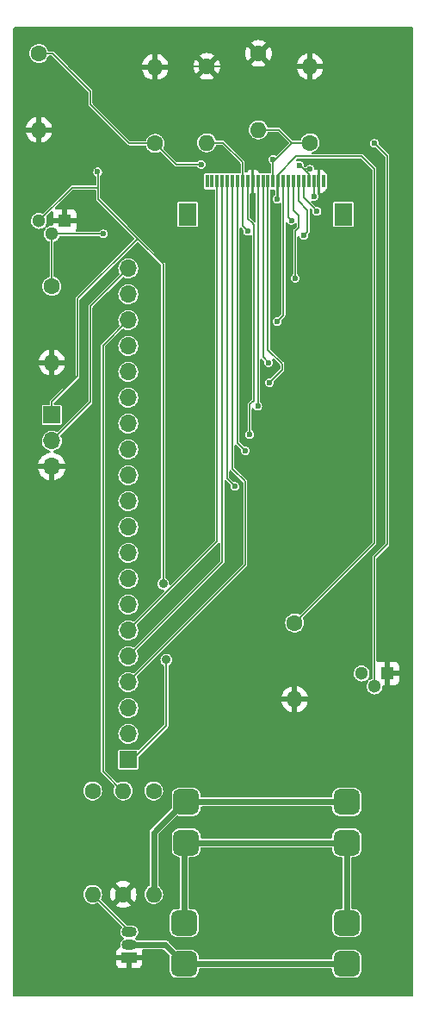
<source format=gtl>
G04 #@! TF.GenerationSoftware,KiCad,Pcbnew,(6.0.7)*
G04 #@! TF.CreationDate,2022-11-05T23:49:30+01:00*
G04 #@! TF.ProjectId,vogelhuisje_camera_board,766f6765-6c68-4756-9973-6a655f63616d,rev?*
G04 #@! TF.SameCoordinates,Original*
G04 #@! TF.FileFunction,Copper,L1,Top*
G04 #@! TF.FilePolarity,Positive*
%FSLAX46Y46*%
G04 Gerber Fmt 4.6, Leading zero omitted, Abs format (unit mm)*
G04 Created by KiCad (PCBNEW (6.0.7)) date 2022-11-05 23:49:30*
%MOMM*%
%LPD*%
G01*
G04 APERTURE LIST*
G04 Aperture macros list*
%AMRoundRect*
0 Rectangle with rounded corners*
0 $1 Rounding radius*
0 $2 $3 $4 $5 $6 $7 $8 $9 X,Y pos of 4 corners*
0 Add a 4 corners polygon primitive as box body*
4,1,4,$2,$3,$4,$5,$6,$7,$8,$9,$2,$3,0*
0 Add four circle primitives for the rounded corners*
1,1,$1+$1,$2,$3*
1,1,$1+$1,$4,$5*
1,1,$1+$1,$6,$7*
1,1,$1+$1,$8,$9*
0 Add four rect primitives between the rounded corners*
20,1,$1+$1,$2,$3,$4,$5,0*
20,1,$1+$1,$4,$5,$6,$7,0*
20,1,$1+$1,$6,$7,$8,$9,0*
20,1,$1+$1,$8,$9,$2,$3,0*%
G04 Aperture macros list end*
G04 #@! TA.AperFunction,ComponentPad*
%ADD10C,1.600000*%
G04 #@! TD*
G04 #@! TA.AperFunction,ComponentPad*
%ADD11O,1.600000X1.600000*%
G04 #@! TD*
G04 #@! TA.AperFunction,ComponentPad*
%ADD12R,1.300000X1.300000*%
G04 #@! TD*
G04 #@! TA.AperFunction,ComponentPad*
%ADD13C,1.300000*%
G04 #@! TD*
G04 #@! TA.AperFunction,ComponentPad*
%ADD14R,1.700000X1.700000*%
G04 #@! TD*
G04 #@! TA.AperFunction,ComponentPad*
%ADD15O,1.700000X1.700000*%
G04 #@! TD*
G04 #@! TA.AperFunction,SMDPad,CuDef*
%ADD16RoundRect,0.625000X0.675000X0.625000X-0.675000X0.625000X-0.675000X-0.625000X0.675000X-0.625000X0*%
G04 #@! TD*
G04 #@! TA.AperFunction,ComponentPad*
%ADD17R,1.500000X1.050000*%
G04 #@! TD*
G04 #@! TA.AperFunction,ComponentPad*
%ADD18O,1.500000X1.050000*%
G04 #@! TD*
G04 #@! TA.AperFunction,SMDPad,CuDef*
%ADD19R,1.800000X2.200000*%
G04 #@! TD*
G04 #@! TA.AperFunction,SMDPad,CuDef*
%ADD20R,0.300000X1.300000*%
G04 #@! TD*
G04 #@! TA.AperFunction,ViaPad*
%ADD21C,0.600000*%
G04 #@! TD*
G04 #@! TA.AperFunction,ViaPad*
%ADD22C,0.900000*%
G04 #@! TD*
G04 #@! TA.AperFunction,Conductor*
%ADD23C,0.127000*%
G04 #@! TD*
G04 #@! TA.AperFunction,Conductor*
%ADD24C,0.600000*%
G04 #@! TD*
G04 #@! TA.AperFunction,Conductor*
%ADD25C,0.200000*%
G04 #@! TD*
G04 #@! TA.AperFunction,Conductor*
%ADD26C,0.150000*%
G04 #@! TD*
G04 APERTURE END LIST*
D10*
X117867500Y-114420000D03*
D11*
X117867500Y-121920000D03*
D10*
X104140000Y-67310000D03*
D11*
X104140000Y-59810000D03*
D10*
X92710000Y-58480000D03*
D11*
X92710000Y-65980000D03*
D10*
X119380000Y-67250000D03*
D11*
X119380000Y-59750000D03*
D10*
X93980000Y-81340000D03*
D11*
X93980000Y-88840000D03*
D10*
X114300000Y-58480000D03*
D11*
X114300000Y-65980000D03*
D10*
X109220000Y-59750000D03*
D11*
X109220000Y-67250000D03*
D12*
X127000000Y-119380000D03*
D13*
X125730000Y-120650000D03*
X124460000Y-119380000D03*
D12*
X95250000Y-74930000D03*
D13*
X93980000Y-76200000D03*
X92710000Y-74930000D03*
D14*
X93980000Y-93980000D03*
D15*
X93980000Y-96520000D03*
X93980000Y-99060000D03*
D14*
X101500000Y-127850000D03*
D15*
X101500000Y-125310000D03*
X101500000Y-122770000D03*
X101500000Y-120230000D03*
X101500000Y-117690000D03*
X101500000Y-115150000D03*
X101500000Y-112610000D03*
X101500000Y-110070000D03*
X101500000Y-107530000D03*
X101500000Y-104990000D03*
X101500000Y-102450000D03*
X101500000Y-99910000D03*
X101500000Y-97370000D03*
X101500000Y-94830000D03*
X101500000Y-92290000D03*
X101500000Y-89750000D03*
X101500000Y-87210000D03*
X101500000Y-84670000D03*
X101500000Y-82130000D03*
X101500000Y-79590000D03*
D16*
X123000000Y-147900000D03*
X123000000Y-143900000D03*
D17*
X101600000Y-147320000D03*
D18*
X101600000Y-146050000D03*
X101600000Y-144780000D03*
D10*
X101000000Y-141080000D03*
D11*
X101000000Y-130920000D03*
D10*
X104000000Y-130920000D03*
D11*
X104000000Y-141080000D03*
D16*
X107200000Y-136000000D03*
X107200000Y-132000000D03*
D19*
X122650000Y-74300000D03*
X107350000Y-74300000D03*
D20*
X120750000Y-71050000D03*
X120250000Y-71050000D03*
X119750000Y-71050000D03*
X119250000Y-71050000D03*
X118750000Y-71050000D03*
X118250000Y-71050000D03*
X117750000Y-71050000D03*
X117250000Y-71050000D03*
X116750000Y-71050000D03*
X116250000Y-71050000D03*
X115750000Y-71050000D03*
X115250000Y-71050000D03*
X114750000Y-71050000D03*
X114250000Y-71050000D03*
X113750000Y-71050000D03*
X113250000Y-71050000D03*
X112750000Y-71050000D03*
X112250000Y-71050000D03*
X111750000Y-71050000D03*
X111250000Y-71050000D03*
X110750000Y-71050000D03*
X110250000Y-71050000D03*
X109750000Y-71050000D03*
X109250000Y-71050000D03*
D10*
X98000000Y-130920000D03*
D11*
X98000000Y-141080000D03*
D16*
X123000000Y-136000000D03*
X123000000Y-132000000D03*
X107000000Y-147900000D03*
X107000000Y-143900000D03*
D21*
X125730000Y-67310000D03*
X119380000Y-69850000D03*
X115750000Y-68890000D03*
X99060000Y-76200000D03*
D22*
X104930000Y-110560000D03*
D21*
X98490000Y-70120000D03*
D22*
X105240000Y-118040000D03*
D21*
X113250000Y-75940000D03*
X108680000Y-69380000D03*
X118340000Y-69460000D03*
X116130000Y-72800000D03*
X112000000Y-101000000D03*
X113000000Y-97500000D03*
X113450000Y-95920000D03*
X114240000Y-93130000D03*
X115390000Y-90810000D03*
X115290000Y-88850000D03*
X116130000Y-84810000D03*
X117920000Y-80550000D03*
X118770000Y-76350000D03*
X120070000Y-73990000D03*
X119790000Y-72510000D03*
X117550000Y-74880000D03*
D23*
X119250000Y-70360000D02*
X118400000Y-69510000D01*
X118730000Y-69850000D02*
X118340000Y-69460000D01*
X119380000Y-69850000D02*
X118730000Y-69850000D01*
X127000000Y-68580000D02*
X125730000Y-67310000D01*
X127000000Y-69850000D02*
X127000000Y-68580000D01*
X127000000Y-106680000D02*
X127000000Y-69850000D01*
X125730000Y-107950000D02*
X127000000Y-106680000D01*
X125730000Y-120650000D02*
X125730000Y-107950000D01*
X125730000Y-106557500D02*
X117867500Y-114420000D01*
X124460000Y-68580000D02*
X125730000Y-69850000D01*
X125730000Y-69850000D02*
X125730000Y-106557500D01*
X118039000Y-68580000D02*
X124460000Y-68580000D01*
X116130000Y-70489000D02*
X118039000Y-68580000D01*
X116130000Y-72800000D02*
X116130000Y-70489000D01*
X97790000Y-83300000D02*
X101500000Y-79590000D01*
X97790000Y-92710000D02*
X97790000Y-83300000D01*
X93980000Y-96520000D02*
X97790000Y-92710000D01*
X102409145Y-76660855D02*
X96520000Y-82550000D01*
X102409145Y-76660855D02*
X104930000Y-79181710D01*
X96520000Y-90170000D02*
X93980000Y-92710000D01*
X98522500Y-72774210D02*
X102409145Y-76660855D01*
X96520000Y-82550000D02*
X96520000Y-90170000D01*
X93980000Y-92710000D02*
X93980000Y-93980000D01*
D24*
X105150000Y-146050000D02*
X101600000Y-146050000D01*
X107000000Y-147900000D02*
X105150000Y-146050000D01*
D23*
X101600000Y-144680000D02*
X101600000Y-144780000D01*
X98000000Y-141080000D02*
X101600000Y-144680000D01*
X94040000Y-58480000D02*
X92710000Y-58480000D01*
X101600000Y-67310000D02*
X97790000Y-63500000D01*
X97790000Y-63500000D02*
X97790000Y-62230000D01*
X104140000Y-67310000D02*
X101600000Y-67310000D01*
X97790000Y-62230000D02*
X94040000Y-58480000D01*
X106210000Y-69380000D02*
X104140000Y-67310000D01*
X108680000Y-69380000D02*
X106210000Y-69380000D01*
X109220000Y-59750000D02*
X104200000Y-59750000D01*
X104200000Y-59750000D02*
X104140000Y-59810000D01*
X113030000Y-59750000D02*
X114300000Y-58480000D01*
X109220000Y-59750000D02*
X113030000Y-59750000D01*
X115570000Y-59750000D02*
X114300000Y-58480000D01*
X119380000Y-59750000D02*
X115570000Y-59750000D01*
X110822500Y-67250000D02*
X109220000Y-67250000D01*
X112750000Y-69177500D02*
X110822500Y-67250000D01*
X114300000Y-65980000D02*
X116347500Y-65980000D01*
X116347500Y-65980000D02*
X117617500Y-67250000D01*
X117617500Y-67250000D02*
X119380000Y-67250000D01*
X115750000Y-69117500D02*
X117617500Y-67250000D01*
X93980000Y-76200000D02*
X99060000Y-76200000D01*
X93980000Y-76200000D02*
X93980000Y-81340000D01*
X95982500Y-71657500D02*
X98522500Y-71657500D01*
X92710000Y-74930000D02*
X95982500Y-71657500D01*
X98522500Y-71657500D02*
X98522500Y-72774210D01*
X98522500Y-70152500D02*
X98522500Y-71657500D01*
X104930000Y-79181710D02*
X104930000Y-81330000D01*
X98490000Y-70120000D02*
X98522500Y-70152500D01*
D25*
X104930000Y-110560000D02*
X104930000Y-81330000D01*
X101890000Y-127850000D02*
X103870000Y-125870000D01*
X105240000Y-124500000D02*
X105240000Y-118040000D01*
X103870000Y-125870000D02*
X105240000Y-124500000D01*
D23*
X115750000Y-69117500D02*
X115750000Y-71050000D01*
D25*
X101500000Y-127850000D02*
X101890000Y-127850000D01*
D23*
X112750000Y-69177500D02*
X112750000Y-71050000D01*
X112750000Y-75440000D02*
X113250000Y-75940000D01*
X112750000Y-71050000D02*
X112750000Y-75440000D01*
X119250000Y-71050000D02*
X119250000Y-70360000D01*
X118400000Y-69510000D02*
X118350000Y-69460000D01*
X118350000Y-69460000D02*
X118340000Y-69460000D01*
X116250000Y-72680000D02*
X116130000Y-72800000D01*
X116250000Y-71050000D02*
X116250000Y-72680000D01*
X111750000Y-99250000D02*
X113000000Y-100500000D01*
X113000000Y-108730000D02*
X101500000Y-120230000D01*
X111750000Y-71050000D02*
X111750000Y-99250000D01*
X113000000Y-100500000D02*
X113000000Y-108730000D01*
X110750000Y-71050000D02*
X110750000Y-108440000D01*
X110750000Y-108440000D02*
X101500000Y-117690000D01*
X110250000Y-71050000D02*
X110250000Y-106400000D01*
X110250000Y-106400000D02*
X101500000Y-115150000D01*
X111250000Y-71050000D02*
X111250000Y-100250000D01*
X111250000Y-100250000D02*
X112000000Y-101000000D01*
X112250000Y-71050000D02*
X112250000Y-96750000D01*
X112250000Y-96750000D02*
X113000000Y-97500000D01*
X113850000Y-92560000D02*
X113610000Y-92800000D01*
X113850000Y-75310000D02*
X113850000Y-78430000D01*
X113610000Y-92800000D02*
X113450000Y-92960000D01*
X113850000Y-78430000D02*
X113850000Y-91710000D01*
X113650000Y-75110000D02*
X113850000Y-75310000D01*
X113850000Y-91710000D02*
X113850000Y-92560000D01*
X113250000Y-74710000D02*
X113650000Y-75110000D01*
X113250000Y-71050000D02*
X113250000Y-74710000D01*
X113450000Y-92960000D02*
X113450000Y-95920000D01*
X114240000Y-93100000D02*
X114240000Y-93130000D01*
X114250000Y-93090000D02*
X114240000Y-93100000D01*
X114250000Y-71050000D02*
X114250000Y-93090000D01*
D26*
X116660000Y-89000000D02*
X116660000Y-89540000D01*
X115250000Y-71050000D02*
X115250000Y-87590000D01*
X115250000Y-87590000D02*
X116660000Y-89000000D01*
X116660000Y-89540000D02*
X115390000Y-90810000D01*
X114750000Y-71050000D02*
X114750000Y-88310000D01*
X114750000Y-88310000D02*
X115290000Y-88850000D01*
X116750000Y-84190000D02*
X116130000Y-84810000D01*
X116750000Y-71050000D02*
X116750000Y-84190000D01*
X117750000Y-71050000D02*
X117750000Y-73890000D01*
X118250000Y-75580000D02*
X117920000Y-75910000D01*
X117920000Y-75910000D02*
X117920000Y-80550000D01*
X118300000Y-75530000D02*
X118250000Y-75580000D01*
X118300000Y-74440000D02*
X118300000Y-75530000D01*
X117750000Y-73890000D02*
X118300000Y-74440000D01*
X119120000Y-76000000D02*
X118770000Y-76350000D01*
X118250000Y-72990000D02*
X119120000Y-73860000D01*
X118250000Y-71050000D02*
X118250000Y-72990000D01*
X119120000Y-73860000D02*
X119120000Y-76000000D01*
X118750000Y-72640000D02*
X119600000Y-73490000D01*
X120070000Y-73960000D02*
X120070000Y-73990000D01*
X118750000Y-71050000D02*
X118750000Y-72640000D01*
X119600000Y-73490000D02*
X120070000Y-73960000D01*
D25*
X119750000Y-71050000D02*
X119750000Y-72470000D01*
X119750000Y-72470000D02*
X119790000Y-72510000D01*
D26*
X117250000Y-71050000D02*
X117250000Y-74580000D01*
D23*
X99000000Y-87170000D02*
X101500000Y-84670000D01*
D26*
X117250000Y-74580000D02*
X117550000Y-74880000D01*
D23*
X99000000Y-129000000D02*
X99000000Y-87170000D01*
X100920000Y-130920000D02*
X99000000Y-129000000D01*
X101000000Y-130920000D02*
X100920000Y-130920000D01*
D24*
X107000000Y-147900000D02*
X109100000Y-147900000D01*
X109100000Y-147900000D02*
X123000000Y-147900000D01*
X123000000Y-132000000D02*
X107200000Y-132000000D01*
X107000000Y-132000000D02*
X104000000Y-135000000D01*
X107200000Y-132000000D02*
X107000000Y-132000000D01*
X104000000Y-135000000D02*
X104000000Y-141080000D01*
X123000000Y-143900000D02*
X123000000Y-136000000D01*
X107000000Y-136200000D02*
X107200000Y-136000000D01*
X107200000Y-136000000D02*
X123000000Y-136000000D01*
X107000000Y-143900000D02*
X107000000Y-136200000D01*
G04 #@! TA.AperFunction,Conductor*
G36*
X129471621Y-55910502D02*
G01*
X129518114Y-55964158D01*
X129529500Y-56016500D01*
X129529500Y-150993500D01*
X129509498Y-151061621D01*
X129455842Y-151108114D01*
X129403500Y-151119500D01*
X90306500Y-151119500D01*
X90238379Y-151099498D01*
X90191886Y-151045842D01*
X90180500Y-150993500D01*
X90180500Y-147889669D01*
X100342001Y-147889669D01*
X100342371Y-147896490D01*
X100347895Y-147947352D01*
X100351521Y-147962604D01*
X100396676Y-148083054D01*
X100405214Y-148098649D01*
X100481715Y-148200724D01*
X100494276Y-148213285D01*
X100596351Y-148289786D01*
X100611946Y-148298324D01*
X100732394Y-148343478D01*
X100747649Y-148347105D01*
X100798514Y-148352631D01*
X100805328Y-148353000D01*
X101327885Y-148353000D01*
X101343124Y-148348525D01*
X101344329Y-148347135D01*
X101346000Y-148339452D01*
X101346000Y-148334884D01*
X101854000Y-148334884D01*
X101858475Y-148350123D01*
X101859865Y-148351328D01*
X101867548Y-148352999D01*
X102394669Y-148352999D01*
X102401490Y-148352629D01*
X102452352Y-148347105D01*
X102467604Y-148343479D01*
X102588054Y-148298324D01*
X102603649Y-148289786D01*
X102705724Y-148213285D01*
X102718285Y-148200724D01*
X102794786Y-148098649D01*
X102803324Y-148083054D01*
X102848478Y-147962606D01*
X102852105Y-147947351D01*
X102857631Y-147896486D01*
X102858000Y-147889672D01*
X102858000Y-147592115D01*
X102853525Y-147576876D01*
X102852135Y-147575671D01*
X102844452Y-147574000D01*
X101872115Y-147574000D01*
X101856876Y-147578475D01*
X101855671Y-147579865D01*
X101854000Y-147587548D01*
X101854000Y-148334884D01*
X101346000Y-148334884D01*
X101346000Y-147592115D01*
X101341525Y-147576876D01*
X101340135Y-147575671D01*
X101332452Y-147574000D01*
X100360116Y-147574000D01*
X100344877Y-147578475D01*
X100343672Y-147579865D01*
X100342001Y-147587548D01*
X100342001Y-147889669D01*
X90180500Y-147889669D01*
X90180500Y-141080000D01*
X97067391Y-141080000D01*
X97087771Y-141273900D01*
X97148019Y-141459326D01*
X97245503Y-141628174D01*
X97249921Y-141633081D01*
X97249922Y-141633082D01*
X97347098Y-141741006D01*
X97375963Y-141773064D01*
X97533695Y-141887663D01*
X97539723Y-141890347D01*
X97539725Y-141890348D01*
X97705777Y-141964279D01*
X97711808Y-141966964D01*
X97807162Y-141987232D01*
X97896059Y-142006128D01*
X97896063Y-142006128D01*
X97902516Y-142007500D01*
X98097484Y-142007500D01*
X98103937Y-142006128D01*
X98103941Y-142006128D01*
X98192838Y-141987232D01*
X98288192Y-141966964D01*
X98436492Y-141900937D01*
X98506857Y-141891503D01*
X98571154Y-141921609D01*
X98576834Y-141926949D01*
X100855334Y-144205449D01*
X100889360Y-144267761D01*
X100884295Y-144338576D01*
X100863324Y-144374859D01*
X100819697Y-144427594D01*
X100749503Y-144576764D01*
X100718612Y-144738704D01*
X100728963Y-144903238D01*
X100731412Y-144910774D01*
X100731412Y-144910776D01*
X100756949Y-144989368D01*
X100779908Y-145060029D01*
X100868244Y-145199225D01*
X100988422Y-145312079D01*
X100995114Y-145315758D01*
X101038388Y-145371881D01*
X101044462Y-145442617D01*
X101011328Y-145505408D01*
X100995033Y-145519527D01*
X100924783Y-145570568D01*
X100819697Y-145697594D01*
X100749503Y-145846764D01*
X100718612Y-146008704D01*
X100728963Y-146173238D01*
X100731412Y-146180775D01*
X100732185Y-146184827D01*
X100725302Y-146255489D01*
X100681308Y-146311212D01*
X100652646Y-146326418D01*
X100611948Y-146341675D01*
X100596351Y-146350214D01*
X100494276Y-146426715D01*
X100481715Y-146439276D01*
X100405214Y-146541351D01*
X100396676Y-146556946D01*
X100351522Y-146677394D01*
X100347895Y-146692649D01*
X100342369Y-146743514D01*
X100342000Y-146750328D01*
X100342000Y-147047885D01*
X100346475Y-147063124D01*
X100347865Y-147064329D01*
X100355548Y-147066000D01*
X102839884Y-147066000D01*
X102855123Y-147061525D01*
X102856328Y-147060135D01*
X102857999Y-147052452D01*
X102857999Y-146750331D01*
X102857629Y-146743510D01*
X102852105Y-146692648D01*
X102848478Y-146677393D01*
X102837358Y-146647729D01*
X102832175Y-146576921D01*
X102866097Y-146514553D01*
X102928352Y-146480424D01*
X102955340Y-146477500D01*
X104920733Y-146477500D01*
X104988854Y-146497502D01*
X105009828Y-146514405D01*
X105543893Y-147048470D01*
X105577919Y-147110782D01*
X105580142Y-147150407D01*
X105572500Y-147224998D01*
X105572500Y-148575002D01*
X105583388Y-148679931D01*
X105638920Y-148846383D01*
X105731256Y-148995596D01*
X105855441Y-149119565D01*
X106004815Y-149211640D01*
X106171364Y-149266882D01*
X106178200Y-149267582D01*
X106178203Y-149267583D01*
X106229992Y-149272889D01*
X106274998Y-149277500D01*
X107725002Y-149277500D01*
X107728248Y-149277163D01*
X107728251Y-149277163D01*
X107823072Y-149267324D01*
X107823074Y-149267323D01*
X107829931Y-149266612D01*
X107996383Y-149211080D01*
X108145596Y-149118744D01*
X108269565Y-148994559D01*
X108361640Y-148845185D01*
X108416882Y-148678636D01*
X108427500Y-148575002D01*
X108427500Y-148453500D01*
X108447502Y-148385379D01*
X108501158Y-148338886D01*
X108553500Y-148327500D01*
X121446500Y-148327500D01*
X121514621Y-148347502D01*
X121561114Y-148401158D01*
X121572500Y-148453500D01*
X121572500Y-148575002D01*
X121583388Y-148679931D01*
X121638920Y-148846383D01*
X121731256Y-148995596D01*
X121855441Y-149119565D01*
X122004815Y-149211640D01*
X122171364Y-149266882D01*
X122178200Y-149267582D01*
X122178203Y-149267583D01*
X122229992Y-149272889D01*
X122274998Y-149277500D01*
X123725002Y-149277500D01*
X123728248Y-149277163D01*
X123728251Y-149277163D01*
X123823072Y-149267324D01*
X123823074Y-149267323D01*
X123829931Y-149266612D01*
X123996383Y-149211080D01*
X124145596Y-149118744D01*
X124269565Y-148994559D01*
X124361640Y-148845185D01*
X124416882Y-148678636D01*
X124427500Y-148575002D01*
X124427500Y-147224998D01*
X124416612Y-147120069D01*
X124361080Y-146953617D01*
X124268744Y-146804404D01*
X124144559Y-146680435D01*
X124138328Y-146676594D01*
X124001415Y-146592200D01*
X124001414Y-146592199D01*
X123995185Y-146588360D01*
X123828636Y-146533118D01*
X123821800Y-146532418D01*
X123821797Y-146532417D01*
X123768972Y-146527005D01*
X123725002Y-146522500D01*
X122274998Y-146522500D01*
X122271752Y-146522837D01*
X122271749Y-146522837D01*
X122176928Y-146532676D01*
X122176926Y-146532677D01*
X122170069Y-146533388D01*
X122003617Y-146588920D01*
X121854404Y-146681256D01*
X121730435Y-146805441D01*
X121638360Y-146954815D01*
X121583118Y-147121364D01*
X121572500Y-147224998D01*
X121572500Y-147346500D01*
X121552498Y-147414621D01*
X121498842Y-147461114D01*
X121446500Y-147472500D01*
X108553500Y-147472500D01*
X108485379Y-147452498D01*
X108438886Y-147398842D01*
X108427500Y-147346500D01*
X108427500Y-147224998D01*
X108416612Y-147120069D01*
X108361080Y-146953617D01*
X108268744Y-146804404D01*
X108144559Y-146680435D01*
X108138328Y-146676594D01*
X108001415Y-146592200D01*
X108001414Y-146592199D01*
X107995185Y-146588360D01*
X107828636Y-146533118D01*
X107821800Y-146532418D01*
X107821797Y-146532417D01*
X107768972Y-146527005D01*
X107725002Y-146522500D01*
X106279268Y-146522500D01*
X106211147Y-146502498D01*
X106190173Y-146485596D01*
X105475518Y-145770942D01*
X105465663Y-145759851D01*
X105451784Y-145742245D01*
X105451780Y-145742241D01*
X105445950Y-145734846D01*
X105438203Y-145729491D01*
X105438201Y-145729490D01*
X105400222Y-145703242D01*
X105397043Y-145700971D01*
X105352300Y-145667923D01*
X105345834Y-145665652D01*
X105340198Y-145661757D01*
X105322012Y-145656005D01*
X105287209Y-145644998D01*
X105283457Y-145643746D01*
X105239898Y-145628450D01*
X105239897Y-145628450D01*
X105231010Y-145625329D01*
X105224163Y-145625060D01*
X105217631Y-145622994D01*
X105211355Y-145622500D01*
X105161503Y-145622500D01*
X105156555Y-145622403D01*
X105154538Y-145622324D01*
X105102559Y-145620281D01*
X105095737Y-145622090D01*
X105088285Y-145622500D01*
X102372831Y-145622500D01*
X102304710Y-145602498D01*
X102286579Y-145588350D01*
X102217360Y-145523350D01*
X102217357Y-145523348D01*
X102211578Y-145517921D01*
X102204886Y-145514242D01*
X102161612Y-145458119D01*
X102155538Y-145387383D01*
X102188672Y-145324592D01*
X102204966Y-145310473D01*
X102250800Y-145277172D01*
X102275217Y-145259432D01*
X102380303Y-145132406D01*
X102450497Y-144983236D01*
X102477928Y-144839435D01*
X102479903Y-144829082D01*
X102479903Y-144829080D01*
X102481388Y-144821296D01*
X102471037Y-144656762D01*
X102445044Y-144576764D01*
X102444471Y-144575002D01*
X105572500Y-144575002D01*
X105572837Y-144578248D01*
X105572837Y-144578251D01*
X105581805Y-144664673D01*
X105583388Y-144679931D01*
X105638920Y-144846383D01*
X105731256Y-144995596D01*
X105855441Y-145119565D01*
X106004815Y-145211640D01*
X106171364Y-145266882D01*
X106178200Y-145267582D01*
X106178203Y-145267583D01*
X106229992Y-145272889D01*
X106274998Y-145277500D01*
X107725002Y-145277500D01*
X107728248Y-145277163D01*
X107728251Y-145277163D01*
X107823072Y-145267324D01*
X107823074Y-145267323D01*
X107829931Y-145266612D01*
X107996383Y-145211080D01*
X108145596Y-145118744D01*
X108269565Y-144994559D01*
X108281345Y-144975449D01*
X108357800Y-144851415D01*
X108357801Y-144851414D01*
X108361640Y-144845185D01*
X108416882Y-144678636D01*
X108419896Y-144649224D01*
X108422889Y-144620008D01*
X108427500Y-144575002D01*
X108427500Y-143224998D01*
X108416612Y-143120069D01*
X108361080Y-142953617D01*
X108268744Y-142804404D01*
X108144559Y-142680435D01*
X107995185Y-142588360D01*
X107828636Y-142533118D01*
X107821800Y-142532418D01*
X107821797Y-142532417D01*
X107770008Y-142527111D01*
X107725002Y-142522500D01*
X107553500Y-142522500D01*
X107485379Y-142502498D01*
X107438886Y-142448842D01*
X107427500Y-142396500D01*
X107427500Y-137503500D01*
X107447502Y-137435379D01*
X107501158Y-137388886D01*
X107553500Y-137377500D01*
X107925002Y-137377500D01*
X107928248Y-137377163D01*
X107928251Y-137377163D01*
X108023072Y-137367324D01*
X108023074Y-137367323D01*
X108029931Y-137366612D01*
X108196383Y-137311080D01*
X108345596Y-137218744D01*
X108469565Y-137094559D01*
X108561640Y-136945185D01*
X108616882Y-136778636D01*
X108627500Y-136675002D01*
X108627500Y-136553500D01*
X108647502Y-136485379D01*
X108701158Y-136438886D01*
X108753500Y-136427500D01*
X121446500Y-136427500D01*
X121514621Y-136447502D01*
X121561114Y-136501158D01*
X121572500Y-136553500D01*
X121572500Y-136675002D01*
X121583388Y-136779931D01*
X121638920Y-136946383D01*
X121731256Y-137095596D01*
X121855441Y-137219565D01*
X122004815Y-137311640D01*
X122171364Y-137366882D01*
X122178200Y-137367582D01*
X122178203Y-137367583D01*
X122229992Y-137372889D01*
X122274998Y-137377500D01*
X122446500Y-137377500D01*
X122514621Y-137397502D01*
X122561114Y-137451158D01*
X122572500Y-137503500D01*
X122572500Y-142396500D01*
X122552498Y-142464621D01*
X122498842Y-142511114D01*
X122446500Y-142522500D01*
X122274998Y-142522500D01*
X122271752Y-142522837D01*
X122271749Y-142522837D01*
X122176928Y-142532676D01*
X122176926Y-142532677D01*
X122170069Y-142533388D01*
X122003617Y-142588920D01*
X121854404Y-142681256D01*
X121730435Y-142805441D01*
X121638360Y-142954815D01*
X121583118Y-143121364D01*
X121572500Y-143224998D01*
X121572500Y-144575002D01*
X121572837Y-144578248D01*
X121572837Y-144578251D01*
X121581805Y-144664673D01*
X121583388Y-144679931D01*
X121638920Y-144846383D01*
X121731256Y-144995596D01*
X121855441Y-145119565D01*
X122004815Y-145211640D01*
X122171364Y-145266882D01*
X122178200Y-145267582D01*
X122178203Y-145267583D01*
X122229992Y-145272889D01*
X122274998Y-145277500D01*
X123725002Y-145277500D01*
X123728248Y-145277163D01*
X123728251Y-145277163D01*
X123823072Y-145267324D01*
X123823074Y-145267323D01*
X123829931Y-145266612D01*
X123996383Y-145211080D01*
X124145596Y-145118744D01*
X124269565Y-144994559D01*
X124281345Y-144975449D01*
X124357800Y-144851415D01*
X124357801Y-144851414D01*
X124361640Y-144845185D01*
X124416882Y-144678636D01*
X124419896Y-144649224D01*
X124422889Y-144620008D01*
X124427500Y-144575002D01*
X124427500Y-143224998D01*
X124416612Y-143120069D01*
X124361080Y-142953617D01*
X124268744Y-142804404D01*
X124144559Y-142680435D01*
X123995185Y-142588360D01*
X123828636Y-142533118D01*
X123821800Y-142532418D01*
X123821797Y-142532417D01*
X123770008Y-142527111D01*
X123725002Y-142522500D01*
X123553500Y-142522500D01*
X123485379Y-142502498D01*
X123438886Y-142448842D01*
X123427500Y-142396500D01*
X123427500Y-137503500D01*
X123447502Y-137435379D01*
X123501158Y-137388886D01*
X123553500Y-137377500D01*
X123725002Y-137377500D01*
X123728248Y-137377163D01*
X123728251Y-137377163D01*
X123823072Y-137367324D01*
X123823074Y-137367323D01*
X123829931Y-137366612D01*
X123996383Y-137311080D01*
X124145596Y-137218744D01*
X124269565Y-137094559D01*
X124361640Y-136945185D01*
X124416882Y-136778636D01*
X124427500Y-136675002D01*
X124427500Y-135324998D01*
X124427163Y-135321749D01*
X124417324Y-135226928D01*
X124417323Y-135226926D01*
X124416612Y-135220069D01*
X124361080Y-135053617D01*
X124268744Y-134904404D01*
X124227059Y-134862791D01*
X124149739Y-134785606D01*
X124144559Y-134780435D01*
X124094824Y-134749778D01*
X124001415Y-134692200D01*
X124001414Y-134692199D01*
X123995185Y-134688360D01*
X123828636Y-134633118D01*
X123821800Y-134632418D01*
X123821797Y-134632417D01*
X123770008Y-134627111D01*
X123725002Y-134622500D01*
X122274998Y-134622500D01*
X122271752Y-134622837D01*
X122271749Y-134622837D01*
X122176928Y-134632676D01*
X122176926Y-134632677D01*
X122170069Y-134633388D01*
X122003617Y-134688920D01*
X121854404Y-134781256D01*
X121730435Y-134905441D01*
X121726595Y-134911671D01*
X121726594Y-134911672D01*
X121708434Y-134941134D01*
X121638360Y-135054815D01*
X121583118Y-135221364D01*
X121572500Y-135324998D01*
X121572500Y-135446500D01*
X121552498Y-135514621D01*
X121498842Y-135561114D01*
X121446500Y-135572500D01*
X108753500Y-135572500D01*
X108685379Y-135552498D01*
X108638886Y-135498842D01*
X108627500Y-135446500D01*
X108627500Y-135324998D01*
X108627163Y-135321749D01*
X108617324Y-135226928D01*
X108617323Y-135226926D01*
X108616612Y-135220069D01*
X108561080Y-135053617D01*
X108468744Y-134904404D01*
X108427059Y-134862791D01*
X108349739Y-134785606D01*
X108344559Y-134780435D01*
X108294824Y-134749778D01*
X108201415Y-134692200D01*
X108201414Y-134692199D01*
X108195185Y-134688360D01*
X108028636Y-134633118D01*
X108021800Y-134632418D01*
X108021797Y-134632417D01*
X107970008Y-134627111D01*
X107925002Y-134622500D01*
X106474998Y-134622500D01*
X106471752Y-134622837D01*
X106471749Y-134622837D01*
X106376928Y-134632676D01*
X106376926Y-134632677D01*
X106370069Y-134633388D01*
X106203617Y-134688920D01*
X106054404Y-134781256D01*
X105930435Y-134905441D01*
X105926595Y-134911671D01*
X105926594Y-134911672D01*
X105908434Y-134941134D01*
X105838360Y-135054815D01*
X105783118Y-135221364D01*
X105772500Y-135324998D01*
X105772500Y-136675002D01*
X105783388Y-136779931D01*
X105838920Y-136946383D01*
X105931256Y-137095596D01*
X106055441Y-137219565D01*
X106204815Y-137311640D01*
X106371364Y-137366882D01*
X106378200Y-137367582D01*
X106378203Y-137367583D01*
X106459342Y-137375896D01*
X106525070Y-137402737D01*
X106565852Y-137460852D01*
X106572500Y-137501240D01*
X106572500Y-142396500D01*
X106552498Y-142464621D01*
X106498842Y-142511114D01*
X106446500Y-142522500D01*
X106274998Y-142522500D01*
X106271752Y-142522837D01*
X106271749Y-142522837D01*
X106176928Y-142532676D01*
X106176926Y-142532677D01*
X106170069Y-142533388D01*
X106003617Y-142588920D01*
X105854404Y-142681256D01*
X105730435Y-142805441D01*
X105638360Y-142954815D01*
X105583118Y-143121364D01*
X105572500Y-143224998D01*
X105572500Y-144575002D01*
X102444471Y-144575002D01*
X102422543Y-144507513D01*
X102422542Y-144507510D01*
X102420092Y-144499971D01*
X102331756Y-144360775D01*
X102211578Y-144247921D01*
X102067110Y-144168499D01*
X101907430Y-144127500D01*
X101369805Y-144127500D01*
X101301684Y-144107498D01*
X101280710Y-144090595D01*
X99356177Y-142166062D01*
X100278493Y-142166062D01*
X100287789Y-142178077D01*
X100338994Y-142213931D01*
X100348489Y-142219414D01*
X100545947Y-142311490D01*
X100556239Y-142315236D01*
X100766688Y-142371625D01*
X100777481Y-142373528D01*
X100994525Y-142392517D01*
X101005475Y-142392517D01*
X101222519Y-142373528D01*
X101233312Y-142371625D01*
X101443761Y-142315236D01*
X101454053Y-142311490D01*
X101651511Y-142219414D01*
X101661006Y-142213931D01*
X101713048Y-142177491D01*
X101721424Y-142167012D01*
X101714356Y-142153566D01*
X101012812Y-141452022D01*
X100998868Y-141444408D01*
X100997035Y-141444539D01*
X100990420Y-141448790D01*
X100284923Y-142154287D01*
X100278493Y-142166062D01*
X99356177Y-142166062D01*
X98846211Y-141656096D01*
X98812185Y-141593784D01*
X98817250Y-141522969D01*
X98826184Y-141504008D01*
X98851981Y-141459326D01*
X98912229Y-141273900D01*
X98932034Y-141085475D01*
X99687483Y-141085475D01*
X99706472Y-141302519D01*
X99708375Y-141313312D01*
X99764764Y-141523761D01*
X99768510Y-141534053D01*
X99860586Y-141731511D01*
X99866069Y-141741006D01*
X99902509Y-141793048D01*
X99912988Y-141801424D01*
X99926434Y-141794356D01*
X100627978Y-141092812D01*
X100634356Y-141081132D01*
X101364408Y-141081132D01*
X101364539Y-141082965D01*
X101368790Y-141089580D01*
X102074287Y-141795077D01*
X102086062Y-141801507D01*
X102098077Y-141792211D01*
X102133931Y-141741006D01*
X102139414Y-141731511D01*
X102231490Y-141534053D01*
X102235236Y-141523761D01*
X102291625Y-141313312D01*
X102293528Y-141302519D01*
X102312517Y-141085475D01*
X102312517Y-141080000D01*
X103067391Y-141080000D01*
X103087771Y-141273900D01*
X103148019Y-141459326D01*
X103245503Y-141628174D01*
X103249921Y-141633081D01*
X103249922Y-141633082D01*
X103347098Y-141741006D01*
X103375963Y-141773064D01*
X103533695Y-141887663D01*
X103539723Y-141890347D01*
X103539725Y-141890348D01*
X103705777Y-141964279D01*
X103711808Y-141966964D01*
X103807162Y-141987232D01*
X103896059Y-142006128D01*
X103896063Y-142006128D01*
X103902516Y-142007500D01*
X104097484Y-142007500D01*
X104103937Y-142006128D01*
X104103941Y-142006128D01*
X104192838Y-141987232D01*
X104288192Y-141966964D01*
X104294223Y-141964279D01*
X104460275Y-141890348D01*
X104460277Y-141890347D01*
X104466305Y-141887663D01*
X104624037Y-141773064D01*
X104652903Y-141741006D01*
X104750078Y-141633082D01*
X104750079Y-141633081D01*
X104754497Y-141628174D01*
X104851981Y-141459326D01*
X104912229Y-141273900D01*
X104932609Y-141080000D01*
X104912229Y-140886100D01*
X104851981Y-140700674D01*
X104754497Y-140531826D01*
X104661452Y-140428489D01*
X104628452Y-140391839D01*
X104628450Y-140391838D01*
X104624037Y-140386936D01*
X104479440Y-140281880D01*
X104479439Y-140281879D01*
X104436085Y-140225657D01*
X104427500Y-140179943D01*
X104427500Y-135229267D01*
X104447502Y-135161146D01*
X104464405Y-135140172D01*
X106216015Y-133388562D01*
X106278327Y-133354536D01*
X106344775Y-133358063D01*
X106371364Y-133366882D01*
X106378200Y-133367582D01*
X106378203Y-133367583D01*
X106429992Y-133372889D01*
X106474998Y-133377500D01*
X107925002Y-133377500D01*
X107928248Y-133377163D01*
X107928251Y-133377163D01*
X108023072Y-133367324D01*
X108023074Y-133367323D01*
X108029931Y-133366612D01*
X108196383Y-133311080D01*
X108345596Y-133218744D01*
X108469565Y-133094559D01*
X108561640Y-132945185D01*
X108616882Y-132778636D01*
X108627500Y-132675002D01*
X108627500Y-132553500D01*
X108647502Y-132485379D01*
X108701158Y-132438886D01*
X108753500Y-132427500D01*
X121446500Y-132427500D01*
X121514621Y-132447502D01*
X121561114Y-132501158D01*
X121572500Y-132553500D01*
X121572500Y-132675002D01*
X121583388Y-132779931D01*
X121638920Y-132946383D01*
X121731256Y-133095596D01*
X121855441Y-133219565D01*
X122004815Y-133311640D01*
X122171364Y-133366882D01*
X122178200Y-133367582D01*
X122178203Y-133367583D01*
X122229992Y-133372889D01*
X122274998Y-133377500D01*
X123725002Y-133377500D01*
X123728248Y-133377163D01*
X123728251Y-133377163D01*
X123823072Y-133367324D01*
X123823074Y-133367323D01*
X123829931Y-133366612D01*
X123996383Y-133311080D01*
X124145596Y-133218744D01*
X124269565Y-133094559D01*
X124361640Y-132945185D01*
X124416882Y-132778636D01*
X124427500Y-132675002D01*
X124427500Y-131324998D01*
X124416612Y-131220069D01*
X124361080Y-131053617D01*
X124268744Y-130904404D01*
X124144559Y-130780435D01*
X124056411Y-130726100D01*
X124001415Y-130692200D01*
X124001414Y-130692199D01*
X123995185Y-130688360D01*
X123828636Y-130633118D01*
X123821800Y-130632418D01*
X123821797Y-130632417D01*
X123770008Y-130627111D01*
X123725002Y-130622500D01*
X122274998Y-130622500D01*
X122271752Y-130622837D01*
X122271749Y-130622837D01*
X122176928Y-130632676D01*
X122176926Y-130632677D01*
X122170069Y-130633388D01*
X122003617Y-130688920D01*
X121854404Y-130781256D01*
X121730435Y-130905441D01*
X121638360Y-131054815D01*
X121583118Y-131221364D01*
X121572500Y-131324998D01*
X121572500Y-131446500D01*
X121552498Y-131514621D01*
X121498842Y-131561114D01*
X121446500Y-131572500D01*
X108753500Y-131572500D01*
X108685379Y-131552498D01*
X108638886Y-131498842D01*
X108627500Y-131446500D01*
X108627500Y-131324998D01*
X108616612Y-131220069D01*
X108561080Y-131053617D01*
X108468744Y-130904404D01*
X108344559Y-130780435D01*
X108256411Y-130726100D01*
X108201415Y-130692200D01*
X108201414Y-130692199D01*
X108195185Y-130688360D01*
X108028636Y-130633118D01*
X108021800Y-130632418D01*
X108021797Y-130632417D01*
X107970008Y-130627111D01*
X107925002Y-130622500D01*
X106474998Y-130622500D01*
X106471752Y-130622837D01*
X106471749Y-130622837D01*
X106376928Y-130632676D01*
X106376926Y-130632677D01*
X106370069Y-130633388D01*
X106203617Y-130688920D01*
X106054404Y-130781256D01*
X105930435Y-130905441D01*
X105838360Y-131054815D01*
X105783118Y-131221364D01*
X105772500Y-131324998D01*
X105772500Y-132570734D01*
X105752498Y-132638855D01*
X105735595Y-132659829D01*
X103720947Y-134674477D01*
X103709858Y-134684332D01*
X103684846Y-134704050D01*
X103679491Y-134711797D01*
X103679490Y-134711799D01*
X103653242Y-134749778D01*
X103650971Y-134752957D01*
X103617923Y-134797700D01*
X103615652Y-134804166D01*
X103611757Y-134809802D01*
X103608918Y-134818779D01*
X103594998Y-134862791D01*
X103593746Y-134866543D01*
X103581906Y-134900261D01*
X103575329Y-134918990D01*
X103575060Y-134925837D01*
X103572994Y-134932369D01*
X103572500Y-134938645D01*
X103572500Y-134988497D01*
X103572403Y-134993445D01*
X103570281Y-135047441D01*
X103572090Y-135054263D01*
X103572500Y-135061715D01*
X103572500Y-140179944D01*
X103552498Y-140248065D01*
X103520562Y-140281879D01*
X103375963Y-140386936D01*
X103371550Y-140391838D01*
X103371548Y-140391839D01*
X103338548Y-140428489D01*
X103245503Y-140531826D01*
X103148019Y-140700674D01*
X103087771Y-140886100D01*
X103067391Y-141080000D01*
X102312517Y-141080000D01*
X102312517Y-141074525D01*
X102293528Y-140857481D01*
X102291625Y-140846688D01*
X102235236Y-140636239D01*
X102231490Y-140625947D01*
X102139414Y-140428489D01*
X102133931Y-140418994D01*
X102097491Y-140366952D01*
X102087012Y-140358576D01*
X102073566Y-140365644D01*
X101372022Y-141067188D01*
X101364408Y-141081132D01*
X100634356Y-141081132D01*
X100635592Y-141078868D01*
X100635461Y-141077035D01*
X100631210Y-141070420D01*
X99925713Y-140364923D01*
X99913938Y-140358493D01*
X99901923Y-140367789D01*
X99866069Y-140418994D01*
X99860586Y-140428489D01*
X99768510Y-140625947D01*
X99764764Y-140636239D01*
X99708375Y-140846688D01*
X99706472Y-140857481D01*
X99687483Y-141074525D01*
X99687483Y-141085475D01*
X98932034Y-141085475D01*
X98932609Y-141080000D01*
X98912229Y-140886100D01*
X98851981Y-140700674D01*
X98754497Y-140531826D01*
X98661452Y-140428489D01*
X98628452Y-140391839D01*
X98628450Y-140391838D01*
X98624037Y-140386936D01*
X98479440Y-140281880D01*
X98471647Y-140276218D01*
X98471646Y-140276217D01*
X98466305Y-140272337D01*
X98460277Y-140269653D01*
X98460275Y-140269652D01*
X98294223Y-140195721D01*
X98294222Y-140195721D01*
X98288192Y-140193036D01*
X98192838Y-140172768D01*
X98103941Y-140153872D01*
X98103937Y-140153872D01*
X98097484Y-140152500D01*
X97902516Y-140152500D01*
X97896063Y-140153872D01*
X97896059Y-140153872D01*
X97807162Y-140172768D01*
X97711808Y-140193036D01*
X97705779Y-140195720D01*
X97705777Y-140195721D01*
X97539726Y-140269652D01*
X97539724Y-140269653D01*
X97533696Y-140272337D01*
X97375963Y-140386936D01*
X97371550Y-140391838D01*
X97371548Y-140391839D01*
X97338548Y-140428489D01*
X97245503Y-140531826D01*
X97148019Y-140700674D01*
X97087771Y-140886100D01*
X97067391Y-141080000D01*
X90180500Y-141080000D01*
X90180500Y-139992988D01*
X100278576Y-139992988D01*
X100285644Y-140006434D01*
X100987188Y-140707978D01*
X101001132Y-140715592D01*
X101002965Y-140715461D01*
X101009580Y-140711210D01*
X101715077Y-140005713D01*
X101721507Y-139993938D01*
X101712211Y-139981923D01*
X101661006Y-139946069D01*
X101651511Y-139940586D01*
X101454053Y-139848510D01*
X101443761Y-139844764D01*
X101233312Y-139788375D01*
X101222519Y-139786472D01*
X101005475Y-139767483D01*
X100994525Y-139767483D01*
X100777481Y-139786472D01*
X100766688Y-139788375D01*
X100556239Y-139844764D01*
X100545947Y-139848510D01*
X100348489Y-139940586D01*
X100338994Y-139946069D01*
X100286952Y-139982509D01*
X100278576Y-139992988D01*
X90180500Y-139992988D01*
X90180500Y-130920000D01*
X97067391Y-130920000D01*
X97087771Y-131113900D01*
X97148019Y-131299326D01*
X97151322Y-131305048D01*
X97151323Y-131305049D01*
X97164726Y-131328264D01*
X97245503Y-131468174D01*
X97249921Y-131473081D01*
X97249922Y-131473082D01*
X97273117Y-131498842D01*
X97375963Y-131613064D01*
X97533695Y-131727663D01*
X97539723Y-131730347D01*
X97539725Y-131730348D01*
X97705777Y-131804279D01*
X97711808Y-131806964D01*
X97807162Y-131827232D01*
X97896059Y-131846128D01*
X97896063Y-131846128D01*
X97902516Y-131847500D01*
X98097484Y-131847500D01*
X98103937Y-131846128D01*
X98103941Y-131846128D01*
X98192838Y-131827232D01*
X98288192Y-131806964D01*
X98294223Y-131804279D01*
X98460275Y-131730348D01*
X98460277Y-131730347D01*
X98466305Y-131727663D01*
X98624037Y-131613064D01*
X98726884Y-131498842D01*
X98750078Y-131473082D01*
X98750079Y-131473081D01*
X98754497Y-131468174D01*
X98835274Y-131328264D01*
X98848677Y-131305049D01*
X98848678Y-131305048D01*
X98851981Y-131299326D01*
X98912229Y-131113900D01*
X98932609Y-130920000D01*
X98912229Y-130726100D01*
X98901402Y-130692776D01*
X98854023Y-130546959D01*
X98854021Y-130546954D01*
X98851981Y-130540674D01*
X98754497Y-130371826D01*
X98624037Y-130226936D01*
X98611099Y-130217536D01*
X98471647Y-130116218D01*
X98471646Y-130116217D01*
X98466305Y-130112337D01*
X98460277Y-130109653D01*
X98460275Y-130109652D01*
X98294223Y-130035721D01*
X98294222Y-130035721D01*
X98288192Y-130033036D01*
X98192838Y-130012768D01*
X98103941Y-129993872D01*
X98103937Y-129993872D01*
X98097484Y-129992500D01*
X97902516Y-129992500D01*
X97896063Y-129993872D01*
X97896059Y-129993872D01*
X97807162Y-130012768D01*
X97711808Y-130033036D01*
X97705779Y-130035720D01*
X97705777Y-130035721D01*
X97539726Y-130109652D01*
X97539724Y-130109653D01*
X97533696Y-130112337D01*
X97375963Y-130226936D01*
X97245503Y-130371826D01*
X97148019Y-130540674D01*
X97145979Y-130546954D01*
X97145977Y-130546959D01*
X97098599Y-130692776D01*
X97087771Y-130726100D01*
X97067391Y-130920000D01*
X90180500Y-130920000D01*
X90180500Y-99327966D01*
X92648257Y-99327966D01*
X92678565Y-99462446D01*
X92681645Y-99472275D01*
X92761770Y-99669603D01*
X92766413Y-99678794D01*
X92877694Y-99860388D01*
X92883777Y-99868699D01*
X93023213Y-100029667D01*
X93030580Y-100036883D01*
X93194434Y-100172916D01*
X93202881Y-100178831D01*
X93386756Y-100286279D01*
X93396042Y-100290729D01*
X93595001Y-100366703D01*
X93604899Y-100369579D01*
X93708250Y-100390606D01*
X93722299Y-100389410D01*
X93726000Y-100379065D01*
X93726000Y-100378517D01*
X94234000Y-100378517D01*
X94238064Y-100392359D01*
X94251478Y-100394393D01*
X94258184Y-100393534D01*
X94268262Y-100391392D01*
X94472255Y-100330191D01*
X94481842Y-100326433D01*
X94673095Y-100232739D01*
X94681945Y-100227464D01*
X94855328Y-100103792D01*
X94863200Y-100097139D01*
X95014052Y-99946812D01*
X95020730Y-99938965D01*
X95145003Y-99766020D01*
X95150313Y-99757183D01*
X95244670Y-99566267D01*
X95248469Y-99556672D01*
X95310377Y-99352910D01*
X95312555Y-99342837D01*
X95313986Y-99331962D01*
X95311775Y-99317778D01*
X95298617Y-99314000D01*
X94252115Y-99314000D01*
X94236876Y-99318475D01*
X94235671Y-99319865D01*
X94234000Y-99327548D01*
X94234000Y-100378517D01*
X93726000Y-100378517D01*
X93726000Y-99332115D01*
X93721525Y-99316876D01*
X93720135Y-99315671D01*
X93712452Y-99314000D01*
X92663225Y-99314000D01*
X92649694Y-99317973D01*
X92648257Y-99327966D01*
X90180500Y-99327966D01*
X90180500Y-98794183D01*
X92644389Y-98794183D01*
X92645912Y-98802607D01*
X92658292Y-98806000D01*
X95298344Y-98806000D01*
X95311875Y-98802027D01*
X95313180Y-98792947D01*
X95271214Y-98625875D01*
X95267894Y-98616124D01*
X95182972Y-98420814D01*
X95178105Y-98411739D01*
X95062426Y-98232926D01*
X95056136Y-98224757D01*
X94912806Y-98067240D01*
X94905273Y-98060215D01*
X94738139Y-97928222D01*
X94729552Y-97922517D01*
X94543117Y-97819599D01*
X94533705Y-97815369D01*
X94332959Y-97744280D01*
X94322989Y-97741646D01*
X94205383Y-97720698D01*
X94141826Y-97689060D01*
X94105463Y-97628083D01*
X94107839Y-97557126D01*
X94148200Y-97498718D01*
X94193595Y-97475293D01*
X94228177Y-97465637D01*
X94335199Y-97435756D01*
X94506305Y-97349324D01*
X94531600Y-97329562D01*
X94652509Y-97235097D01*
X94657365Y-97231303D01*
X94697031Y-97185350D01*
X94778595Y-97090857D01*
X94778596Y-97090855D01*
X94782624Y-97086189D01*
X94877312Y-96919509D01*
X94937821Y-96737612D01*
X94961847Y-96547425D01*
X94962230Y-96520000D01*
X94943524Y-96329217D01*
X94888117Y-96145701D01*
X94840347Y-96055859D01*
X94826028Y-95986322D01*
X94851576Y-95920081D01*
X94862504Y-95907611D01*
X97901358Y-92868757D01*
X97902195Y-92868010D01*
X97911958Y-92863322D01*
X97923269Y-92849179D01*
X97928222Y-92842985D01*
X97933345Y-92837261D01*
X97935280Y-92834835D01*
X97940284Y-92829831D01*
X97944048Y-92823842D01*
X97946339Y-92820970D01*
X97950412Y-92815239D01*
X97957519Y-92806352D01*
X97957520Y-92806349D01*
X97966383Y-92795267D01*
X97968907Y-92784290D01*
X97974902Y-92774752D01*
X97977776Y-92749328D01*
X97979008Y-92742123D01*
X97979402Y-92738653D01*
X97981000Y-92731703D01*
X97981000Y-92724573D01*
X97981373Y-92721287D01*
X97981797Y-92713761D01*
X97983097Y-92702260D01*
X97984691Y-92688161D01*
X97981072Y-92677797D01*
X97981000Y-92676517D01*
X97981000Y-87191838D01*
X98805309Y-87191838D01*
X98808929Y-87202203D01*
X98809000Y-87203477D01*
X98809000Y-128966491D01*
X98808937Y-128967603D01*
X98805348Y-128977822D01*
X98806917Y-128991923D01*
X98806917Y-128991925D01*
X98808227Y-129003693D01*
X98808653Y-129011381D01*
X98809000Y-129014462D01*
X98809000Y-129021533D01*
X98810573Y-129028430D01*
X98810984Y-129032079D01*
X98812158Y-129039014D01*
X98814986Y-129064429D01*
X98820962Y-129073975D01*
X98823468Y-129084959D01*
X98832309Y-129096053D01*
X98832309Y-129096054D01*
X98839400Y-129104952D01*
X98843629Y-129110926D01*
X98845814Y-129113671D01*
X98849596Y-129119711D01*
X98854639Y-129124754D01*
X98856698Y-129127340D01*
X98861715Y-129132955D01*
X98877775Y-129153109D01*
X98887662Y-129157878D01*
X98888616Y-129158731D01*
X100125059Y-130395173D01*
X100159084Y-130457485D01*
X100154020Y-130528300D01*
X100151250Y-130535077D01*
X100148019Y-130540674D01*
X100145980Y-130546950D01*
X100145978Y-130546954D01*
X100089811Y-130719821D01*
X100087771Y-130726100D01*
X100067391Y-130920000D01*
X100087771Y-131113900D01*
X100148019Y-131299326D01*
X100151322Y-131305048D01*
X100151323Y-131305049D01*
X100164726Y-131328264D01*
X100245503Y-131468174D01*
X100249921Y-131473081D01*
X100249922Y-131473082D01*
X100273117Y-131498842D01*
X100375963Y-131613064D01*
X100533695Y-131727663D01*
X100539723Y-131730347D01*
X100539725Y-131730348D01*
X100705777Y-131804279D01*
X100711808Y-131806964D01*
X100807162Y-131827232D01*
X100896059Y-131846128D01*
X100896063Y-131846128D01*
X100902516Y-131847500D01*
X101097484Y-131847500D01*
X101103937Y-131846128D01*
X101103941Y-131846128D01*
X101192838Y-131827232D01*
X101288192Y-131806964D01*
X101294223Y-131804279D01*
X101460275Y-131730348D01*
X101460277Y-131730347D01*
X101466305Y-131727663D01*
X101624037Y-131613064D01*
X101726884Y-131498842D01*
X101750078Y-131473082D01*
X101750079Y-131473081D01*
X101754497Y-131468174D01*
X101835274Y-131328264D01*
X101848677Y-131305049D01*
X101848678Y-131305048D01*
X101851981Y-131299326D01*
X101912229Y-131113900D01*
X101932609Y-130920000D01*
X103067391Y-130920000D01*
X103087771Y-131113900D01*
X103148019Y-131299326D01*
X103151322Y-131305048D01*
X103151323Y-131305049D01*
X103164726Y-131328264D01*
X103245503Y-131468174D01*
X103249921Y-131473081D01*
X103249922Y-131473082D01*
X103273117Y-131498842D01*
X103375963Y-131613064D01*
X103533695Y-131727663D01*
X103539723Y-131730347D01*
X103539725Y-131730348D01*
X103705777Y-131804279D01*
X103711808Y-131806964D01*
X103807162Y-131827232D01*
X103896059Y-131846128D01*
X103896063Y-131846128D01*
X103902516Y-131847500D01*
X104097484Y-131847500D01*
X104103937Y-131846128D01*
X104103941Y-131846128D01*
X104192838Y-131827232D01*
X104288192Y-131806964D01*
X104294223Y-131804279D01*
X104460275Y-131730348D01*
X104460277Y-131730347D01*
X104466305Y-131727663D01*
X104624037Y-131613064D01*
X104726884Y-131498842D01*
X104750078Y-131473082D01*
X104750079Y-131473081D01*
X104754497Y-131468174D01*
X104835274Y-131328264D01*
X104848677Y-131305049D01*
X104848678Y-131305048D01*
X104851981Y-131299326D01*
X104912229Y-131113900D01*
X104932609Y-130920000D01*
X104912229Y-130726100D01*
X104901402Y-130692776D01*
X104854023Y-130546959D01*
X104854021Y-130546954D01*
X104851981Y-130540674D01*
X104754497Y-130371826D01*
X104624037Y-130226936D01*
X104611099Y-130217536D01*
X104471647Y-130116218D01*
X104471646Y-130116217D01*
X104466305Y-130112337D01*
X104460277Y-130109653D01*
X104460275Y-130109652D01*
X104294223Y-130035721D01*
X104294222Y-130035721D01*
X104288192Y-130033036D01*
X104192838Y-130012768D01*
X104103941Y-129993872D01*
X104103937Y-129993872D01*
X104097484Y-129992500D01*
X103902516Y-129992500D01*
X103896063Y-129993872D01*
X103896059Y-129993872D01*
X103807162Y-130012768D01*
X103711808Y-130033036D01*
X103705779Y-130035720D01*
X103705777Y-130035721D01*
X103539726Y-130109652D01*
X103539724Y-130109653D01*
X103533696Y-130112337D01*
X103375963Y-130226936D01*
X103245503Y-130371826D01*
X103148019Y-130540674D01*
X103145979Y-130546954D01*
X103145977Y-130546959D01*
X103098599Y-130692776D01*
X103087771Y-130726100D01*
X103067391Y-130920000D01*
X101932609Y-130920000D01*
X101912229Y-130726100D01*
X101901402Y-130692776D01*
X101854023Y-130546959D01*
X101854021Y-130546954D01*
X101851981Y-130540674D01*
X101754497Y-130371826D01*
X101624037Y-130226936D01*
X101611099Y-130217536D01*
X101471647Y-130116218D01*
X101471646Y-130116217D01*
X101466305Y-130112337D01*
X101460277Y-130109653D01*
X101460275Y-130109652D01*
X101294223Y-130035721D01*
X101294222Y-130035721D01*
X101288192Y-130033036D01*
X101192838Y-130012768D01*
X101103941Y-129993872D01*
X101103937Y-129993872D01*
X101097484Y-129992500D01*
X100902516Y-129992500D01*
X100896063Y-129993872D01*
X100896059Y-129993872D01*
X100807162Y-130012768D01*
X100711808Y-130033036D01*
X100705779Y-130035720D01*
X100705777Y-130035721D01*
X100539724Y-130109653D01*
X100533696Y-130112337D01*
X100528357Y-130116216D01*
X100522636Y-130119519D01*
X100521177Y-130116992D01*
X100466350Y-130136583D01*
X100397191Y-130120536D01*
X100370002Y-130099887D01*
X99227905Y-128957790D01*
X99193879Y-128895478D01*
X99191000Y-128868695D01*
X99191000Y-128712558D01*
X100522500Y-128712558D01*
X100529898Y-128749748D01*
X100558078Y-128791922D01*
X100600252Y-128820102D01*
X100612422Y-128822523D01*
X100631377Y-128826294D01*
X100631382Y-128826294D01*
X100637442Y-128827500D01*
X102362558Y-128827500D01*
X102368618Y-128826294D01*
X102368623Y-128826294D01*
X102387578Y-128822523D01*
X102399748Y-128820102D01*
X102441922Y-128791922D01*
X102470102Y-128749748D01*
X102477500Y-128712558D01*
X102477500Y-127636423D01*
X102497502Y-127568302D01*
X102514405Y-127547328D01*
X105394311Y-124667422D01*
X105399095Y-124662881D01*
X105418323Y-124645568D01*
X105428163Y-124636708D01*
X105436518Y-124617944D01*
X105445950Y-124600571D01*
X105449922Y-124594455D01*
X105449922Y-124594454D01*
X105457134Y-124583349D01*
X105459205Y-124570271D01*
X105461047Y-124565474D01*
X105462114Y-124560454D01*
X105467500Y-124548357D01*
X105467500Y-124527825D01*
X105469051Y-124508113D01*
X105470193Y-124500905D01*
X105470193Y-124500904D01*
X105472264Y-124487828D01*
X105468837Y-124475039D01*
X105468144Y-124461812D01*
X105468596Y-124461788D01*
X105467500Y-124453460D01*
X105467500Y-122186522D01*
X116584773Y-122186522D01*
X116632264Y-122363761D01*
X116636010Y-122374053D01*
X116728086Y-122571511D01*
X116733569Y-122581007D01*
X116858528Y-122759467D01*
X116865584Y-122767875D01*
X117019625Y-122921916D01*
X117028033Y-122928972D01*
X117206493Y-123053931D01*
X117215989Y-123059414D01*
X117413447Y-123151490D01*
X117423739Y-123155236D01*
X117596003Y-123201394D01*
X117610099Y-123201058D01*
X117613500Y-123193116D01*
X117613500Y-123187967D01*
X118121500Y-123187967D01*
X118125473Y-123201498D01*
X118134022Y-123202727D01*
X118311261Y-123155236D01*
X118321553Y-123151490D01*
X118519011Y-123059414D01*
X118528507Y-123053931D01*
X118706967Y-122928972D01*
X118715375Y-122921916D01*
X118869416Y-122767875D01*
X118876472Y-122759467D01*
X119001431Y-122581007D01*
X119006914Y-122571511D01*
X119098990Y-122374053D01*
X119102736Y-122363761D01*
X119148894Y-122191497D01*
X119148558Y-122177401D01*
X119140616Y-122174000D01*
X118139615Y-122174000D01*
X118124376Y-122178475D01*
X118123171Y-122179865D01*
X118121500Y-122187548D01*
X118121500Y-123187967D01*
X117613500Y-123187967D01*
X117613500Y-122192115D01*
X117609025Y-122176876D01*
X117607635Y-122175671D01*
X117599952Y-122174000D01*
X116599533Y-122174000D01*
X116586002Y-122177973D01*
X116584773Y-122186522D01*
X105467500Y-122186522D01*
X105467500Y-121648503D01*
X116586106Y-121648503D01*
X116586442Y-121662599D01*
X116594384Y-121666000D01*
X117595385Y-121666000D01*
X117610624Y-121661525D01*
X117611829Y-121660135D01*
X117613500Y-121652452D01*
X117613500Y-121647885D01*
X118121500Y-121647885D01*
X118125975Y-121663124D01*
X118127365Y-121664329D01*
X118135048Y-121666000D01*
X119135467Y-121666000D01*
X119148998Y-121662027D01*
X119150227Y-121653478D01*
X119102736Y-121476239D01*
X119098990Y-121465947D01*
X119006914Y-121268489D01*
X119001431Y-121258993D01*
X118876472Y-121080533D01*
X118869416Y-121072125D01*
X118715375Y-120918084D01*
X118706967Y-120911028D01*
X118528507Y-120786069D01*
X118519011Y-120780586D01*
X118321553Y-120688510D01*
X118311261Y-120684764D01*
X118138997Y-120638606D01*
X118124901Y-120638942D01*
X118121500Y-120646884D01*
X118121500Y-121647885D01*
X117613500Y-121647885D01*
X117613500Y-120652033D01*
X117609527Y-120638502D01*
X117600978Y-120637273D01*
X117423739Y-120684764D01*
X117413447Y-120688510D01*
X117215989Y-120780586D01*
X117206493Y-120786069D01*
X117028033Y-120911028D01*
X117019625Y-120918084D01*
X116865584Y-121072125D01*
X116858528Y-121080533D01*
X116733569Y-121258993D01*
X116728086Y-121268489D01*
X116636010Y-121465947D01*
X116632264Y-121476239D01*
X116586106Y-121648503D01*
X105467500Y-121648503D01*
X105467500Y-119369076D01*
X123677656Y-119369076D01*
X123694678Y-119542674D01*
X123696902Y-119549359D01*
X123696902Y-119549360D01*
X123719606Y-119617611D01*
X123749737Y-119708188D01*
X123753384Y-119714210D01*
X123753385Y-119714212D01*
X123835781Y-119850263D01*
X123840097Y-119857390D01*
X123961267Y-119982865D01*
X123967159Y-119986720D01*
X123967163Y-119986724D01*
X124101328Y-120074519D01*
X124107224Y-120078377D01*
X124113828Y-120080833D01*
X124113830Y-120080834D01*
X124188969Y-120108778D01*
X124270715Y-120139179D01*
X124443614Y-120162248D01*
X124450625Y-120161610D01*
X124450629Y-120161610D01*
X124610306Y-120147078D01*
X124617327Y-120146439D01*
X124624029Y-120144261D01*
X124624031Y-120144261D01*
X124776522Y-120094714D01*
X124776525Y-120094713D01*
X124783221Y-120092537D01*
X124933050Y-120003221D01*
X124933066Y-120003247D01*
X124996714Y-119979024D01*
X125066187Y-119993653D01*
X125116722Y-120043520D01*
X125132275Y-120112792D01*
X125112450Y-120172895D01*
X125029177Y-120302109D01*
X125026768Y-120308729D01*
X125026766Y-120308732D01*
X124993122Y-120401169D01*
X124969518Y-120466020D01*
X124947656Y-120639076D01*
X124964678Y-120812674D01*
X124966902Y-120819359D01*
X124966902Y-120819360D01*
X124992010Y-120894836D01*
X125019737Y-120978188D01*
X125023384Y-120984210D01*
X125023385Y-120984212D01*
X125068875Y-121059324D01*
X125110097Y-121127390D01*
X125231267Y-121252865D01*
X125237159Y-121256720D01*
X125237163Y-121256724D01*
X125371328Y-121344519D01*
X125377224Y-121348377D01*
X125383828Y-121350833D01*
X125383830Y-121350834D01*
X125458970Y-121378778D01*
X125540715Y-121409179D01*
X125713614Y-121432248D01*
X125720625Y-121431610D01*
X125720629Y-121431610D01*
X125880306Y-121417078D01*
X125887327Y-121416439D01*
X125894029Y-121414261D01*
X125894031Y-121414261D01*
X126046522Y-121364714D01*
X126046525Y-121364713D01*
X126053221Y-121362537D01*
X126203050Y-121273221D01*
X126329368Y-121152930D01*
X126334135Y-121145756D01*
X126421998Y-121013511D01*
X126425897Y-121007643D01*
X126449656Y-120945097D01*
X126485339Y-120851163D01*
X126485340Y-120851158D01*
X126487839Y-120844580D01*
X126488819Y-120837608D01*
X126511564Y-120675769D01*
X126511564Y-120675764D01*
X126512115Y-120671846D01*
X126512249Y-120662242D01*
X126533200Y-120594407D01*
X126587499Y-120548667D01*
X126638237Y-120538000D01*
X126727885Y-120538000D01*
X126743124Y-120533525D01*
X126744329Y-120532135D01*
X126746000Y-120524452D01*
X126746000Y-120519884D01*
X127254000Y-120519884D01*
X127258475Y-120535123D01*
X127259865Y-120536328D01*
X127267548Y-120537999D01*
X127694669Y-120537999D01*
X127701490Y-120537629D01*
X127752352Y-120532105D01*
X127767604Y-120528479D01*
X127888054Y-120483324D01*
X127903649Y-120474786D01*
X128005724Y-120398285D01*
X128018285Y-120385724D01*
X128094786Y-120283649D01*
X128103324Y-120268054D01*
X128148478Y-120147606D01*
X128152105Y-120132351D01*
X128157631Y-120081486D01*
X128158000Y-120074672D01*
X128158000Y-119652115D01*
X128153525Y-119636876D01*
X128152135Y-119635671D01*
X128144452Y-119634000D01*
X127272115Y-119634000D01*
X127256876Y-119638475D01*
X127255671Y-119639865D01*
X127254000Y-119647548D01*
X127254000Y-120519884D01*
X126746000Y-120519884D01*
X126746000Y-119107885D01*
X127254000Y-119107885D01*
X127258475Y-119123124D01*
X127259865Y-119124329D01*
X127267548Y-119126000D01*
X128139884Y-119126000D01*
X128155123Y-119121525D01*
X128156328Y-119120135D01*
X128157999Y-119112452D01*
X128157999Y-118685331D01*
X128157629Y-118678510D01*
X128152105Y-118627648D01*
X128148479Y-118612396D01*
X128103324Y-118491946D01*
X128094786Y-118476351D01*
X128018285Y-118374276D01*
X128005724Y-118361715D01*
X127903649Y-118285214D01*
X127888054Y-118276676D01*
X127767606Y-118231522D01*
X127752351Y-118227895D01*
X127701486Y-118222369D01*
X127694672Y-118222000D01*
X127272115Y-118222000D01*
X127256876Y-118226475D01*
X127255671Y-118227865D01*
X127254000Y-118235548D01*
X127254000Y-119107885D01*
X126746000Y-119107885D01*
X126746000Y-118240116D01*
X126741525Y-118224877D01*
X126740135Y-118223672D01*
X126732452Y-118222001D01*
X126305331Y-118222001D01*
X126298510Y-118222371D01*
X126247648Y-118227895D01*
X126232396Y-118231521D01*
X126111942Y-118276678D01*
X126107512Y-118279103D01*
X126038155Y-118294274D01*
X125971607Y-118269540D01*
X125928995Y-118212753D01*
X125921000Y-118168585D01*
X125921000Y-108081305D01*
X125941002Y-108013184D01*
X125957905Y-107992210D01*
X127111353Y-106838761D01*
X127112194Y-106838011D01*
X127121958Y-106833322D01*
X127138226Y-106812980D01*
X127143344Y-106807261D01*
X127145280Y-106804834D01*
X127150283Y-106799831D01*
X127154046Y-106793844D01*
X127156337Y-106790972D01*
X127160409Y-106785243D01*
X127167519Y-106776352D01*
X127167520Y-106776349D01*
X127176383Y-106765267D01*
X127178907Y-106754290D01*
X127184902Y-106744752D01*
X127187773Y-106719353D01*
X127189009Y-106712123D01*
X127189404Y-106708644D01*
X127191000Y-106701703D01*
X127191000Y-106694577D01*
X127191372Y-106691299D01*
X127191797Y-106683755D01*
X127193096Y-106672260D01*
X127194690Y-106658162D01*
X127191071Y-106647799D01*
X127191000Y-106646524D01*
X127191000Y-68613509D01*
X127191063Y-68612397D01*
X127194652Y-68602178D01*
X127191773Y-68576307D01*
X127191347Y-68568619D01*
X127191000Y-68565538D01*
X127191000Y-68558467D01*
X127189427Y-68551570D01*
X127189016Y-68547921D01*
X127187842Y-68540983D01*
X127186583Y-68529668D01*
X127185014Y-68515571D01*
X127179038Y-68506025D01*
X127176532Y-68495041D01*
X127160599Y-68475047D01*
X127156371Y-68469074D01*
X127154186Y-68466329D01*
X127150404Y-68460289D01*
X127145361Y-68455246D01*
X127143302Y-68452660D01*
X127138285Y-68447045D01*
X127122225Y-68426891D01*
X127112338Y-68422122D01*
X127111384Y-68421269D01*
X126185944Y-67495829D01*
X126151918Y-67433517D01*
X126150785Y-67385830D01*
X126160960Y-67325348D01*
X126161767Y-67320552D01*
X126161896Y-67310000D01*
X126154887Y-67261058D01*
X126145809Y-67197667D01*
X126145808Y-67197664D01*
X126144536Y-67188781D01*
X126093852Y-67077307D01*
X126053557Y-67030542D01*
X126019776Y-66991337D01*
X126019774Y-66991335D01*
X126013918Y-66984539D01*
X125911160Y-66917935D01*
X125793838Y-66882848D01*
X125784862Y-66882793D01*
X125784861Y-66882793D01*
X125734483Y-66882485D01*
X125671385Y-66882100D01*
X125553644Y-66915751D01*
X125546057Y-66920538D01*
X125546055Y-66920539D01*
X125529992Y-66930674D01*
X125450080Y-66981095D01*
X125444137Y-66987824D01*
X125379137Y-67061422D01*
X125369018Y-67072879D01*
X125316976Y-67183726D01*
X125315595Y-67192595D01*
X125299801Y-67294032D01*
X125298136Y-67304724D01*
X125299300Y-67313626D01*
X125299300Y-67313629D01*
X125308742Y-67385830D01*
X125314014Y-67426145D01*
X125363333Y-67538230D01*
X125442127Y-67631968D01*
X125449604Y-67636945D01*
X125528295Y-67689326D01*
X125544064Y-67699823D01*
X125660948Y-67736340D01*
X125783383Y-67738584D01*
X125795421Y-67735302D01*
X125798891Y-67735370D01*
X125800950Y-67735113D01*
X125800987Y-67735410D01*
X125866402Y-67736683D01*
X125917655Y-67767770D01*
X126772095Y-68622209D01*
X126806120Y-68684522D01*
X126809000Y-68711305D01*
X126809000Y-106548695D01*
X126788998Y-106616816D01*
X126772095Y-106637790D01*
X125618642Y-107791243D01*
X125617805Y-107791990D01*
X125608042Y-107796678D01*
X125599181Y-107807758D01*
X125599180Y-107807759D01*
X125591778Y-107817015D01*
X125586655Y-107822739D01*
X125584720Y-107825165D01*
X125579716Y-107830169D01*
X125575952Y-107836158D01*
X125573661Y-107839030D01*
X125569588Y-107844761D01*
X125562481Y-107853648D01*
X125562480Y-107853651D01*
X125553617Y-107864733D01*
X125551093Y-107875710D01*
X125545098Y-107885248D01*
X125542224Y-107910667D01*
X125540991Y-107917882D01*
X125540597Y-107921352D01*
X125539000Y-107928297D01*
X125539000Y-107935421D01*
X125538627Y-107938707D01*
X125538202Y-107946248D01*
X125535309Y-107971838D01*
X125538929Y-107982203D01*
X125539000Y-107983477D01*
X125539000Y-119803450D01*
X125518998Y-119871571D01*
X125465342Y-119918064D01*
X125453605Y-119922728D01*
X125403529Y-119939775D01*
X125403526Y-119939776D01*
X125396862Y-119942045D01*
X125390864Y-119945735D01*
X125390862Y-119945736D01*
X125295706Y-120004277D01*
X125248294Y-120033445D01*
X125246722Y-120030890D01*
X125193145Y-120052132D01*
X125123477Y-120038463D01*
X125072258Y-119989299D01*
X125055750Y-119920248D01*
X125076639Y-119856935D01*
X125077459Y-119855701D01*
X125155897Y-119737643D01*
X125169625Y-119701505D01*
X125215339Y-119581163D01*
X125215340Y-119581158D01*
X125217839Y-119574580D01*
X125218819Y-119567608D01*
X125241564Y-119405769D01*
X125241564Y-119405764D01*
X125242115Y-119401846D01*
X125242420Y-119380000D01*
X125227653Y-119248353D01*
X125223761Y-119213653D01*
X125223761Y-119213652D01*
X125222976Y-119206656D01*
X125219273Y-119196020D01*
X125167927Y-119048574D01*
X125167926Y-119048572D01*
X125165612Y-119041927D01*
X125073177Y-118894002D01*
X124950267Y-118770230D01*
X124883686Y-118727977D01*
X124808933Y-118680537D01*
X124808930Y-118680535D01*
X124802990Y-118676766D01*
X124789648Y-118672015D01*
X124645300Y-118620614D01*
X124645298Y-118620613D01*
X124638666Y-118618252D01*
X124631680Y-118617419D01*
X124631676Y-118617418D01*
X124508558Y-118602738D01*
X124465462Y-118597599D01*
X124458459Y-118598335D01*
X124458458Y-118598335D01*
X124298987Y-118615096D01*
X124298985Y-118615097D01*
X124291987Y-118615832D01*
X124126862Y-118672045D01*
X124113059Y-118680537D01*
X123984301Y-118759749D01*
X123984298Y-118759751D01*
X123978294Y-118763445D01*
X123973259Y-118768376D01*
X123973256Y-118768378D01*
X123858700Y-118880560D01*
X123853668Y-118885488D01*
X123759177Y-119032109D01*
X123756768Y-119038729D01*
X123756766Y-119038732D01*
X123725003Y-119126000D01*
X123699518Y-119196020D01*
X123677656Y-119369076D01*
X105467500Y-119369076D01*
X105467500Y-118652748D01*
X105487502Y-118584627D01*
X105528417Y-118545615D01*
X105531242Y-118544445D01*
X105560360Y-118522102D01*
X105645327Y-118456905D01*
X105645328Y-118456904D01*
X105651878Y-118451878D01*
X105744445Y-118331241D01*
X105802635Y-118190758D01*
X105822483Y-118040000D01*
X105802635Y-117889242D01*
X105744445Y-117748759D01*
X105651878Y-117628122D01*
X105531242Y-117535555D01*
X105390758Y-117477365D01*
X105240000Y-117457517D01*
X105089242Y-117477365D01*
X104948759Y-117535555D01*
X104828122Y-117628122D01*
X104735555Y-117748759D01*
X104677365Y-117889242D01*
X104657517Y-118040000D01*
X104677365Y-118190758D01*
X104735555Y-118331241D01*
X104828122Y-118451878D01*
X104834672Y-118456904D01*
X104834673Y-118456905D01*
X104919640Y-118522102D01*
X104948758Y-118544445D01*
X104951270Y-118545486D01*
X104998492Y-118595009D01*
X105012500Y-118652748D01*
X105012500Y-124353576D01*
X104992498Y-124421697D01*
X104975595Y-124442671D01*
X103692227Y-125726039D01*
X103692225Y-125726042D01*
X102555447Y-126862820D01*
X102493135Y-126896846D01*
X102418133Y-126890133D01*
X102410063Y-126886790D01*
X102399748Y-126879898D01*
X102380057Y-126875981D01*
X102368623Y-126873706D01*
X102368618Y-126873706D01*
X102362558Y-126872500D01*
X100637442Y-126872500D01*
X100631382Y-126873706D01*
X100631377Y-126873706D01*
X100612422Y-126877477D01*
X100600252Y-126879898D01*
X100558078Y-126908078D01*
X100529898Y-126950252D01*
X100522500Y-126987442D01*
X100522500Y-128712558D01*
X99191000Y-128712558D01*
X99191000Y-125296286D01*
X100517866Y-125296286D01*
X100533907Y-125487311D01*
X100535606Y-125493236D01*
X100543709Y-125521493D01*
X100586746Y-125671583D01*
X100674370Y-125842082D01*
X100678193Y-125846906D01*
X100678196Y-125846910D01*
X100785904Y-125982802D01*
X100793443Y-125992314D01*
X100939428Y-126116557D01*
X101106765Y-126210079D01*
X101289081Y-126269317D01*
X101479430Y-126292015D01*
X101485565Y-126291543D01*
X101485567Y-126291543D01*
X101664420Y-126277781D01*
X101664424Y-126277780D01*
X101670562Y-126277308D01*
X101855199Y-126225756D01*
X102026305Y-126139324D01*
X102051600Y-126119562D01*
X102172509Y-126025097D01*
X102177365Y-126021303D01*
X102302624Y-125876189D01*
X102397312Y-125709509D01*
X102457821Y-125527612D01*
X102481847Y-125337425D01*
X102482230Y-125310000D01*
X102463524Y-125119217D01*
X102408117Y-124935701D01*
X102318120Y-124766442D01*
X102212312Y-124636708D01*
X102200856Y-124622661D01*
X102200854Y-124622659D01*
X102196962Y-124617887D01*
X102112915Y-124548357D01*
X102054006Y-124499623D01*
X102054002Y-124499621D01*
X102049256Y-124495694D01*
X101880629Y-124404518D01*
X101789067Y-124376175D01*
X101703392Y-124349654D01*
X101703389Y-124349653D01*
X101697505Y-124347832D01*
X101691380Y-124347188D01*
X101691379Y-124347188D01*
X101512985Y-124328438D01*
X101512984Y-124328438D01*
X101506857Y-124327794D01*
X101426779Y-124335082D01*
X101322087Y-124344609D01*
X101322084Y-124344610D01*
X101315948Y-124345168D01*
X101310042Y-124346906D01*
X101310038Y-124346907D01*
X101174622Y-124386762D01*
X101132050Y-124399292D01*
X101116449Y-124407448D01*
X100967627Y-124485250D01*
X100967623Y-124485253D01*
X100962167Y-124488105D01*
X100957367Y-124491965D01*
X100957366Y-124491965D01*
X100952728Y-124495694D01*
X100812770Y-124608223D01*
X100808812Y-124612940D01*
X100808810Y-124612942D01*
X100788868Y-124636708D01*
X100689549Y-124755072D01*
X100686585Y-124760464D01*
X100686582Y-124760468D01*
X100611110Y-124897752D01*
X100597198Y-124923058D01*
X100539234Y-125105783D01*
X100517866Y-125296286D01*
X99191000Y-125296286D01*
X99191000Y-122756286D01*
X100517866Y-122756286D01*
X100533907Y-122947311D01*
X100535606Y-122953236D01*
X100543709Y-122981493D01*
X100586746Y-123131583D01*
X100589561Y-123137060D01*
X100589562Y-123137063D01*
X100622677Y-123201498D01*
X100674370Y-123302082D01*
X100678193Y-123306906D01*
X100678196Y-123306910D01*
X100785904Y-123442802D01*
X100793443Y-123452314D01*
X100939428Y-123576557D01*
X101106765Y-123670079D01*
X101289081Y-123729317D01*
X101479430Y-123752015D01*
X101485565Y-123751543D01*
X101485567Y-123751543D01*
X101664420Y-123737781D01*
X101664424Y-123737780D01*
X101670562Y-123737308D01*
X101855199Y-123685756D01*
X102026305Y-123599324D01*
X102051600Y-123579562D01*
X102172509Y-123485097D01*
X102177365Y-123481303D01*
X102302624Y-123336189D01*
X102397312Y-123169509D01*
X102457821Y-122987612D01*
X102481847Y-122797425D01*
X102482230Y-122770000D01*
X102463524Y-122579217D01*
X102408117Y-122395701D01*
X102318120Y-122226442D01*
X102196962Y-122077887D01*
X102133081Y-122025040D01*
X102054006Y-121959623D01*
X102054002Y-121959621D01*
X102049256Y-121955694D01*
X101880629Y-121864518D01*
X101789067Y-121836175D01*
X101703392Y-121809654D01*
X101703389Y-121809653D01*
X101697505Y-121807832D01*
X101691380Y-121807188D01*
X101691379Y-121807188D01*
X101512985Y-121788438D01*
X101512984Y-121788438D01*
X101506857Y-121787794D01*
X101426779Y-121795082D01*
X101322087Y-121804609D01*
X101322084Y-121804610D01*
X101315948Y-121805168D01*
X101310042Y-121806906D01*
X101310038Y-121806907D01*
X101174622Y-121846762D01*
X101132050Y-121859292D01*
X101126590Y-121862146D01*
X101126591Y-121862146D01*
X100967627Y-121945250D01*
X100967623Y-121945253D01*
X100962167Y-121948105D01*
X100957367Y-121951965D01*
X100957366Y-121951965D01*
X100952728Y-121955694D01*
X100812770Y-122068223D01*
X100689549Y-122215072D01*
X100686585Y-122220464D01*
X100686582Y-122220468D01*
X100611110Y-122357752D01*
X100597198Y-122383058D01*
X100539234Y-122565783D01*
X100517866Y-122756286D01*
X99191000Y-122756286D01*
X99191000Y-112596286D01*
X100517866Y-112596286D01*
X100533907Y-112787311D01*
X100535606Y-112793236D01*
X100543709Y-112821493D01*
X100586746Y-112971583D01*
X100674370Y-113142082D01*
X100678193Y-113146906D01*
X100678196Y-113146910D01*
X100785904Y-113282802D01*
X100793443Y-113292314D01*
X100939428Y-113416557D01*
X101106765Y-113510079D01*
X101289081Y-113569317D01*
X101479430Y-113592015D01*
X101485565Y-113591543D01*
X101485567Y-113591543D01*
X101664420Y-113577781D01*
X101664424Y-113577780D01*
X101670562Y-113577308D01*
X101855199Y-113525756D01*
X102026305Y-113439324D01*
X102051600Y-113419562D01*
X102172509Y-113325097D01*
X102177365Y-113321303D01*
X102302624Y-113176189D01*
X102397312Y-113009509D01*
X102457821Y-112827612D01*
X102481847Y-112637425D01*
X102482230Y-112610000D01*
X102463524Y-112419217D01*
X102408117Y-112235701D01*
X102318120Y-112066442D01*
X102196962Y-111917887D01*
X102133081Y-111865040D01*
X102054006Y-111799623D01*
X102054002Y-111799621D01*
X102049256Y-111795694D01*
X101880629Y-111704518D01*
X101789067Y-111676175D01*
X101703392Y-111649654D01*
X101703389Y-111649653D01*
X101697505Y-111647832D01*
X101691380Y-111647188D01*
X101691379Y-111647188D01*
X101512985Y-111628438D01*
X101512984Y-111628438D01*
X101506857Y-111627794D01*
X101426779Y-111635082D01*
X101322087Y-111644609D01*
X101322084Y-111644610D01*
X101315948Y-111645168D01*
X101310042Y-111646906D01*
X101310038Y-111646907D01*
X101174622Y-111686762D01*
X101132050Y-111699292D01*
X101126590Y-111702146D01*
X101126591Y-111702146D01*
X100967627Y-111785250D01*
X100967623Y-111785253D01*
X100962167Y-111788105D01*
X100957367Y-111791965D01*
X100957366Y-111791965D01*
X100952728Y-111795694D01*
X100812770Y-111908223D01*
X100689549Y-112055072D01*
X100686585Y-112060464D01*
X100686582Y-112060468D01*
X100611110Y-112197752D01*
X100597198Y-112223058D01*
X100539234Y-112405783D01*
X100517866Y-112596286D01*
X99191000Y-112596286D01*
X99191000Y-110056286D01*
X100517866Y-110056286D01*
X100533907Y-110247311D01*
X100535606Y-110253236D01*
X100578152Y-110401611D01*
X100586746Y-110431583D01*
X100589561Y-110437060D01*
X100589562Y-110437063D01*
X100656951Y-110568188D01*
X100674370Y-110602082D01*
X100678193Y-110606906D01*
X100678196Y-110606910D01*
X100742001Y-110687411D01*
X100793443Y-110752314D01*
X100939428Y-110876557D01*
X101106765Y-110970079D01*
X101289081Y-111029317D01*
X101479430Y-111052015D01*
X101485565Y-111051543D01*
X101485567Y-111051543D01*
X101664420Y-111037781D01*
X101664424Y-111037780D01*
X101670562Y-111037308D01*
X101855199Y-110985756D01*
X102026305Y-110899324D01*
X102051600Y-110879562D01*
X102172509Y-110785097D01*
X102177365Y-110781303D01*
X102238258Y-110710758D01*
X102298595Y-110640857D01*
X102298596Y-110640855D01*
X102302624Y-110636189D01*
X102397312Y-110469509D01*
X102457821Y-110287612D01*
X102481847Y-110097425D01*
X102482230Y-110070000D01*
X102463524Y-109879217D01*
X102408117Y-109695701D01*
X102318120Y-109526442D01*
X102196962Y-109377887D01*
X102133081Y-109325040D01*
X102054006Y-109259623D01*
X102054002Y-109259621D01*
X102049256Y-109255694D01*
X101880629Y-109164518D01*
X101789067Y-109136175D01*
X101703392Y-109109654D01*
X101703389Y-109109653D01*
X101697505Y-109107832D01*
X101691380Y-109107188D01*
X101691379Y-109107188D01*
X101512985Y-109088438D01*
X101512984Y-109088438D01*
X101506857Y-109087794D01*
X101426779Y-109095082D01*
X101322087Y-109104609D01*
X101322084Y-109104610D01*
X101315948Y-109105168D01*
X101310042Y-109106906D01*
X101310038Y-109106907D01*
X101174622Y-109146762D01*
X101132050Y-109159292D01*
X101126590Y-109162146D01*
X101126591Y-109162146D01*
X100967627Y-109245250D01*
X100967623Y-109245253D01*
X100962167Y-109248105D01*
X100957367Y-109251965D01*
X100957366Y-109251965D01*
X100952728Y-109255694D01*
X100812770Y-109368223D01*
X100689549Y-109515072D01*
X100686585Y-109520464D01*
X100686582Y-109520468D01*
X100611110Y-109657752D01*
X100597198Y-109683058D01*
X100539234Y-109865783D01*
X100517866Y-110056286D01*
X99191000Y-110056286D01*
X99191000Y-107516286D01*
X100517866Y-107516286D01*
X100533907Y-107707311D01*
X100535606Y-107713236D01*
X100582195Y-107875710D01*
X100586746Y-107891583D01*
X100589561Y-107897060D01*
X100589562Y-107897063D01*
X100603229Y-107923656D01*
X100674370Y-108062082D01*
X100678193Y-108066906D01*
X100678196Y-108066910D01*
X100785904Y-108202802D01*
X100793443Y-108212314D01*
X100939428Y-108336557D01*
X101106765Y-108430079D01*
X101289081Y-108489317D01*
X101479430Y-108512015D01*
X101485565Y-108511543D01*
X101485567Y-108511543D01*
X101664420Y-108497781D01*
X101664424Y-108497780D01*
X101670562Y-108497308D01*
X101855199Y-108445756D01*
X102026305Y-108359324D01*
X102051600Y-108339562D01*
X102172509Y-108245097D01*
X102177365Y-108241303D01*
X102302624Y-108096189D01*
X102397312Y-107929509D01*
X102457821Y-107747612D01*
X102481847Y-107557425D01*
X102482230Y-107530000D01*
X102463524Y-107339217D01*
X102408117Y-107155701D01*
X102318120Y-106986442D01*
X102196962Y-106837887D01*
X102122579Y-106776352D01*
X102054006Y-106719623D01*
X102054002Y-106719621D01*
X102049256Y-106715694D01*
X101880629Y-106624518D01*
X101767901Y-106589623D01*
X101703392Y-106569654D01*
X101703389Y-106569653D01*
X101697505Y-106567832D01*
X101691380Y-106567188D01*
X101691379Y-106567188D01*
X101512985Y-106548438D01*
X101512984Y-106548438D01*
X101506857Y-106547794D01*
X101426779Y-106555082D01*
X101322087Y-106564609D01*
X101322084Y-106564610D01*
X101315948Y-106565168D01*
X101310042Y-106566906D01*
X101310038Y-106566907D01*
X101208291Y-106596853D01*
X101132050Y-106619292D01*
X101126590Y-106622146D01*
X101126591Y-106622146D01*
X100967627Y-106705250D01*
X100967623Y-106705253D01*
X100962167Y-106708105D01*
X100957367Y-106711965D01*
X100957366Y-106711965D01*
X100952728Y-106715694D01*
X100812770Y-106828223D01*
X100808812Y-106832940D01*
X100808810Y-106832942D01*
X100800655Y-106842661D01*
X100689549Y-106975072D01*
X100686585Y-106980464D01*
X100686582Y-106980468D01*
X100611110Y-107117752D01*
X100597198Y-107143058D01*
X100539234Y-107325783D01*
X100517866Y-107516286D01*
X99191000Y-107516286D01*
X99191000Y-104976286D01*
X100517866Y-104976286D01*
X100533907Y-105167311D01*
X100535606Y-105173236D01*
X100543709Y-105201493D01*
X100586746Y-105351583D01*
X100674370Y-105522082D01*
X100678193Y-105526906D01*
X100678196Y-105526910D01*
X100785904Y-105662802D01*
X100793443Y-105672314D01*
X100939428Y-105796557D01*
X101106765Y-105890079D01*
X101289081Y-105949317D01*
X101479430Y-105972015D01*
X101485565Y-105971543D01*
X101485567Y-105971543D01*
X101664420Y-105957781D01*
X101664424Y-105957780D01*
X101670562Y-105957308D01*
X101855199Y-105905756D01*
X102026305Y-105819324D01*
X102051600Y-105799562D01*
X102172509Y-105705097D01*
X102177365Y-105701303D01*
X102302624Y-105556189D01*
X102397312Y-105389509D01*
X102457821Y-105207612D01*
X102481847Y-105017425D01*
X102482230Y-104990000D01*
X102463524Y-104799217D01*
X102408117Y-104615701D01*
X102318120Y-104446442D01*
X102196962Y-104297887D01*
X102133081Y-104245040D01*
X102054006Y-104179623D01*
X102054002Y-104179621D01*
X102049256Y-104175694D01*
X101880629Y-104084518D01*
X101789067Y-104056175D01*
X101703392Y-104029654D01*
X101703389Y-104029653D01*
X101697505Y-104027832D01*
X101691380Y-104027188D01*
X101691379Y-104027188D01*
X101512985Y-104008438D01*
X101512984Y-104008438D01*
X101506857Y-104007794D01*
X101426779Y-104015082D01*
X101322087Y-104024609D01*
X101322084Y-104024610D01*
X101315948Y-104025168D01*
X101310042Y-104026906D01*
X101310038Y-104026907D01*
X101174622Y-104066762D01*
X101132050Y-104079292D01*
X101126590Y-104082146D01*
X101126591Y-104082146D01*
X100967627Y-104165250D01*
X100967623Y-104165253D01*
X100962167Y-104168105D01*
X100957367Y-104171965D01*
X100957366Y-104171965D01*
X100952728Y-104175694D01*
X100812770Y-104288223D01*
X100689549Y-104435072D01*
X100686585Y-104440464D01*
X100686582Y-104440468D01*
X100611110Y-104577752D01*
X100597198Y-104603058D01*
X100539234Y-104785783D01*
X100517866Y-104976286D01*
X99191000Y-104976286D01*
X99191000Y-102436286D01*
X100517866Y-102436286D01*
X100533907Y-102627311D01*
X100535606Y-102633236D01*
X100543709Y-102661493D01*
X100586746Y-102811583D01*
X100674370Y-102982082D01*
X100678193Y-102986906D01*
X100678196Y-102986910D01*
X100785904Y-103122802D01*
X100793443Y-103132314D01*
X100939428Y-103256557D01*
X101106765Y-103350079D01*
X101289081Y-103409317D01*
X101479430Y-103432015D01*
X101485565Y-103431543D01*
X101485567Y-103431543D01*
X101664420Y-103417781D01*
X101664424Y-103417780D01*
X101670562Y-103417308D01*
X101855199Y-103365756D01*
X102026305Y-103279324D01*
X102051600Y-103259562D01*
X102172509Y-103165097D01*
X102177365Y-103161303D01*
X102302624Y-103016189D01*
X102397312Y-102849509D01*
X102457821Y-102667612D01*
X102481847Y-102477425D01*
X102482230Y-102450000D01*
X102463524Y-102259217D01*
X102408117Y-102075701D01*
X102318120Y-101906442D01*
X102196962Y-101757887D01*
X102133081Y-101705040D01*
X102054006Y-101639623D01*
X102054002Y-101639621D01*
X102049256Y-101635694D01*
X101880629Y-101544518D01*
X101789067Y-101516175D01*
X101703392Y-101489654D01*
X101703389Y-101489653D01*
X101697505Y-101487832D01*
X101691380Y-101487188D01*
X101691379Y-101487188D01*
X101512985Y-101468438D01*
X101512984Y-101468438D01*
X101506857Y-101467794D01*
X101426779Y-101475082D01*
X101322087Y-101484609D01*
X101322084Y-101484610D01*
X101315948Y-101485168D01*
X101310042Y-101486906D01*
X101310038Y-101486907D01*
X101174622Y-101526762D01*
X101132050Y-101539292D01*
X101126590Y-101542146D01*
X101126591Y-101542146D01*
X100967627Y-101625250D01*
X100967623Y-101625253D01*
X100962167Y-101628105D01*
X100957367Y-101631965D01*
X100957366Y-101631965D01*
X100952728Y-101635694D01*
X100812770Y-101748223D01*
X100689549Y-101895072D01*
X100686585Y-101900464D01*
X100686582Y-101900468D01*
X100611110Y-102037752D01*
X100597198Y-102063058D01*
X100539234Y-102245783D01*
X100517866Y-102436286D01*
X99191000Y-102436286D01*
X99191000Y-99896286D01*
X100517866Y-99896286D01*
X100533907Y-100087311D01*
X100535606Y-100093236D01*
X100575608Y-100232739D01*
X100586746Y-100271583D01*
X100589561Y-100277060D01*
X100589562Y-100277063D01*
X100664866Y-100423590D01*
X100674370Y-100442082D01*
X100678193Y-100446906D01*
X100678196Y-100446910D01*
X100777465Y-100572155D01*
X100793443Y-100592314D01*
X100798137Y-100596308D01*
X100798137Y-100596309D01*
X100898045Y-100681337D01*
X100939428Y-100716557D01*
X101106765Y-100810079D01*
X101289081Y-100869317D01*
X101479430Y-100892015D01*
X101485565Y-100891543D01*
X101485567Y-100891543D01*
X101664420Y-100877781D01*
X101664424Y-100877780D01*
X101670562Y-100877308D01*
X101855199Y-100825756D01*
X102026305Y-100739324D01*
X102051600Y-100719562D01*
X102172509Y-100625097D01*
X102177365Y-100621303D01*
X102216969Y-100575421D01*
X102298595Y-100480857D01*
X102298596Y-100480855D01*
X102302624Y-100476189D01*
X102397312Y-100309509D01*
X102457821Y-100127612D01*
X102481847Y-99937425D01*
X102482230Y-99910000D01*
X102463524Y-99719217D01*
X102408117Y-99535701D01*
X102374393Y-99472275D01*
X102321014Y-99371884D01*
X102321012Y-99371881D01*
X102318120Y-99366442D01*
X102275350Y-99314000D01*
X102200856Y-99222661D01*
X102200854Y-99222659D01*
X102196962Y-99217887D01*
X102109435Y-99145478D01*
X102054006Y-99099623D01*
X102054002Y-99099621D01*
X102049256Y-99095694D01*
X101880629Y-99004518D01*
X101789067Y-98976175D01*
X101703392Y-98949654D01*
X101703389Y-98949653D01*
X101697505Y-98947832D01*
X101691380Y-98947188D01*
X101691379Y-98947188D01*
X101512985Y-98928438D01*
X101512984Y-98928438D01*
X101506857Y-98927794D01*
X101426779Y-98935082D01*
X101322087Y-98944609D01*
X101322084Y-98944610D01*
X101315948Y-98945168D01*
X101310042Y-98946906D01*
X101310038Y-98946907D01*
X101174622Y-98986762D01*
X101132050Y-98999292D01*
X101126590Y-99002146D01*
X101126591Y-99002146D01*
X100967627Y-99085250D01*
X100967623Y-99085253D01*
X100962167Y-99088105D01*
X100957367Y-99091965D01*
X100957366Y-99091965D01*
X100952728Y-99095694D01*
X100812770Y-99208223D01*
X100808812Y-99212940D01*
X100808810Y-99212942D01*
X100750938Y-99281911D01*
X100689549Y-99355072D01*
X100686585Y-99360464D01*
X100686582Y-99360468D01*
X100638910Y-99447184D01*
X100597198Y-99523058D01*
X100539234Y-99705783D01*
X100517866Y-99896286D01*
X99191000Y-99896286D01*
X99191000Y-97356286D01*
X100517866Y-97356286D01*
X100519555Y-97376394D01*
X100524679Y-97437413D01*
X100533907Y-97547311D01*
X100535606Y-97553236D01*
X100583625Y-97720698D01*
X100586746Y-97731583D01*
X100589561Y-97737060D01*
X100589562Y-97737063D01*
X100671437Y-97896375D01*
X100674370Y-97902082D01*
X100678193Y-97906906D01*
X100678196Y-97906910D01*
X100785904Y-98042802D01*
X100793443Y-98052314D01*
X100939428Y-98176557D01*
X101106765Y-98270079D01*
X101289081Y-98329317D01*
X101479430Y-98352015D01*
X101485565Y-98351543D01*
X101485567Y-98351543D01*
X101664420Y-98337781D01*
X101664424Y-98337780D01*
X101670562Y-98337308D01*
X101855199Y-98285756D01*
X102026305Y-98199324D01*
X102051600Y-98179562D01*
X102172509Y-98085097D01*
X102177365Y-98081303D01*
X102206558Y-98047483D01*
X102298595Y-97940857D01*
X102298596Y-97940855D01*
X102302624Y-97936189D01*
X102397312Y-97769509D01*
X102457821Y-97587612D01*
X102481847Y-97397425D01*
X102482230Y-97370000D01*
X102463524Y-97179217D01*
X102408117Y-96995701D01*
X102398526Y-96977663D01*
X102321014Y-96831884D01*
X102321012Y-96831881D01*
X102318120Y-96826442D01*
X102281802Y-96781911D01*
X102200856Y-96682661D01*
X102200854Y-96682659D01*
X102196962Y-96677887D01*
X102125411Y-96618695D01*
X102054006Y-96559623D01*
X102054002Y-96559621D01*
X102049256Y-96555694D01*
X101880629Y-96464518D01*
X101789067Y-96436175D01*
X101703392Y-96409654D01*
X101703389Y-96409653D01*
X101697505Y-96407832D01*
X101691380Y-96407188D01*
X101691379Y-96407188D01*
X101512985Y-96388438D01*
X101512984Y-96388438D01*
X101506857Y-96387794D01*
X101426779Y-96395082D01*
X101322087Y-96404609D01*
X101322084Y-96404610D01*
X101315948Y-96405168D01*
X101310042Y-96406906D01*
X101310038Y-96406907D01*
X101174622Y-96446762D01*
X101132050Y-96459292D01*
X101126590Y-96462146D01*
X101126591Y-96462146D01*
X100967627Y-96545250D01*
X100967623Y-96545253D01*
X100962167Y-96548105D01*
X100957367Y-96551965D01*
X100957366Y-96551965D01*
X100952728Y-96555694D01*
X100812770Y-96668223D01*
X100808812Y-96672940D01*
X100808810Y-96672942D01*
X100779569Y-96707790D01*
X100689549Y-96815072D01*
X100686585Y-96820464D01*
X100686582Y-96820468D01*
X100648034Y-96890588D01*
X100597198Y-96983058D01*
X100595337Y-96988925D01*
X100595336Y-96988927D01*
X100556036Y-97112817D01*
X100539234Y-97165783D01*
X100517866Y-97356286D01*
X99191000Y-97356286D01*
X99191000Y-94816286D01*
X100517866Y-94816286D01*
X100533907Y-95007311D01*
X100535606Y-95013236D01*
X100543709Y-95041493D01*
X100586746Y-95191583D01*
X100674370Y-95362082D01*
X100678193Y-95366906D01*
X100678196Y-95366910D01*
X100756344Y-95465507D01*
X100793443Y-95512314D01*
X100798137Y-95516308D01*
X100798137Y-95516309D01*
X100916973Y-95617446D01*
X100939428Y-95636557D01*
X101106765Y-95730079D01*
X101289081Y-95789317D01*
X101479430Y-95812015D01*
X101485565Y-95811543D01*
X101485567Y-95811543D01*
X101664420Y-95797781D01*
X101664424Y-95797780D01*
X101670562Y-95797308D01*
X101855199Y-95745756D01*
X102026305Y-95659324D01*
X102051600Y-95639562D01*
X102172509Y-95545097D01*
X102177365Y-95541303D01*
X102181391Y-95536639D01*
X102298595Y-95400857D01*
X102298596Y-95400855D01*
X102302624Y-95396189D01*
X102397312Y-95229509D01*
X102457821Y-95047612D01*
X102481847Y-94857425D01*
X102482230Y-94830000D01*
X102463524Y-94639217D01*
X102408117Y-94455701D01*
X102318120Y-94286442D01*
X102196962Y-94137887D01*
X102133081Y-94085040D01*
X102054006Y-94019623D01*
X102054002Y-94019621D01*
X102049256Y-94015694D01*
X101880629Y-93924518D01*
X101789067Y-93896175D01*
X101703392Y-93869654D01*
X101703389Y-93869653D01*
X101697505Y-93867832D01*
X101691380Y-93867188D01*
X101691379Y-93867188D01*
X101512985Y-93848438D01*
X101512984Y-93848438D01*
X101506857Y-93847794D01*
X101426779Y-93855082D01*
X101322087Y-93864609D01*
X101322084Y-93864610D01*
X101315948Y-93865168D01*
X101310042Y-93866906D01*
X101310038Y-93866907D01*
X101174622Y-93906762D01*
X101132050Y-93919292D01*
X101126590Y-93922146D01*
X101126591Y-93922146D01*
X100967627Y-94005250D01*
X100967623Y-94005253D01*
X100962167Y-94008105D01*
X100957367Y-94011965D01*
X100957366Y-94011965D01*
X100952728Y-94015694D01*
X100812770Y-94128223D01*
X100689549Y-94275072D01*
X100686585Y-94280464D01*
X100686582Y-94280468D01*
X100611110Y-94417752D01*
X100597198Y-94443058D01*
X100539234Y-94625783D01*
X100517866Y-94816286D01*
X99191000Y-94816286D01*
X99191000Y-92276286D01*
X100517866Y-92276286D01*
X100533907Y-92467311D01*
X100535606Y-92473236D01*
X100582195Y-92635710D01*
X100586746Y-92651583D01*
X100589561Y-92657060D01*
X100589562Y-92657063D01*
X100665354Y-92804539D01*
X100674370Y-92822082D01*
X100678193Y-92826906D01*
X100678196Y-92826910D01*
X100743535Y-92909346D01*
X100793443Y-92972314D01*
X100798137Y-92976308D01*
X100798137Y-92976309D01*
X100920270Y-93080252D01*
X100939428Y-93096557D01*
X101106765Y-93190079D01*
X101289081Y-93249317D01*
X101479430Y-93272015D01*
X101485565Y-93271543D01*
X101485567Y-93271543D01*
X101664420Y-93257781D01*
X101664424Y-93257780D01*
X101670562Y-93257308D01*
X101855199Y-93205756D01*
X102026305Y-93119324D01*
X102051600Y-93099562D01*
X102172509Y-93005097D01*
X102177365Y-93001303D01*
X102202388Y-92972314D01*
X102298595Y-92860857D01*
X102298596Y-92860855D01*
X102302624Y-92856189D01*
X102397312Y-92689509D01*
X102457821Y-92507612D01*
X102481847Y-92317425D01*
X102482230Y-92290000D01*
X102463524Y-92099217D01*
X102408117Y-91915701D01*
X102318120Y-91746442D01*
X102196962Y-91597887D01*
X102133081Y-91545040D01*
X102054006Y-91479623D01*
X102054002Y-91479621D01*
X102049256Y-91475694D01*
X101880629Y-91384518D01*
X101789067Y-91356175D01*
X101703392Y-91329654D01*
X101703389Y-91329653D01*
X101697505Y-91327832D01*
X101691380Y-91327188D01*
X101691379Y-91327188D01*
X101512985Y-91308438D01*
X101512984Y-91308438D01*
X101506857Y-91307794D01*
X101426779Y-91315082D01*
X101322087Y-91324609D01*
X101322084Y-91324610D01*
X101315948Y-91325168D01*
X101310042Y-91326906D01*
X101310038Y-91326907D01*
X101174622Y-91366762D01*
X101132050Y-91379292D01*
X101126590Y-91382146D01*
X101126591Y-91382146D01*
X100967627Y-91465250D01*
X100967623Y-91465253D01*
X100962167Y-91468105D01*
X100957367Y-91471965D01*
X100957366Y-91471965D01*
X100952728Y-91475694D01*
X100812770Y-91588223D01*
X100689549Y-91735072D01*
X100686585Y-91740464D01*
X100686582Y-91740468D01*
X100611110Y-91877752D01*
X100597198Y-91903058D01*
X100539234Y-92085783D01*
X100517866Y-92276286D01*
X99191000Y-92276286D01*
X99191000Y-89736286D01*
X100517866Y-89736286D01*
X100533907Y-89927311D01*
X100535606Y-89933236D01*
X100576324Y-90075236D01*
X100586746Y-90111583D01*
X100589561Y-90117060D01*
X100589562Y-90117063D01*
X100671555Y-90276605D01*
X100674370Y-90282082D01*
X100678193Y-90286906D01*
X100678196Y-90286910D01*
X100754427Y-90383088D01*
X100793443Y-90432314D01*
X100939428Y-90556557D01*
X101106765Y-90650079D01*
X101289081Y-90709317D01*
X101479430Y-90732015D01*
X101485565Y-90731543D01*
X101485567Y-90731543D01*
X101664420Y-90717781D01*
X101664424Y-90717780D01*
X101670562Y-90717308D01*
X101855199Y-90665756D01*
X102026305Y-90579324D01*
X102034555Y-90572879D01*
X102172509Y-90465097D01*
X102177365Y-90461303D01*
X102212552Y-90420539D01*
X102298595Y-90320857D01*
X102298596Y-90320855D01*
X102302624Y-90316189D01*
X102397312Y-90149509D01*
X102457821Y-89967612D01*
X102481847Y-89777425D01*
X102482230Y-89750000D01*
X102463524Y-89559217D01*
X102408117Y-89375701D01*
X102364704Y-89294053D01*
X102321014Y-89211884D01*
X102321012Y-89211881D01*
X102318120Y-89206442D01*
X102238881Y-89109285D01*
X102200856Y-89062661D01*
X102200854Y-89062659D01*
X102196962Y-89057887D01*
X102121741Y-88995659D01*
X102054006Y-88939623D01*
X102054002Y-88939621D01*
X102049256Y-88935694D01*
X101899754Y-88854859D01*
X101886048Y-88847448D01*
X101880629Y-88844518D01*
X101789067Y-88816175D01*
X101703392Y-88789654D01*
X101703389Y-88789653D01*
X101697505Y-88787832D01*
X101691380Y-88787188D01*
X101691379Y-88787188D01*
X101512985Y-88768438D01*
X101512984Y-88768438D01*
X101506857Y-88767794D01*
X101426779Y-88775082D01*
X101322087Y-88784609D01*
X101322084Y-88784610D01*
X101315948Y-88785168D01*
X101310042Y-88786906D01*
X101310038Y-88786907D01*
X101174622Y-88826762D01*
X101132050Y-88839292D01*
X101126590Y-88842146D01*
X101126591Y-88842146D01*
X100967627Y-88925250D01*
X100967623Y-88925253D01*
X100962167Y-88928105D01*
X100957367Y-88931965D01*
X100957366Y-88931965D01*
X100952728Y-88935694D01*
X100812770Y-89048223D01*
X100808812Y-89052940D01*
X100808810Y-89052942D01*
X100769437Y-89099865D01*
X100689549Y-89195072D01*
X100686585Y-89200464D01*
X100686582Y-89200468D01*
X100643638Y-89278584D01*
X100597198Y-89363058D01*
X100595337Y-89368925D01*
X100595336Y-89368927D01*
X100551968Y-89505639D01*
X100539234Y-89545783D01*
X100517866Y-89736286D01*
X99191000Y-89736286D01*
X99191000Y-87301305D01*
X99211002Y-87233184D01*
X99227905Y-87212210D01*
X99243829Y-87196286D01*
X100517866Y-87196286D01*
X100533907Y-87387311D01*
X100535606Y-87393236D01*
X100582643Y-87557273D01*
X100586746Y-87571583D01*
X100589561Y-87577060D01*
X100589562Y-87577063D01*
X100665633Y-87725081D01*
X100674370Y-87742082D01*
X100678193Y-87746906D01*
X100678196Y-87746910D01*
X100785904Y-87882802D01*
X100793443Y-87892314D01*
X100798137Y-87896308D01*
X100798137Y-87896309D01*
X100910721Y-87992125D01*
X100939428Y-88016557D01*
X101106765Y-88110079D01*
X101289081Y-88169317D01*
X101479430Y-88192015D01*
X101485565Y-88191543D01*
X101485567Y-88191543D01*
X101664420Y-88177781D01*
X101664424Y-88177780D01*
X101670562Y-88177308D01*
X101855199Y-88125756D01*
X102026305Y-88039324D01*
X102051600Y-88019562D01*
X102172509Y-87925097D01*
X102177365Y-87921303D01*
X102249198Y-87838084D01*
X102298595Y-87780857D01*
X102298596Y-87780855D01*
X102302624Y-87776189D01*
X102397312Y-87609509D01*
X102457821Y-87427612D01*
X102481847Y-87237425D01*
X102482230Y-87210000D01*
X102463524Y-87019217D01*
X102408117Y-86835701D01*
X102318120Y-86666442D01*
X102196962Y-86517887D01*
X102133081Y-86465040D01*
X102054006Y-86399623D01*
X102054002Y-86399621D01*
X102049256Y-86395694D01*
X101880629Y-86304518D01*
X101789067Y-86276175D01*
X101703392Y-86249654D01*
X101703389Y-86249653D01*
X101697505Y-86247832D01*
X101691380Y-86247188D01*
X101691379Y-86247188D01*
X101512985Y-86228438D01*
X101512984Y-86228438D01*
X101506857Y-86227794D01*
X101426779Y-86235082D01*
X101322087Y-86244609D01*
X101322084Y-86244610D01*
X101315948Y-86245168D01*
X101310042Y-86246906D01*
X101310038Y-86246907D01*
X101174622Y-86286762D01*
X101132050Y-86299292D01*
X101126590Y-86302146D01*
X101126591Y-86302146D01*
X100967627Y-86385250D01*
X100967623Y-86385253D01*
X100962167Y-86388105D01*
X100957367Y-86391965D01*
X100957366Y-86391965D01*
X100952728Y-86395694D01*
X100812770Y-86508223D01*
X100689549Y-86655072D01*
X100686585Y-86660464D01*
X100686582Y-86660468D01*
X100611110Y-86797752D01*
X100597198Y-86823058D01*
X100539234Y-87005783D01*
X100517866Y-87196286D01*
X99243829Y-87196286D01*
X100887524Y-85552591D01*
X100949836Y-85518565D01*
X101020651Y-85523630D01*
X101038089Y-85531698D01*
X101101382Y-85567071D01*
X101101386Y-85567073D01*
X101106765Y-85570079D01*
X101289081Y-85629317D01*
X101479430Y-85652015D01*
X101485565Y-85651543D01*
X101485567Y-85651543D01*
X101664420Y-85637781D01*
X101664424Y-85637780D01*
X101670562Y-85637308D01*
X101855199Y-85585756D01*
X102026305Y-85499324D01*
X102177365Y-85381303D01*
X102262624Y-85282530D01*
X102298595Y-85240857D01*
X102298596Y-85240855D01*
X102302624Y-85236189D01*
X102397312Y-85069509D01*
X102457821Y-84887612D01*
X102481847Y-84697425D01*
X102482230Y-84670000D01*
X102463524Y-84479217D01*
X102408117Y-84295701D01*
X102364150Y-84213011D01*
X102321014Y-84131884D01*
X102321012Y-84131881D01*
X102318120Y-84126442D01*
X102196962Y-83977887D01*
X102133081Y-83925040D01*
X102054006Y-83859623D01*
X102054002Y-83859621D01*
X102049256Y-83855694D01*
X101880629Y-83764518D01*
X101789067Y-83736175D01*
X101703392Y-83709654D01*
X101703389Y-83709653D01*
X101697505Y-83707832D01*
X101691380Y-83707188D01*
X101691379Y-83707188D01*
X101512985Y-83688438D01*
X101512984Y-83688438D01*
X101506857Y-83687794D01*
X101426779Y-83695082D01*
X101322087Y-83704609D01*
X101322084Y-83704610D01*
X101315948Y-83705168D01*
X101310042Y-83706906D01*
X101310038Y-83706907D01*
X101174622Y-83746762D01*
X101132050Y-83759292D01*
X101126590Y-83762146D01*
X101126591Y-83762146D01*
X100967627Y-83845250D01*
X100967623Y-83845253D01*
X100962167Y-83848105D01*
X100957367Y-83851965D01*
X100957366Y-83851965D01*
X100952728Y-83855694D01*
X100812770Y-83968223D01*
X100689549Y-84115072D01*
X100686585Y-84120464D01*
X100686582Y-84120468D01*
X100630344Y-84222765D01*
X100597198Y-84283058D01*
X100595337Y-84288925D01*
X100595336Y-84288927D01*
X100565466Y-84383088D01*
X100539234Y-84465783D01*
X100517866Y-84656286D01*
X100518382Y-84662430D01*
X100532063Y-84825348D01*
X100533907Y-84847311D01*
X100535606Y-84853236D01*
X100558324Y-84932462D01*
X100586746Y-85031583D01*
X100589561Y-85037060D01*
X100589562Y-85037063D01*
X100640327Y-85135841D01*
X100653674Y-85205572D01*
X100627204Y-85271449D01*
X100617355Y-85282530D01*
X98888642Y-87011243D01*
X98887805Y-87011990D01*
X98878042Y-87016678D01*
X98869181Y-87027758D01*
X98869180Y-87027759D01*
X98861778Y-87037015D01*
X98856655Y-87042739D01*
X98854720Y-87045165D01*
X98849716Y-87050169D01*
X98845952Y-87056158D01*
X98843661Y-87059030D01*
X98839588Y-87064761D01*
X98832481Y-87073648D01*
X98832480Y-87073651D01*
X98823617Y-87084733D01*
X98821093Y-87095710D01*
X98815098Y-87105248D01*
X98812224Y-87130667D01*
X98810991Y-87137882D01*
X98810597Y-87141352D01*
X98809000Y-87148297D01*
X98809000Y-87155421D01*
X98808627Y-87158707D01*
X98808202Y-87166248D01*
X98805309Y-87191838D01*
X97981000Y-87191838D01*
X97981000Y-83431305D01*
X98001002Y-83363184D01*
X98017905Y-83342210D01*
X99243829Y-82116286D01*
X100517866Y-82116286D01*
X100518382Y-82122430D01*
X100526935Y-82224279D01*
X100533907Y-82307311D01*
X100535606Y-82313236D01*
X100582195Y-82475710D01*
X100586746Y-82491583D01*
X100589561Y-82497060D01*
X100589562Y-82497063D01*
X100603229Y-82523656D01*
X100674370Y-82662082D01*
X100678193Y-82666906D01*
X100678196Y-82666910D01*
X100785904Y-82802802D01*
X100793443Y-82812314D01*
X100939428Y-82936557D01*
X101106765Y-83030079D01*
X101289081Y-83089317D01*
X101479430Y-83112015D01*
X101485565Y-83111543D01*
X101485567Y-83111543D01*
X101664420Y-83097781D01*
X101664424Y-83097780D01*
X101670562Y-83097308D01*
X101855199Y-83045756D01*
X102026305Y-82959324D01*
X102051600Y-82939562D01*
X102172509Y-82845097D01*
X102177365Y-82841303D01*
X102302624Y-82696189D01*
X102397312Y-82529509D01*
X102457821Y-82347612D01*
X102481847Y-82157425D01*
X102482230Y-82130000D01*
X102463524Y-81939217D01*
X102408117Y-81755701D01*
X102318120Y-81586442D01*
X102196962Y-81437887D01*
X102078637Y-81340000D01*
X102054006Y-81319623D01*
X102054002Y-81319621D01*
X102049256Y-81315694D01*
X101880629Y-81224518D01*
X101789067Y-81196175D01*
X101703392Y-81169654D01*
X101703389Y-81169653D01*
X101697505Y-81167832D01*
X101691380Y-81167188D01*
X101691379Y-81167188D01*
X101512985Y-81148438D01*
X101512984Y-81148438D01*
X101506857Y-81147794D01*
X101426779Y-81155082D01*
X101322087Y-81164609D01*
X101322084Y-81164610D01*
X101315948Y-81165168D01*
X101310042Y-81166906D01*
X101310038Y-81166907D01*
X101198740Y-81199664D01*
X101132050Y-81219292D01*
X101126590Y-81222146D01*
X101126591Y-81222146D01*
X100967627Y-81305250D01*
X100967623Y-81305253D01*
X100962167Y-81308105D01*
X100957367Y-81311965D01*
X100957366Y-81311965D01*
X100952728Y-81315694D01*
X100812770Y-81428223D01*
X100689549Y-81575072D01*
X100686585Y-81580464D01*
X100686582Y-81580468D01*
X100613700Y-81713041D01*
X100597198Y-81743058D01*
X100539234Y-81925783D01*
X100517866Y-82116286D01*
X99243829Y-82116286D01*
X99440202Y-81919913D01*
X100887524Y-80472590D01*
X100949836Y-80438564D01*
X101020651Y-80443629D01*
X101038081Y-80451693D01*
X101106765Y-80490079D01*
X101289081Y-80549317D01*
X101479430Y-80572015D01*
X101485565Y-80571543D01*
X101485567Y-80571543D01*
X101664420Y-80557781D01*
X101664424Y-80557780D01*
X101670562Y-80557308D01*
X101855199Y-80505756D01*
X102026305Y-80419324D01*
X102052629Y-80398758D01*
X102172509Y-80305097D01*
X102177365Y-80301303D01*
X102237758Y-80231337D01*
X102298595Y-80160857D01*
X102298596Y-80160855D01*
X102302624Y-80156189D01*
X102397312Y-79989509D01*
X102457821Y-79807612D01*
X102481847Y-79617425D01*
X102482230Y-79590000D01*
X102463524Y-79399217D01*
X102408117Y-79215701D01*
X102363284Y-79131382D01*
X102321014Y-79051884D01*
X102321012Y-79051881D01*
X102318120Y-79046442D01*
X102196962Y-78897887D01*
X102133081Y-78845040D01*
X102054006Y-78779623D01*
X102054002Y-78779621D01*
X102049256Y-78775694D01*
X101880629Y-78684518D01*
X101789067Y-78656175D01*
X101703392Y-78629654D01*
X101703389Y-78629653D01*
X101697505Y-78627832D01*
X101691380Y-78627188D01*
X101691379Y-78627188D01*
X101512985Y-78608438D01*
X101512984Y-78608438D01*
X101506857Y-78607794D01*
X101426779Y-78615082D01*
X101322087Y-78624609D01*
X101322084Y-78624610D01*
X101315948Y-78625168D01*
X101310042Y-78626906D01*
X101310038Y-78626907D01*
X101174622Y-78666762D01*
X101132050Y-78679292D01*
X101126590Y-78682146D01*
X101126591Y-78682146D01*
X100967627Y-78765250D01*
X100967623Y-78765253D01*
X100962167Y-78768105D01*
X100957367Y-78771965D01*
X100957366Y-78771965D01*
X100952728Y-78775694D01*
X100812770Y-78888223D01*
X100689549Y-79035072D01*
X100686585Y-79040464D01*
X100686582Y-79040468D01*
X100636602Y-79131382D01*
X100597198Y-79203058D01*
X100595337Y-79208925D01*
X100595336Y-79208927D01*
X100593187Y-79215701D01*
X100539234Y-79385783D01*
X100517866Y-79576286D01*
X100533907Y-79767311D01*
X100535606Y-79773236D01*
X100543709Y-79801493D01*
X100586746Y-79951583D01*
X100589561Y-79957060D01*
X100589562Y-79957063D01*
X100640327Y-80055841D01*
X100653674Y-80125572D01*
X100627204Y-80191449D01*
X100617355Y-80202530D01*
X97678642Y-83141243D01*
X97677805Y-83141990D01*
X97668042Y-83146678D01*
X97659181Y-83157758D01*
X97659180Y-83157759D01*
X97651778Y-83167015D01*
X97646655Y-83172739D01*
X97644720Y-83175165D01*
X97639716Y-83180169D01*
X97635952Y-83186158D01*
X97633661Y-83189030D01*
X97629588Y-83194761D01*
X97622481Y-83203648D01*
X97622480Y-83203651D01*
X97613617Y-83214733D01*
X97611093Y-83225710D01*
X97605098Y-83235248D01*
X97602224Y-83260667D01*
X97600991Y-83267882D01*
X97600597Y-83271352D01*
X97599000Y-83278297D01*
X97599000Y-83285421D01*
X97598627Y-83288707D01*
X97598202Y-83296248D01*
X97595309Y-83321838D01*
X97598929Y-83332203D01*
X97599000Y-83333477D01*
X97599000Y-92578695D01*
X97578998Y-92646816D01*
X97562095Y-92667790D01*
X94592378Y-95637507D01*
X94530066Y-95671533D01*
X94459251Y-95666468D01*
X94443369Y-95659255D01*
X94360629Y-95614518D01*
X94223498Y-95572069D01*
X94183392Y-95559654D01*
X94183389Y-95559653D01*
X94177505Y-95557832D01*
X94171380Y-95557188D01*
X94171379Y-95557188D01*
X93992985Y-95538438D01*
X93992984Y-95538438D01*
X93986857Y-95537794D01*
X93906779Y-95545082D01*
X93802087Y-95554609D01*
X93802084Y-95554610D01*
X93795948Y-95555168D01*
X93790042Y-95556906D01*
X93790038Y-95556907D01*
X93654622Y-95596762D01*
X93612050Y-95609292D01*
X93606590Y-95612146D01*
X93606591Y-95612146D01*
X93447627Y-95695250D01*
X93447623Y-95695253D01*
X93442167Y-95698105D01*
X93437367Y-95701965D01*
X93437366Y-95701965D01*
X93406138Y-95727073D01*
X93292770Y-95818223D01*
X93288812Y-95822940D01*
X93288810Y-95822942D01*
X93211796Y-95914724D01*
X93169549Y-95965072D01*
X93166585Y-95970464D01*
X93166582Y-95970468D01*
X93125960Y-96044360D01*
X93077198Y-96133058D01*
X93075337Y-96138925D01*
X93075336Y-96138927D01*
X93041483Y-96245646D01*
X93019234Y-96315783D01*
X92997866Y-96506286D01*
X92998382Y-96512430D01*
X93011861Y-96672942D01*
X93013907Y-96697311D01*
X93015606Y-96703236D01*
X93063342Y-96869711D01*
X93066746Y-96881583D01*
X93069561Y-96887060D01*
X93069562Y-96887063D01*
X93151555Y-97046605D01*
X93154370Y-97052082D01*
X93158193Y-97056906D01*
X93158196Y-97056910D01*
X93251429Y-97174539D01*
X93273443Y-97202314D01*
X93278137Y-97206308D01*
X93278137Y-97206309D01*
X93349810Y-97267307D01*
X93419428Y-97326557D01*
X93586765Y-97420079D01*
X93764346Y-97477778D01*
X93822951Y-97517851D01*
X93850588Y-97583248D01*
X93838481Y-97653205D01*
X93790475Y-97705511D01*
X93744469Y-97722161D01*
X93669319Y-97733661D01*
X93659293Y-97736050D01*
X93456868Y-97802212D01*
X93447359Y-97806209D01*
X93258463Y-97904542D01*
X93249738Y-97910036D01*
X93079433Y-98037905D01*
X93071726Y-98044748D01*
X92924590Y-98198717D01*
X92918104Y-98206727D01*
X92798098Y-98382649D01*
X92793000Y-98391623D01*
X92703338Y-98584783D01*
X92699775Y-98594470D01*
X92644389Y-98794183D01*
X90180500Y-98794183D01*
X90180500Y-89106522D01*
X92697273Y-89106522D01*
X92744764Y-89283761D01*
X92748510Y-89294053D01*
X92840586Y-89491511D01*
X92846069Y-89501007D01*
X92971028Y-89679467D01*
X92978084Y-89687875D01*
X93132125Y-89841916D01*
X93140533Y-89848972D01*
X93318993Y-89973931D01*
X93328489Y-89979414D01*
X93525947Y-90071490D01*
X93536239Y-90075236D01*
X93708503Y-90121394D01*
X93722599Y-90121058D01*
X93726000Y-90113116D01*
X93726000Y-90107967D01*
X94234000Y-90107967D01*
X94237973Y-90121498D01*
X94246522Y-90122727D01*
X94423761Y-90075236D01*
X94434053Y-90071490D01*
X94631511Y-89979414D01*
X94641007Y-89973931D01*
X94819467Y-89848972D01*
X94827875Y-89841916D01*
X94981916Y-89687875D01*
X94988972Y-89679467D01*
X95113931Y-89501007D01*
X95119414Y-89491511D01*
X95211490Y-89294053D01*
X95215236Y-89283761D01*
X95261394Y-89111497D01*
X95261058Y-89097401D01*
X95253116Y-89094000D01*
X94252115Y-89094000D01*
X94236876Y-89098475D01*
X94235671Y-89099865D01*
X94234000Y-89107548D01*
X94234000Y-90107967D01*
X93726000Y-90107967D01*
X93726000Y-89112115D01*
X93721525Y-89096876D01*
X93720135Y-89095671D01*
X93712452Y-89094000D01*
X92712033Y-89094000D01*
X92698502Y-89097973D01*
X92697273Y-89106522D01*
X90180500Y-89106522D01*
X90180500Y-88568503D01*
X92698606Y-88568503D01*
X92698942Y-88582599D01*
X92706884Y-88586000D01*
X93707885Y-88586000D01*
X93723124Y-88581525D01*
X93724329Y-88580135D01*
X93726000Y-88572452D01*
X93726000Y-88567885D01*
X94234000Y-88567885D01*
X94238475Y-88583124D01*
X94239865Y-88584329D01*
X94247548Y-88586000D01*
X95247967Y-88586000D01*
X95261498Y-88582027D01*
X95262727Y-88573478D01*
X95215236Y-88396239D01*
X95211490Y-88385947D01*
X95119414Y-88188489D01*
X95113931Y-88178993D01*
X94988972Y-88000533D01*
X94981916Y-87992125D01*
X94827875Y-87838084D01*
X94819467Y-87831028D01*
X94641007Y-87706069D01*
X94631511Y-87700586D01*
X94434053Y-87608510D01*
X94423761Y-87604764D01*
X94251497Y-87558606D01*
X94237401Y-87558942D01*
X94234000Y-87566884D01*
X94234000Y-88567885D01*
X93726000Y-88567885D01*
X93726000Y-87572033D01*
X93722027Y-87558502D01*
X93713478Y-87557273D01*
X93536239Y-87604764D01*
X93525947Y-87608510D01*
X93328489Y-87700586D01*
X93318993Y-87706069D01*
X93140533Y-87831028D01*
X93132125Y-87838084D01*
X92978084Y-87992125D01*
X92971028Y-88000533D01*
X92846069Y-88178993D01*
X92840586Y-88188489D01*
X92748510Y-88385947D01*
X92744764Y-88396239D01*
X92698606Y-88568503D01*
X90180500Y-88568503D01*
X90180500Y-74919076D01*
X91927656Y-74919076D01*
X91944678Y-75092674D01*
X91946902Y-75099359D01*
X91946902Y-75099360D01*
X91964422Y-75152028D01*
X91999737Y-75258188D01*
X92003384Y-75264210D01*
X92003385Y-75264212D01*
X92081947Y-75393932D01*
X92090097Y-75407390D01*
X92211267Y-75532865D01*
X92217159Y-75536720D01*
X92217163Y-75536724D01*
X92336077Y-75614539D01*
X92357224Y-75628377D01*
X92363828Y-75630833D01*
X92363830Y-75630834D01*
X92411830Y-75648685D01*
X92520715Y-75689179D01*
X92693614Y-75712248D01*
X92700625Y-75711610D01*
X92700629Y-75711610D01*
X92860306Y-75697078D01*
X92867327Y-75696439D01*
X92874029Y-75694261D01*
X92874031Y-75694261D01*
X93026522Y-75644714D01*
X93026525Y-75644713D01*
X93033221Y-75642537D01*
X93183050Y-75553221D01*
X93183066Y-75553247D01*
X93246714Y-75529024D01*
X93316187Y-75543653D01*
X93366722Y-75593520D01*
X93382275Y-75662792D01*
X93362450Y-75722895D01*
X93279177Y-75852109D01*
X93276768Y-75858729D01*
X93276766Y-75858732D01*
X93227577Y-75993878D01*
X93219518Y-76016020D01*
X93197656Y-76189076D01*
X93214678Y-76362674D01*
X93216902Y-76369359D01*
X93216902Y-76369360D01*
X93238218Y-76433438D01*
X93269737Y-76528188D01*
X93273384Y-76534210D01*
X93273385Y-76534212D01*
X93333863Y-76634072D01*
X93360097Y-76677390D01*
X93481267Y-76802865D01*
X93487159Y-76806720D01*
X93487163Y-76806724D01*
X93571664Y-76862019D01*
X93627224Y-76898377D01*
X93633828Y-76900833D01*
X93633836Y-76900837D01*
X93706920Y-76928017D01*
X93763797Y-76970509D01*
X93788670Y-77037006D01*
X93789000Y-77046114D01*
X93789000Y-80330637D01*
X93768998Y-80398758D01*
X93715342Y-80445251D01*
X93701938Y-80450469D01*
X93698256Y-80451665D01*
X93691808Y-80453036D01*
X93685785Y-80455718D01*
X93685784Y-80455718D01*
X93519726Y-80529652D01*
X93519724Y-80529653D01*
X93513696Y-80532337D01*
X93508355Y-80536217D01*
X93508354Y-80536218D01*
X93361302Y-80643057D01*
X93355963Y-80646936D01*
X93351550Y-80651838D01*
X93351548Y-80651839D01*
X93229922Y-80786918D01*
X93225503Y-80791826D01*
X93222200Y-80797547D01*
X93142930Y-80934848D01*
X93128019Y-80960674D01*
X93067771Y-81146100D01*
X93067081Y-81152663D01*
X93067081Y-81152664D01*
X93060261Y-81217553D01*
X93047391Y-81340000D01*
X93067771Y-81533900D01*
X93069811Y-81540178D01*
X93069811Y-81540179D01*
X93081148Y-81575072D01*
X93128019Y-81719326D01*
X93131322Y-81725048D01*
X93131323Y-81725049D01*
X93145109Y-81748927D01*
X93225503Y-81888174D01*
X93229921Y-81893081D01*
X93229922Y-81893082D01*
X93276985Y-81945350D01*
X93355963Y-82033064D01*
X93513695Y-82147663D01*
X93519723Y-82150347D01*
X93519725Y-82150348D01*
X93685777Y-82224279D01*
X93691808Y-82226964D01*
X93787162Y-82247232D01*
X93876059Y-82266128D01*
X93876063Y-82266128D01*
X93882516Y-82267500D01*
X94077484Y-82267500D01*
X94083937Y-82266128D01*
X94083941Y-82266128D01*
X94172838Y-82247232D01*
X94268192Y-82226964D01*
X94274223Y-82224279D01*
X94440275Y-82150348D01*
X94440277Y-82150347D01*
X94446305Y-82147663D01*
X94604037Y-82033064D01*
X94683016Y-81945350D01*
X94730078Y-81893082D01*
X94730079Y-81893081D01*
X94734497Y-81888174D01*
X94814891Y-81748927D01*
X94828677Y-81725049D01*
X94828678Y-81725048D01*
X94831981Y-81719326D01*
X94878852Y-81575072D01*
X94890189Y-81540179D01*
X94890189Y-81540178D01*
X94892229Y-81533900D01*
X94912609Y-81340000D01*
X94899739Y-81217553D01*
X94892919Y-81152664D01*
X94892919Y-81152663D01*
X94892229Y-81146100D01*
X94831981Y-80960674D01*
X94817071Y-80934848D01*
X94737800Y-80797547D01*
X94734497Y-80791826D01*
X94730078Y-80786918D01*
X94608452Y-80651839D01*
X94608450Y-80651838D01*
X94604037Y-80646936D01*
X94500917Y-80572015D01*
X94451647Y-80536218D01*
X94451646Y-80536217D01*
X94446305Y-80532337D01*
X94440277Y-80529653D01*
X94440275Y-80529652D01*
X94274216Y-80455718D01*
X94268192Y-80453036D01*
X94261744Y-80451665D01*
X94258062Y-80450469D01*
X94199457Y-80410395D01*
X94171821Y-80344998D01*
X94171000Y-80330637D01*
X94171000Y-77047042D01*
X94191002Y-76978921D01*
X94244658Y-76932428D01*
X94258065Y-76927209D01*
X94296520Y-76914715D01*
X94296526Y-76914712D01*
X94303221Y-76912537D01*
X94453050Y-76823221D01*
X94533746Y-76746375D01*
X94574268Y-76707787D01*
X94574269Y-76707785D01*
X94579368Y-76702930D01*
X94592973Y-76682454D01*
X94653394Y-76591513D01*
X94675897Y-76557643D01*
X94700984Y-76491602D01*
X94708333Y-76472256D01*
X94751222Y-76415678D01*
X94817891Y-76391269D01*
X94826121Y-76391000D01*
X98603350Y-76391000D01*
X98671471Y-76411002D01*
X98699801Y-76435925D01*
X98743953Y-76488451D01*
X98772127Y-76521968D01*
X98874064Y-76589823D01*
X98990948Y-76626340D01*
X99113383Y-76628584D01*
X99131434Y-76623663D01*
X99222863Y-76598737D01*
X99231527Y-76596375D01*
X99335881Y-76532301D01*
X99418058Y-76441513D01*
X99471451Y-76331311D01*
X99478433Y-76289813D01*
X99490960Y-76215348D01*
X99491767Y-76210552D01*
X99491896Y-76200000D01*
X99480251Y-76118685D01*
X99475809Y-76087667D01*
X99475808Y-76087664D01*
X99474536Y-76078781D01*
X99463519Y-76054549D01*
X99449179Y-76023011D01*
X99423852Y-75967307D01*
X99382273Y-75919052D01*
X99349776Y-75881337D01*
X99349774Y-75881335D01*
X99343918Y-75874539D01*
X99241160Y-75807935D01*
X99123838Y-75772848D01*
X99114862Y-75772793D01*
X99114861Y-75772793D01*
X99064483Y-75772485D01*
X99001385Y-75772100D01*
X98883644Y-75805751D01*
X98876057Y-75810538D01*
X98876055Y-75810539D01*
X98861696Y-75819599D01*
X98780080Y-75871095D01*
X98699018Y-75962879D01*
X98697032Y-75961125D01*
X98653456Y-75998130D01*
X98602259Y-76009000D01*
X96461415Y-76009000D01*
X96393294Y-75988998D01*
X96346801Y-75935342D01*
X96336697Y-75865068D01*
X96350897Y-75822488D01*
X96353322Y-75818058D01*
X96398478Y-75697606D01*
X96402105Y-75682351D01*
X96407631Y-75631486D01*
X96408000Y-75624672D01*
X96408000Y-75202115D01*
X96403525Y-75186876D01*
X96402135Y-75185671D01*
X96394452Y-75184000D01*
X94110116Y-75184000D01*
X94094877Y-75188475D01*
X94093672Y-75189865D01*
X94092001Y-75197548D01*
X94092001Y-75292950D01*
X94071999Y-75361071D01*
X94018343Y-75407564D01*
X93979172Y-75418260D01*
X93818987Y-75435096D01*
X93818985Y-75435097D01*
X93811987Y-75435832D01*
X93646862Y-75492045D01*
X93498294Y-75583445D01*
X93496722Y-75580890D01*
X93443145Y-75602132D01*
X93373477Y-75588463D01*
X93322258Y-75539299D01*
X93305750Y-75470248D01*
X93326639Y-75406935D01*
X93405897Y-75287643D01*
X93409523Y-75278098D01*
X93465339Y-75131163D01*
X93465340Y-75131158D01*
X93467839Y-75124580D01*
X93470209Y-75107718D01*
X93491564Y-74955769D01*
X93491564Y-74955764D01*
X93492115Y-74951846D01*
X93492420Y-74930000D01*
X93480097Y-74820140D01*
X93473761Y-74763653D01*
X93473761Y-74763652D01*
X93472976Y-74756656D01*
X93470661Y-74750009D01*
X93470659Y-74749999D01*
X93416442Y-74594309D01*
X93412928Y-74523399D01*
X93446338Y-74463777D01*
X93902480Y-74007635D01*
X93964792Y-73973609D01*
X94035607Y-73978674D01*
X94092443Y-74021221D01*
X94117254Y-74087741D01*
X94109557Y-74140959D01*
X94101522Y-74162391D01*
X94097895Y-74177649D01*
X94092369Y-74228514D01*
X94092000Y-74235328D01*
X94092000Y-74657885D01*
X94096475Y-74673124D01*
X94097865Y-74674329D01*
X94105548Y-74676000D01*
X94977885Y-74676000D01*
X94993124Y-74671525D01*
X94994329Y-74670135D01*
X94996000Y-74662452D01*
X94996000Y-74657885D01*
X95504000Y-74657885D01*
X95508475Y-74673124D01*
X95509865Y-74674329D01*
X95517548Y-74676000D01*
X96389884Y-74676000D01*
X96405123Y-74671525D01*
X96406328Y-74670135D01*
X96407999Y-74662452D01*
X96407999Y-74235331D01*
X96407629Y-74228510D01*
X96402105Y-74177648D01*
X96398479Y-74162396D01*
X96353324Y-74041946D01*
X96344786Y-74026351D01*
X96268285Y-73924276D01*
X96255724Y-73911715D01*
X96153649Y-73835214D01*
X96138054Y-73826676D01*
X96017606Y-73781522D01*
X96002351Y-73777895D01*
X95951486Y-73772369D01*
X95944672Y-73772000D01*
X95522115Y-73772000D01*
X95506876Y-73776475D01*
X95505671Y-73777865D01*
X95504000Y-73785548D01*
X95504000Y-74657885D01*
X94996000Y-74657885D01*
X94996000Y-73790116D01*
X94991525Y-73774877D01*
X94990135Y-73773672D01*
X94982452Y-73772001D01*
X94555331Y-73772001D01*
X94548510Y-73772371D01*
X94497648Y-73777895D01*
X94482394Y-73781522D01*
X94460959Y-73789557D01*
X94390152Y-73794740D01*
X94327783Y-73760819D01*
X94293654Y-73698564D01*
X94298601Y-73627740D01*
X94327635Y-73582480D01*
X96024710Y-71885405D01*
X96087022Y-71851379D01*
X96113805Y-71848500D01*
X98205500Y-71848500D01*
X98273621Y-71868502D01*
X98320114Y-71922158D01*
X98331500Y-71974500D01*
X98331500Y-72740701D01*
X98331437Y-72741813D01*
X98327848Y-72752032D01*
X98329417Y-72766133D01*
X98329417Y-72766135D01*
X98330727Y-72777903D01*
X98331153Y-72785591D01*
X98331500Y-72788672D01*
X98331500Y-72795743D01*
X98333073Y-72802640D01*
X98333484Y-72806289D01*
X98334658Y-72813224D01*
X98337486Y-72838639D01*
X98343462Y-72848185D01*
X98345968Y-72859169D01*
X98354809Y-72870263D01*
X98354809Y-72870264D01*
X98361900Y-72879162D01*
X98366129Y-72885136D01*
X98368314Y-72887881D01*
X98372096Y-72893921D01*
X98377139Y-72898964D01*
X98379198Y-72901550D01*
X98384215Y-72907165D01*
X98400275Y-72927319D01*
X98410162Y-72932088D01*
X98411116Y-72932941D01*
X102049935Y-76571760D01*
X102083961Y-76634072D01*
X102078896Y-76704887D01*
X102049935Y-76749950D01*
X96408642Y-82391243D01*
X96407805Y-82391990D01*
X96398042Y-82396678D01*
X96389181Y-82407758D01*
X96389180Y-82407759D01*
X96381778Y-82417015D01*
X96376655Y-82422739D01*
X96374720Y-82425165D01*
X96369716Y-82430169D01*
X96365952Y-82436158D01*
X96363661Y-82439030D01*
X96359588Y-82444761D01*
X96352481Y-82453648D01*
X96352480Y-82453651D01*
X96343617Y-82464733D01*
X96341093Y-82475710D01*
X96335098Y-82485248D01*
X96332224Y-82510667D01*
X96330991Y-82517882D01*
X96330597Y-82521352D01*
X96329000Y-82528297D01*
X96329000Y-82535421D01*
X96328627Y-82538707D01*
X96328202Y-82546248D01*
X96325309Y-82571838D01*
X96328929Y-82582203D01*
X96329000Y-82583477D01*
X96329000Y-90038696D01*
X96308998Y-90106817D01*
X96292095Y-90127791D01*
X95042332Y-91377553D01*
X93868642Y-92551243D01*
X93867805Y-92551990D01*
X93858042Y-92556678D01*
X93849181Y-92567758D01*
X93849180Y-92567759D01*
X93841778Y-92577015D01*
X93836655Y-92582739D01*
X93834720Y-92585165D01*
X93829716Y-92590169D01*
X93825952Y-92596158D01*
X93823661Y-92599030D01*
X93819588Y-92604761D01*
X93812481Y-92613648D01*
X93812480Y-92613651D01*
X93803617Y-92624733D01*
X93801093Y-92635710D01*
X93795098Y-92645248D01*
X93792224Y-92670667D01*
X93790991Y-92677882D01*
X93790597Y-92681352D01*
X93789000Y-92688297D01*
X93789000Y-92695421D01*
X93788627Y-92698707D01*
X93788202Y-92706248D01*
X93785309Y-92731838D01*
X93788929Y-92742203D01*
X93789000Y-92743477D01*
X93789000Y-92876500D01*
X93768998Y-92944621D01*
X93715342Y-92991114D01*
X93663000Y-93002500D01*
X93117442Y-93002500D01*
X93111382Y-93003706D01*
X93111377Y-93003706D01*
X93092422Y-93007477D01*
X93080252Y-93009898D01*
X93038078Y-93038078D01*
X93009898Y-93080252D01*
X93007477Y-93092422D01*
X93006655Y-93096557D01*
X93002500Y-93117442D01*
X93002500Y-94842558D01*
X93009898Y-94879748D01*
X93038078Y-94921922D01*
X93080252Y-94950102D01*
X93092422Y-94952523D01*
X93111377Y-94956294D01*
X93111382Y-94956294D01*
X93117442Y-94957500D01*
X94842558Y-94957500D01*
X94848618Y-94956294D01*
X94848623Y-94956294D01*
X94867578Y-94952523D01*
X94879748Y-94950102D01*
X94921922Y-94921922D01*
X94950102Y-94879748D01*
X94957500Y-94842558D01*
X94957500Y-93117442D01*
X94953346Y-93096557D01*
X94952523Y-93092422D01*
X94950102Y-93080252D01*
X94921922Y-93038078D01*
X94879748Y-93009898D01*
X94867578Y-93007477D01*
X94848623Y-93003706D01*
X94848618Y-93003706D01*
X94842558Y-93002500D01*
X94297000Y-93002500D01*
X94228879Y-92982498D01*
X94182386Y-92928842D01*
X94171000Y-92876500D01*
X94171000Y-92841305D01*
X94191002Y-92773184D01*
X94207905Y-92752210D01*
X96631358Y-90328757D01*
X96632195Y-90328010D01*
X96641958Y-90323322D01*
X96658222Y-90302985D01*
X96663340Y-90297266D01*
X96665274Y-90294841D01*
X96670283Y-90289832D01*
X96674052Y-90283835D01*
X96676341Y-90280965D01*
X96680413Y-90275236D01*
X96687520Y-90266349D01*
X96696383Y-90255267D01*
X96698907Y-90244290D01*
X96704902Y-90234752D01*
X96707773Y-90209353D01*
X96709009Y-90202123D01*
X96709404Y-90198644D01*
X96711000Y-90191703D01*
X96711000Y-90184577D01*
X96711372Y-90181299D01*
X96711797Y-90173755D01*
X96713096Y-90162261D01*
X96714690Y-90148162D01*
X96711071Y-90137800D01*
X96711000Y-90136526D01*
X96711000Y-82681305D01*
X96731002Y-82613184D01*
X96747905Y-82592210D01*
X102320050Y-77020065D01*
X102382362Y-76986039D01*
X102453177Y-76991104D01*
X102498240Y-77020065D01*
X104702095Y-79223919D01*
X104736120Y-79286231D01*
X104739000Y-79313014D01*
X104739000Y-81172882D01*
X104728106Y-81224132D01*
X104702500Y-81281643D01*
X104702500Y-109947253D01*
X104682498Y-110015374D01*
X104641584Y-110054385D01*
X104638759Y-110055555D01*
X104518122Y-110148122D01*
X104425555Y-110268759D01*
X104367365Y-110409242D01*
X104347517Y-110560000D01*
X104367365Y-110710758D01*
X104425555Y-110851241D01*
X104518122Y-110971878D01*
X104524672Y-110976904D01*
X104524673Y-110976905D01*
X104578440Y-111018162D01*
X104638758Y-111064445D01*
X104779242Y-111122635D01*
X104921812Y-111141405D01*
X104930000Y-111142483D01*
X104935497Y-111141759D01*
X105002411Y-111161407D01*
X105048904Y-111215063D01*
X105059008Y-111285337D01*
X105029514Y-111349917D01*
X105023385Y-111356500D01*
X102112378Y-114267507D01*
X102050066Y-114301533D01*
X101979251Y-114296468D01*
X101963369Y-114289255D01*
X101880629Y-114244518D01*
X101821130Y-114226100D01*
X101703392Y-114189654D01*
X101703389Y-114189653D01*
X101697505Y-114187832D01*
X101691380Y-114187188D01*
X101691379Y-114187188D01*
X101512985Y-114168438D01*
X101512984Y-114168438D01*
X101506857Y-114167794D01*
X101426779Y-114175082D01*
X101322087Y-114184609D01*
X101322084Y-114184610D01*
X101315948Y-114185168D01*
X101310042Y-114186906D01*
X101310038Y-114186907D01*
X101198207Y-114219821D01*
X101132050Y-114239292D01*
X101126590Y-114242146D01*
X101126591Y-114242146D01*
X100967627Y-114325250D01*
X100967623Y-114325253D01*
X100962167Y-114328105D01*
X100957367Y-114331965D01*
X100957366Y-114331965D01*
X100923076Y-114359535D01*
X100812770Y-114448223D01*
X100808812Y-114452940D01*
X100808810Y-114452942D01*
X100728701Y-114548413D01*
X100689549Y-114595072D01*
X100686585Y-114600464D01*
X100686582Y-114600468D01*
X100675746Y-114620179D01*
X100597198Y-114763058D01*
X100595337Y-114768925D01*
X100595336Y-114768927D01*
X100541096Y-114939913D01*
X100539234Y-114945783D01*
X100517866Y-115136286D01*
X100518382Y-115142430D01*
X100532314Y-115308336D01*
X100533907Y-115327311D01*
X100535606Y-115333236D01*
X100543709Y-115361493D01*
X100586746Y-115511583D01*
X100674370Y-115682082D01*
X100678193Y-115686906D01*
X100678196Y-115686910D01*
X100785904Y-115822802D01*
X100793443Y-115832314D01*
X100939428Y-115956557D01*
X101106765Y-116050079D01*
X101289081Y-116109317D01*
X101479430Y-116132015D01*
X101485565Y-116131543D01*
X101485567Y-116131543D01*
X101664420Y-116117781D01*
X101664424Y-116117780D01*
X101670562Y-116117308D01*
X101855199Y-116065756D01*
X102026305Y-115979324D01*
X102051600Y-115959562D01*
X102172509Y-115865097D01*
X102177365Y-115861303D01*
X102302624Y-115716189D01*
X102397312Y-115549509D01*
X102457821Y-115367612D01*
X102481847Y-115177425D01*
X102482230Y-115150000D01*
X102463524Y-114959217D01*
X102408117Y-114775701D01*
X102360347Y-114685859D01*
X102346028Y-114616322D01*
X102371576Y-114550081D01*
X102382504Y-114537611D01*
X110343905Y-106576210D01*
X110406217Y-106542184D01*
X110477032Y-106547249D01*
X110533868Y-106589796D01*
X110558679Y-106656316D01*
X110559000Y-106665305D01*
X110559000Y-108308696D01*
X110538998Y-108376817D01*
X110522095Y-108397791D01*
X102112379Y-116807507D01*
X102050067Y-116841533D01*
X101979252Y-116836468D01*
X101963355Y-116829248D01*
X101923146Y-116807507D01*
X101880629Y-116784518D01*
X101789067Y-116756175D01*
X101703392Y-116729654D01*
X101703389Y-116729653D01*
X101697505Y-116727832D01*
X101691380Y-116727188D01*
X101691379Y-116727188D01*
X101512985Y-116708438D01*
X101512984Y-116708438D01*
X101506857Y-116707794D01*
X101426779Y-116715082D01*
X101322087Y-116724609D01*
X101322084Y-116724610D01*
X101315948Y-116725168D01*
X101310042Y-116726906D01*
X101310038Y-116726907D01*
X101174622Y-116766762D01*
X101132050Y-116779292D01*
X101126590Y-116782146D01*
X101126591Y-116782146D01*
X100967627Y-116865250D01*
X100967623Y-116865253D01*
X100962167Y-116868105D01*
X100812770Y-116988223D01*
X100808812Y-116992940D01*
X100808810Y-116992942D01*
X100728701Y-117088413D01*
X100689549Y-117135072D01*
X100686585Y-117140464D01*
X100686582Y-117140468D01*
X100639638Y-117225859D01*
X100597198Y-117303058D01*
X100595337Y-117308925D01*
X100595336Y-117308927D01*
X100542246Y-117476287D01*
X100539234Y-117485783D01*
X100517866Y-117676286D01*
X100533907Y-117867311D01*
X100535606Y-117873236D01*
X100583425Y-118040000D01*
X100586746Y-118051583D01*
X100589561Y-118057060D01*
X100589562Y-118057063D01*
X100671555Y-118216605D01*
X100674370Y-118222082D01*
X100678193Y-118226906D01*
X100678196Y-118226910D01*
X100724408Y-118285214D01*
X100793443Y-118372314D01*
X100798137Y-118376308D01*
X100798137Y-118376309D01*
X100879231Y-118445325D01*
X100939428Y-118496557D01*
X101106765Y-118590079D01*
X101289081Y-118649317D01*
X101479430Y-118672015D01*
X101485565Y-118671543D01*
X101485567Y-118671543D01*
X101664420Y-118657781D01*
X101664424Y-118657780D01*
X101670562Y-118657308D01*
X101855199Y-118605756D01*
X102026305Y-118519324D01*
X102051600Y-118499562D01*
X102172509Y-118405097D01*
X102177365Y-118401303D01*
X102206558Y-118367483D01*
X102298595Y-118260857D01*
X102298596Y-118260855D01*
X102302624Y-118256189D01*
X102397312Y-118089509D01*
X102457821Y-117907612D01*
X102481847Y-117717425D01*
X102482230Y-117690000D01*
X102463524Y-117499217D01*
X102408117Y-117315701D01*
X102360347Y-117225859D01*
X102346028Y-117156322D01*
X102371576Y-117090081D01*
X102382504Y-117077611D01*
X110861358Y-108598757D01*
X110862195Y-108598010D01*
X110871958Y-108593322D01*
X110888222Y-108572985D01*
X110893340Y-108567266D01*
X110895274Y-108564841D01*
X110900283Y-108559832D01*
X110904052Y-108553835D01*
X110906341Y-108550965D01*
X110910413Y-108545236D01*
X110917520Y-108536349D01*
X110926383Y-108525267D01*
X110928907Y-108514290D01*
X110934902Y-108504752D01*
X110937773Y-108479353D01*
X110939009Y-108472123D01*
X110939404Y-108468644D01*
X110941000Y-108461703D01*
X110941000Y-108454577D01*
X110941372Y-108451299D01*
X110941797Y-108443755D01*
X110943096Y-108432261D01*
X110944690Y-108418162D01*
X110941071Y-108407800D01*
X110941000Y-108406526D01*
X110941000Y-100515306D01*
X110961002Y-100447185D01*
X111014658Y-100400692D01*
X111084932Y-100390588D01*
X111149512Y-100420082D01*
X111156095Y-100426210D01*
X111361191Y-100631305D01*
X111543967Y-100814081D01*
X111577992Y-100876394D01*
X111579372Y-100922562D01*
X111568136Y-100994724D01*
X111569300Y-101003626D01*
X111569300Y-101003629D01*
X111582850Y-101107246D01*
X111584014Y-101116145D01*
X111633333Y-101228230D01*
X111712127Y-101321968D01*
X111814064Y-101389823D01*
X111930948Y-101426340D01*
X112053383Y-101428584D01*
X112071434Y-101423663D01*
X112162863Y-101398737D01*
X112171527Y-101396375D01*
X112275881Y-101332301D01*
X112358058Y-101241513D01*
X112411451Y-101131311D01*
X112414003Y-101116145D01*
X112430960Y-101015348D01*
X112431767Y-101010552D01*
X112431896Y-101000000D01*
X112420806Y-100922562D01*
X112415809Y-100887667D01*
X112415808Y-100887664D01*
X112414536Y-100878781D01*
X112410565Y-100870046D01*
X112367568Y-100775481D01*
X112363852Y-100767307D01*
X112339740Y-100739324D01*
X112289776Y-100681337D01*
X112289774Y-100681335D01*
X112283918Y-100674539D01*
X112181160Y-100607935D01*
X112063838Y-100572848D01*
X112054862Y-100572793D01*
X112054861Y-100572793D01*
X112004483Y-100572485D01*
X111941385Y-100572100D01*
X111932753Y-100574567D01*
X111923862Y-100575785D01*
X111923574Y-100573682D01*
X111864555Y-100573256D01*
X111811829Y-100541714D01*
X111477905Y-100207790D01*
X111443879Y-100145478D01*
X111441000Y-100118695D01*
X111441000Y-99515305D01*
X111461002Y-99447184D01*
X111514658Y-99400691D01*
X111584932Y-99390587D01*
X111649512Y-99420081D01*
X111656095Y-99426210D01*
X112772095Y-100542210D01*
X112806121Y-100604522D01*
X112809000Y-100631305D01*
X112809000Y-108598695D01*
X112788998Y-108666816D01*
X112772095Y-108687790D01*
X102112378Y-119347507D01*
X102050066Y-119381533D01*
X101979251Y-119376468D01*
X101963369Y-119369255D01*
X101880629Y-119324518D01*
X101858129Y-119317553D01*
X101703392Y-119269654D01*
X101703389Y-119269653D01*
X101697505Y-119267832D01*
X101691380Y-119267188D01*
X101691379Y-119267188D01*
X101512985Y-119248438D01*
X101512984Y-119248438D01*
X101506857Y-119247794D01*
X101426779Y-119255082D01*
X101322087Y-119264609D01*
X101322084Y-119264610D01*
X101315948Y-119265168D01*
X101310042Y-119266906D01*
X101310038Y-119266907D01*
X101174622Y-119306762D01*
X101132050Y-119319292D01*
X101126590Y-119322146D01*
X101126591Y-119322146D01*
X100967627Y-119405250D01*
X100967623Y-119405253D01*
X100962167Y-119408105D01*
X100957367Y-119411965D01*
X100957366Y-119411965D01*
X100923076Y-119439535D01*
X100812770Y-119528223D01*
X100808812Y-119532940D01*
X100808810Y-119532942D01*
X100728701Y-119628413D01*
X100689549Y-119675072D01*
X100686585Y-119680464D01*
X100686582Y-119680468D01*
X100658771Y-119731057D01*
X100597198Y-119843058D01*
X100595337Y-119848925D01*
X100595336Y-119848927D01*
X100572712Y-119920248D01*
X100539234Y-120025783D01*
X100517866Y-120216286D01*
X100533907Y-120407311D01*
X100535606Y-120413236D01*
X100569700Y-120532135D01*
X100586746Y-120591583D01*
X100589561Y-120597060D01*
X100589562Y-120597063D01*
X100627995Y-120671846D01*
X100674370Y-120762082D01*
X100678193Y-120766906D01*
X100678196Y-120766910D01*
X100719768Y-120819360D01*
X100793443Y-120912314D01*
X100798137Y-120916308D01*
X100798137Y-120916309D01*
X100897716Y-121001057D01*
X100939428Y-121036557D01*
X101106765Y-121130079D01*
X101289081Y-121189317D01*
X101479430Y-121212015D01*
X101485565Y-121211543D01*
X101485567Y-121211543D01*
X101664420Y-121197781D01*
X101664424Y-121197780D01*
X101670562Y-121197308D01*
X101855199Y-121145756D01*
X102026305Y-121059324D01*
X102051600Y-121039562D01*
X102172509Y-120945097D01*
X102177365Y-120941303D01*
X102266872Y-120837608D01*
X102298595Y-120800857D01*
X102298596Y-120800855D01*
X102302624Y-120796189D01*
X102397312Y-120629509D01*
X102457821Y-120447612D01*
X102481847Y-120257425D01*
X102482230Y-120230000D01*
X102463524Y-120039217D01*
X102408117Y-119855701D01*
X102360347Y-119765859D01*
X102346028Y-119696322D01*
X102371576Y-119630081D01*
X102382504Y-119617611D01*
X113111358Y-108888757D01*
X113112195Y-108888010D01*
X113121958Y-108883322D01*
X113138222Y-108862985D01*
X113143345Y-108857261D01*
X113145280Y-108854835D01*
X113150284Y-108849831D01*
X113154048Y-108843842D01*
X113156339Y-108840970D01*
X113160412Y-108835239D01*
X113167519Y-108826352D01*
X113167520Y-108826349D01*
X113176383Y-108815267D01*
X113178907Y-108804290D01*
X113184902Y-108794752D01*
X113187776Y-108769333D01*
X113189009Y-108762118D01*
X113189403Y-108758648D01*
X113191000Y-108751703D01*
X113191000Y-108744579D01*
X113191373Y-108741293D01*
X113191798Y-108733752D01*
X113193097Y-108722263D01*
X113193097Y-108722262D01*
X113194691Y-108708162D01*
X113191071Y-108697797D01*
X113191000Y-108696523D01*
X113191000Y-100533510D01*
X113191063Y-100532397D01*
X113194652Y-100522178D01*
X113191773Y-100496304D01*
X113191346Y-100488607D01*
X113191000Y-100485535D01*
X113191000Y-100478467D01*
X113189428Y-100471576D01*
X113189017Y-100467926D01*
X113187843Y-100460985D01*
X113186584Y-100449673D01*
X113185015Y-100435571D01*
X113179037Y-100426023D01*
X113176532Y-100415041D01*
X113160602Y-100395050D01*
X113156359Y-100389058D01*
X113154184Y-100386326D01*
X113150404Y-100380289D01*
X113145364Y-100375249D01*
X113143305Y-100372663D01*
X113138285Y-100367045D01*
X113122225Y-100346891D01*
X113112338Y-100342122D01*
X113111384Y-100341269D01*
X111977905Y-99207790D01*
X111943879Y-99145478D01*
X111941000Y-99118695D01*
X111941000Y-97015306D01*
X111961002Y-96947185D01*
X112014658Y-96900692D01*
X112084932Y-96890588D01*
X112149512Y-96920082D01*
X112156095Y-96926210D01*
X112543967Y-97314081D01*
X112577992Y-97376394D01*
X112579372Y-97422562D01*
X112570775Y-97477778D01*
X112568136Y-97494724D01*
X112569300Y-97503626D01*
X112569300Y-97503629D01*
X112581048Y-97593464D01*
X112584014Y-97616145D01*
X112633333Y-97728230D01*
X112712127Y-97821968D01*
X112814064Y-97889823D01*
X112930948Y-97926340D01*
X113053383Y-97928584D01*
X113071434Y-97923663D01*
X113162863Y-97898737D01*
X113171527Y-97896375D01*
X113275881Y-97832301D01*
X113358058Y-97741513D01*
X113411451Y-97631311D01*
X113414003Y-97616145D01*
X113430960Y-97515348D01*
X113431767Y-97510552D01*
X113431896Y-97500000D01*
X113422933Y-97437413D01*
X113415809Y-97387667D01*
X113415808Y-97387664D01*
X113414536Y-97378781D01*
X113363852Y-97267307D01*
X113311293Y-97206309D01*
X113289776Y-97181337D01*
X113289774Y-97181335D01*
X113283918Y-97174539D01*
X113181160Y-97107935D01*
X113063838Y-97072848D01*
X113054862Y-97072793D01*
X113054861Y-97072793D01*
X113004483Y-97072485D01*
X112941385Y-97072100D01*
X112932753Y-97074567D01*
X112923862Y-97075785D01*
X112923574Y-97073682D01*
X112864555Y-97073256D01*
X112811829Y-97041714D01*
X112477905Y-96707790D01*
X112443879Y-96645478D01*
X112441000Y-96618695D01*
X112441000Y-75705305D01*
X112461002Y-75637184D01*
X112514658Y-75590691D01*
X112584932Y-75580587D01*
X112649512Y-75610081D01*
X112656095Y-75616210D01*
X112793967Y-75754082D01*
X112827993Y-75816394D01*
X112829372Y-75862562D01*
X112820102Y-75922100D01*
X112818136Y-75934724D01*
X112819300Y-75943626D01*
X112819300Y-75943629D01*
X112830960Y-76032792D01*
X112834014Y-76056145D01*
X112883333Y-76168230D01*
X112962127Y-76261968D01*
X113064064Y-76329823D01*
X113146779Y-76355665D01*
X113169214Y-76362674D01*
X113180948Y-76366340D01*
X113303383Y-76368584D01*
X113321434Y-76363663D01*
X113371550Y-76350000D01*
X113421527Y-76336375D01*
X113429182Y-76331675D01*
X113467072Y-76308411D01*
X113535589Y-76289813D01*
X113603284Y-76311210D01*
X113648665Y-76365810D01*
X113659000Y-76415786D01*
X113659000Y-92428695D01*
X113638998Y-92496816D01*
X113622095Y-92517790D01*
X113338642Y-92801243D01*
X113337805Y-92801990D01*
X113328042Y-92806678D01*
X113319181Y-92817758D01*
X113319180Y-92817759D01*
X113311778Y-92827015D01*
X113306655Y-92832739D01*
X113304720Y-92835165D01*
X113299716Y-92840169D01*
X113295952Y-92846158D01*
X113293661Y-92849030D01*
X113289588Y-92854761D01*
X113282481Y-92863648D01*
X113282480Y-92863651D01*
X113273617Y-92874733D01*
X113271093Y-92885710D01*
X113265098Y-92895248D01*
X113262224Y-92920667D01*
X113260991Y-92927882D01*
X113260597Y-92931352D01*
X113259000Y-92938297D01*
X113259000Y-92945421D01*
X113258627Y-92948707D01*
X113258202Y-92956248D01*
X113255309Y-92981838D01*
X113258929Y-92992203D01*
X113259000Y-92993477D01*
X113259000Y-95465507D01*
X113238998Y-95533628D01*
X113200234Y-95572069D01*
X113180857Y-95584295D01*
X113170080Y-95591095D01*
X113164137Y-95597824D01*
X113099039Y-95671533D01*
X113089018Y-95682879D01*
X113036976Y-95793726D01*
X113035595Y-95802595D01*
X113033763Y-95814364D01*
X113018136Y-95914724D01*
X113019300Y-95923626D01*
X113019300Y-95923629D01*
X113032850Y-96027246D01*
X113034014Y-96036145D01*
X113070195Y-96118372D01*
X113079240Y-96138927D01*
X113083333Y-96148230D01*
X113162127Y-96241968D01*
X113264064Y-96309823D01*
X113380948Y-96346340D01*
X113503383Y-96348584D01*
X113521434Y-96343663D01*
X113612863Y-96318737D01*
X113621527Y-96316375D01*
X113725881Y-96252301D01*
X113808058Y-96161513D01*
X113861451Y-96051311D01*
X113864003Y-96036145D01*
X113880960Y-95935348D01*
X113881767Y-95930552D01*
X113881896Y-95920000D01*
X113867996Y-95822942D01*
X113865809Y-95807667D01*
X113865808Y-95807664D01*
X113864536Y-95798781D01*
X113860565Y-95790046D01*
X113831932Y-95727073D01*
X113813852Y-95687307D01*
X113789675Y-95659248D01*
X113739776Y-95601337D01*
X113739774Y-95601335D01*
X113733918Y-95594539D01*
X113698469Y-95571562D01*
X113652184Y-95517727D01*
X113641000Y-95465829D01*
X113641000Y-93423429D01*
X113661002Y-93355308D01*
X113714658Y-93308815D01*
X113784932Y-93298711D01*
X113849512Y-93328205D01*
X113871399Y-93353834D01*
X113873333Y-93358230D01*
X113879109Y-93365102D01*
X113879110Y-93365103D01*
X113896669Y-93385992D01*
X113952127Y-93451968D01*
X114054064Y-93519823D01*
X114170948Y-93556340D01*
X114293383Y-93558584D01*
X114311434Y-93553663D01*
X114402863Y-93528737D01*
X114411527Y-93526375D01*
X114515881Y-93462301D01*
X114598058Y-93371513D01*
X114651451Y-93261311D01*
X114654003Y-93246145D01*
X114670960Y-93145348D01*
X114671767Y-93140552D01*
X114671896Y-93130000D01*
X114664890Y-93081080D01*
X114655809Y-93017667D01*
X114655808Y-93017664D01*
X114654536Y-93008781D01*
X114649016Y-92996639D01*
X114618190Y-92928842D01*
X114603852Y-92897307D01*
X114571053Y-92859242D01*
X114529776Y-92811337D01*
X114529774Y-92811335D01*
X114523918Y-92804539D01*
X114516390Y-92799660D01*
X114516387Y-92799657D01*
X114498467Y-92788042D01*
X114452184Y-92734206D01*
X114441000Y-92682310D01*
X114441000Y-88591568D01*
X114461002Y-88523447D01*
X114514658Y-88476954D01*
X114584932Y-88466850D01*
X114649512Y-88496344D01*
X114656095Y-88502473D01*
X114831776Y-88678154D01*
X114865802Y-88740466D01*
X114867181Y-88786633D01*
X114858136Y-88844724D01*
X114859300Y-88853626D01*
X114859300Y-88853629D01*
X114871353Y-88945795D01*
X114874014Y-88966145D01*
X114923333Y-89078230D01*
X115002127Y-89171968D01*
X115104064Y-89239823D01*
X115220948Y-89276340D01*
X115343383Y-89278584D01*
X115361434Y-89273663D01*
X115452863Y-89248737D01*
X115461527Y-89246375D01*
X115545082Y-89195072D01*
X115558233Y-89186997D01*
X115565881Y-89182301D01*
X115648058Y-89091513D01*
X115701451Y-88981311D01*
X115704003Y-88966145D01*
X115720960Y-88865348D01*
X115721767Y-88860552D01*
X115721896Y-88850000D01*
X115712531Y-88784609D01*
X115705809Y-88737667D01*
X115705808Y-88737664D01*
X115704536Y-88728781D01*
X115681518Y-88678154D01*
X115660493Y-88631913D01*
X115650507Y-88561622D01*
X115680107Y-88497091D01*
X115739897Y-88458807D01*
X115810894Y-88458925D01*
X115864289Y-88490667D01*
X116420595Y-89046973D01*
X116454621Y-89109285D01*
X116457500Y-89136068D01*
X116457500Y-89403932D01*
X116437498Y-89472053D01*
X116420595Y-89493027D01*
X115564560Y-90349062D01*
X115502248Y-90383088D01*
X115459362Y-90384500D01*
X115453838Y-90382848D01*
X115444867Y-90382793D01*
X115444866Y-90382793D01*
X115390034Y-90382458D01*
X115331385Y-90382100D01*
X115213644Y-90415751D01*
X115206057Y-90420538D01*
X115206055Y-90420539D01*
X115152300Y-90454456D01*
X115110080Y-90481095D01*
X115029018Y-90572879D01*
X114976976Y-90683726D01*
X114975595Y-90692595D01*
X114967420Y-90745101D01*
X114958136Y-90804724D01*
X114959300Y-90813626D01*
X114959300Y-90813629D01*
X114972850Y-90917246D01*
X114974014Y-90926145D01*
X115023333Y-91038230D01*
X115102127Y-91131968D01*
X115204064Y-91199823D01*
X115320948Y-91236340D01*
X115443383Y-91238584D01*
X115461434Y-91233663D01*
X115552863Y-91208737D01*
X115561527Y-91206375D01*
X115665881Y-91142301D01*
X115748058Y-91051513D01*
X115801451Y-90941311D01*
X115804003Y-90926145D01*
X115820960Y-90825348D01*
X115821767Y-90820552D01*
X115821896Y-90810000D01*
X115812601Y-90745099D01*
X115822745Y-90674833D01*
X115848234Y-90638144D01*
X116777176Y-89709202D01*
X116779177Y-89707416D01*
X116789301Y-89702554D01*
X116806813Y-89680656D01*
X116812789Y-89673979D01*
X116814326Y-89672052D01*
X116819333Y-89667045D01*
X116823098Y-89661055D01*
X116824988Y-89658685D01*
X116829808Y-89651903D01*
X116838139Y-89641486D01*
X116838141Y-89641483D01*
X116847003Y-89630401D01*
X116849679Y-89618763D01*
X116856035Y-89608651D01*
X116859129Y-89581287D01*
X116860581Y-89572792D01*
X116860903Y-89569958D01*
X116862500Y-89563011D01*
X116862500Y-89555883D01*
X116862801Y-89553231D01*
X116863298Y-89544409D01*
X116864820Y-89530948D01*
X116864820Y-89530947D01*
X116866414Y-89516847D01*
X116862661Y-89506100D01*
X116862500Y-89503221D01*
X116862500Y-89036784D01*
X116862652Y-89034108D01*
X116866373Y-89023513D01*
X116863273Y-88995658D01*
X116862776Y-88986694D01*
X116862500Y-88984243D01*
X116862500Y-88977169D01*
X116860926Y-88970271D01*
X116860588Y-88967267D01*
X116859199Y-88959056D01*
X116857723Y-88945795D01*
X116856154Y-88931692D01*
X116849817Y-88921571D01*
X116847161Y-88909926D01*
X116829999Y-88888389D01*
X116825015Y-88881350D01*
X116823242Y-88879123D01*
X116819460Y-88873082D01*
X116814419Y-88868041D01*
X116812759Y-88865956D01*
X116806876Y-88859371D01*
X116789585Y-88837672D01*
X116779333Y-88832727D01*
X116777179Y-88830801D01*
X115489405Y-87543027D01*
X115455379Y-87480715D01*
X115452500Y-87453932D01*
X115452500Y-84861592D01*
X115468998Y-84805403D01*
X115453582Y-84770576D01*
X115452500Y-84754100D01*
X115452500Y-72851592D01*
X115468998Y-72795403D01*
X115453582Y-72760576D01*
X115452500Y-72744100D01*
X115452500Y-71952619D01*
X115472502Y-71884498D01*
X115526158Y-71838005D01*
X115587442Y-71827794D01*
X115587442Y-71827500D01*
X115813000Y-71827500D01*
X115881121Y-71847502D01*
X115927614Y-71901158D01*
X115939000Y-71953500D01*
X115939000Y-72345507D01*
X115918998Y-72413628D01*
X115880234Y-72452069D01*
X115860857Y-72464295D01*
X115850080Y-72471095D01*
X115844137Y-72477824D01*
X115774986Y-72556122D01*
X115769018Y-72562879D01*
X115716976Y-72673726D01*
X115715595Y-72682595D01*
X115703000Y-72763485D01*
X115687179Y-72797085D01*
X115699396Y-72816094D01*
X115703436Y-72835254D01*
X115712846Y-72907211D01*
X115714014Y-72916145D01*
X115763333Y-73028230D01*
X115842127Y-73121968D01*
X115944064Y-73189823D01*
X116024481Y-73214947D01*
X116042547Y-73220591D01*
X116060948Y-73226340D01*
X116183383Y-73228584D01*
X116201434Y-73223663D01*
X116292863Y-73198737D01*
X116301527Y-73196375D01*
X116312198Y-73189823D01*
X116355572Y-73163192D01*
X116424089Y-73144594D01*
X116491784Y-73165991D01*
X116537165Y-73220591D01*
X116547500Y-73270567D01*
X116547500Y-84053932D01*
X116527498Y-84122053D01*
X116510595Y-84143027D01*
X116304560Y-84349062D01*
X116242248Y-84383088D01*
X116199362Y-84384500D01*
X116193838Y-84382848D01*
X116184867Y-84382793D01*
X116184866Y-84382793D01*
X116130034Y-84382458D01*
X116071385Y-84382100D01*
X115953644Y-84415751D01*
X115850080Y-84481095D01*
X115769018Y-84572879D01*
X115716976Y-84683726D01*
X115715595Y-84692595D01*
X115703000Y-84773485D01*
X115687179Y-84807085D01*
X115699396Y-84826094D01*
X115703436Y-84845254D01*
X115705573Y-84861592D01*
X115714014Y-84926145D01*
X115763333Y-85038230D01*
X115842127Y-85131968D01*
X115944064Y-85199823D01*
X116060948Y-85236340D01*
X116183383Y-85238584D01*
X116201434Y-85233663D01*
X116292863Y-85208737D01*
X116301527Y-85206375D01*
X116405881Y-85142301D01*
X116488058Y-85051513D01*
X116541451Y-84941311D01*
X116544003Y-84926145D01*
X116558298Y-84841169D01*
X116561767Y-84820552D01*
X116561896Y-84810000D01*
X116552601Y-84745099D01*
X116562745Y-84674833D01*
X116588234Y-84638144D01*
X116867176Y-84359202D01*
X116869177Y-84357416D01*
X116879301Y-84352554D01*
X116896813Y-84330656D01*
X116902789Y-84323979D01*
X116904325Y-84322053D01*
X116909333Y-84317045D01*
X116913101Y-84311048D01*
X116914992Y-84308678D01*
X116919804Y-84301908D01*
X116928140Y-84291485D01*
X116928142Y-84291481D01*
X116937003Y-84280401D01*
X116939680Y-84268761D01*
X116946034Y-84258651D01*
X116949127Y-84231295D01*
X116950585Y-84222765D01*
X116950904Y-84219950D01*
X116952500Y-84213011D01*
X116952500Y-84205892D01*
X116952799Y-84203257D01*
X116953298Y-84194400D01*
X116954819Y-84180949D01*
X116954819Y-84180948D01*
X116956413Y-84166847D01*
X116952660Y-84156102D01*
X116952500Y-84153230D01*
X116952500Y-75175839D01*
X116972502Y-75107718D01*
X117026158Y-75061225D01*
X117096432Y-75051121D01*
X117161012Y-75080615D01*
X117181992Y-75105182D01*
X117183333Y-75108230D01*
X117262127Y-75201968D01*
X117364064Y-75269823D01*
X117480948Y-75306340D01*
X117603383Y-75308584D01*
X117621434Y-75303663D01*
X117712863Y-75278737D01*
X117721527Y-75276375D01*
X117825881Y-75212301D01*
X117835234Y-75201968D01*
X117878085Y-75154627D01*
X117938628Y-75117545D01*
X118009608Y-75119083D01*
X118068489Y-75158751D01*
X118096577Y-75223956D01*
X118097500Y-75239182D01*
X118097500Y-75393932D01*
X118077498Y-75462053D01*
X118060595Y-75483027D01*
X117802824Y-75740798D01*
X117800823Y-75742584D01*
X117790699Y-75747446D01*
X117773187Y-75769344D01*
X117767211Y-75776021D01*
X117765674Y-75777948D01*
X117760667Y-75782955D01*
X117756902Y-75788945D01*
X117755012Y-75791315D01*
X117750192Y-75798097D01*
X117741861Y-75808514D01*
X117741859Y-75808517D01*
X117732997Y-75819599D01*
X117730321Y-75831237D01*
X117723965Y-75841349D01*
X117721567Y-75862562D01*
X117720871Y-75868713D01*
X117719419Y-75877208D01*
X117719097Y-75880042D01*
X117717500Y-75886989D01*
X117717500Y-75894117D01*
X117717199Y-75896769D01*
X117716702Y-75905591D01*
X117715512Y-75916121D01*
X117713586Y-75933153D01*
X117717339Y-75943900D01*
X117717500Y-75946779D01*
X117717500Y-80102763D01*
X117697498Y-80170884D01*
X117658736Y-80209324D01*
X117640080Y-80221095D01*
X117559018Y-80312879D01*
X117506976Y-80423726D01*
X117505595Y-80432595D01*
X117490065Y-80532337D01*
X117488136Y-80544724D01*
X117489300Y-80553626D01*
X117489300Y-80553629D01*
X117500995Y-80643057D01*
X117504014Y-80666145D01*
X117553333Y-80778230D01*
X117632127Y-80871968D01*
X117734064Y-80939823D01*
X117850948Y-80976340D01*
X117973383Y-80978584D01*
X117991434Y-80973663D01*
X118082863Y-80948737D01*
X118091527Y-80946375D01*
X118195881Y-80882301D01*
X118278058Y-80791513D01*
X118331451Y-80681311D01*
X118334003Y-80666145D01*
X118344943Y-80601114D01*
X118351767Y-80560552D01*
X118351896Y-80550000D01*
X118336895Y-80445251D01*
X118335809Y-80437667D01*
X118335808Y-80437664D01*
X118334536Y-80428781D01*
X118326177Y-80410395D01*
X118296442Y-80344998D01*
X118283852Y-80317307D01*
X118203918Y-80224539D01*
X118196390Y-80219659D01*
X118196388Y-80219658D01*
X118179970Y-80209017D01*
X118133685Y-80155181D01*
X118122500Y-80103283D01*
X118122500Y-76539197D01*
X118142502Y-76471076D01*
X118196158Y-76424583D01*
X118266432Y-76414479D01*
X118331012Y-76443973D01*
X118363829Y-76488451D01*
X118403333Y-76578230D01*
X118482127Y-76671968D01*
X118584064Y-76739823D01*
X118700948Y-76776340D01*
X118823383Y-76778584D01*
X118841434Y-76773663D01*
X118932863Y-76748737D01*
X118941527Y-76746375D01*
X119045881Y-76682301D01*
X119128058Y-76591513D01*
X119181451Y-76481311D01*
X119182975Y-76472256D01*
X119200960Y-76365348D01*
X119201767Y-76360552D01*
X119201896Y-76350000D01*
X119192601Y-76285099D01*
X119202745Y-76214833D01*
X119228234Y-76178144D01*
X119237176Y-76169202D01*
X119239177Y-76167416D01*
X119249301Y-76162554D01*
X119266813Y-76140656D01*
X119272789Y-76133979D01*
X119274326Y-76132052D01*
X119279333Y-76127045D01*
X119283098Y-76121055D01*
X119284988Y-76118685D01*
X119289808Y-76111903D01*
X119298139Y-76101486D01*
X119298141Y-76101483D01*
X119307003Y-76090401D01*
X119309679Y-76078763D01*
X119316035Y-76068651D01*
X119319129Y-76041287D01*
X119320581Y-76032792D01*
X119320903Y-76029958D01*
X119322500Y-76023011D01*
X119322500Y-76015883D01*
X119322801Y-76013231D01*
X119323298Y-76004409D01*
X119324820Y-75990948D01*
X119324820Y-75990947D01*
X119326414Y-75976847D01*
X119322661Y-75966100D01*
X119322500Y-75963221D01*
X119322500Y-75412558D01*
X121622500Y-75412558D01*
X121629898Y-75449748D01*
X121636791Y-75460065D01*
X121636792Y-75460066D01*
X121638120Y-75462053D01*
X121658078Y-75491922D01*
X121668394Y-75498815D01*
X121689396Y-75512848D01*
X121700252Y-75520102D01*
X121712422Y-75522523D01*
X121731377Y-75526294D01*
X121731382Y-75526294D01*
X121737442Y-75527500D01*
X123562558Y-75527500D01*
X123568618Y-75526294D01*
X123568623Y-75526294D01*
X123587578Y-75522523D01*
X123599748Y-75520102D01*
X123610605Y-75512848D01*
X123631606Y-75498815D01*
X123641922Y-75491922D01*
X123661880Y-75462053D01*
X123663208Y-75460066D01*
X123663209Y-75460065D01*
X123670102Y-75449748D01*
X123677500Y-75412558D01*
X123677500Y-73187442D01*
X123670102Y-73150252D01*
X123658108Y-73132301D01*
X123648815Y-73118394D01*
X123641922Y-73108078D01*
X123599748Y-73079898D01*
X123587578Y-73077477D01*
X123568623Y-73073706D01*
X123568618Y-73073706D01*
X123562558Y-73072500D01*
X121737442Y-73072500D01*
X121731382Y-73073706D01*
X121731377Y-73073706D01*
X121712422Y-73077477D01*
X121700252Y-73079898D01*
X121658078Y-73108078D01*
X121651185Y-73118394D01*
X121641893Y-73132301D01*
X121629898Y-73150252D01*
X121622500Y-73187442D01*
X121622500Y-75412558D01*
X119322500Y-75412558D01*
X119322500Y-73896788D01*
X119322652Y-73894110D01*
X119326373Y-73883514D01*
X119324734Y-73868781D01*
X119323273Y-73855660D01*
X119322776Y-73846693D01*
X119322500Y-73844243D01*
X119322500Y-73837169D01*
X119320926Y-73830269D01*
X119320588Y-73827269D01*
X119319200Y-73819065D01*
X119318431Y-73812155D01*
X119330780Y-73742243D01*
X119378966Y-73690103D01*
X119447692Y-73672292D01*
X119515138Y-73694464D01*
X119532754Y-73709132D01*
X119615818Y-73792196D01*
X119649844Y-73854508D01*
X119651223Y-73900675D01*
X119649504Y-73911715D01*
X119639867Y-73973609D01*
X119638136Y-73984724D01*
X119639300Y-73993626D01*
X119639300Y-73993629D01*
X119647764Y-74058350D01*
X119654014Y-74106145D01*
X119703333Y-74218230D01*
X119782127Y-74311968D01*
X119797650Y-74322301D01*
X119873182Y-74372579D01*
X119884064Y-74379823D01*
X120000948Y-74416340D01*
X120123383Y-74418584D01*
X120141434Y-74413663D01*
X120232863Y-74388737D01*
X120241527Y-74386375D01*
X120345881Y-74322301D01*
X120357243Y-74309749D01*
X120422035Y-74238167D01*
X120428058Y-74231513D01*
X120481451Y-74121311D01*
X120484003Y-74106145D01*
X120500960Y-74005348D01*
X120501767Y-74000552D01*
X120501896Y-73990000D01*
X120492420Y-73923829D01*
X120485809Y-73877667D01*
X120485808Y-73877664D01*
X120484536Y-73868781D01*
X120478479Y-73855458D01*
X120456047Y-73806122D01*
X120433852Y-73757307D01*
X120378024Y-73692515D01*
X120359776Y-73671337D01*
X120359774Y-73671335D01*
X120353918Y-73664539D01*
X120251160Y-73597935D01*
X120133838Y-73562848D01*
X120124862Y-73562793D01*
X120124861Y-73562793D01*
X120011385Y-73562100D01*
X120011406Y-73558623D01*
X119957753Y-73550547D01*
X119921754Y-73525376D01*
X119759470Y-73363092D01*
X119759461Y-73363082D01*
X119518363Y-73121984D01*
X119484339Y-73059673D01*
X119489403Y-72988858D01*
X119531950Y-72932022D01*
X119598470Y-72907211D01*
X119645032Y-72912623D01*
X119712377Y-72933663D01*
X119712382Y-72933664D01*
X119720948Y-72936340D01*
X119843383Y-72938584D01*
X119861434Y-72933663D01*
X119952863Y-72908737D01*
X119961527Y-72906375D01*
X120065881Y-72842301D01*
X120092198Y-72813227D01*
X120134823Y-72766135D01*
X120148058Y-72751513D01*
X120201451Y-72641311D01*
X120204003Y-72626145D01*
X120220960Y-72525348D01*
X120221767Y-72520552D01*
X120221896Y-72510000D01*
X120208290Y-72414991D01*
X120205809Y-72397667D01*
X120205808Y-72397664D01*
X120204536Y-72388781D01*
X120153852Y-72277307D01*
X120130546Y-72250259D01*
X120103176Y-72189884D01*
X120400000Y-72189884D01*
X120404475Y-72205123D01*
X120405865Y-72206328D01*
X120413548Y-72207999D01*
X120444669Y-72207999D01*
X120451490Y-72207629D01*
X120502352Y-72202105D01*
X120517604Y-72198479D01*
X120638054Y-72153324D01*
X120653649Y-72144786D01*
X120755724Y-72068285D01*
X120768285Y-72055724D01*
X120844786Y-71953649D01*
X120853324Y-71938054D01*
X120869900Y-71893838D01*
X120912542Y-71837074D01*
X120938447Y-71822350D01*
X120949748Y-71820102D01*
X120991922Y-71791922D01*
X121020102Y-71749748D01*
X121027500Y-71712558D01*
X121027500Y-70387442D01*
X121020102Y-70350252D01*
X120991922Y-70308078D01*
X120949748Y-70279898D01*
X120938922Y-70277744D01*
X120884381Y-70233790D01*
X120869900Y-70206162D01*
X120853324Y-70161946D01*
X120844786Y-70146351D01*
X120768285Y-70044276D01*
X120755724Y-70031715D01*
X120653649Y-69955214D01*
X120638054Y-69946676D01*
X120517606Y-69901522D01*
X120502351Y-69897895D01*
X120451486Y-69892369D01*
X120444672Y-69892000D01*
X120418115Y-69892000D01*
X120402876Y-69896475D01*
X120401671Y-69897865D01*
X120400000Y-69905548D01*
X120400000Y-72189884D01*
X120103176Y-72189884D01*
X120101233Y-72185597D01*
X120100000Y-72168012D01*
X120100000Y-69910116D01*
X120095525Y-69894877D01*
X120094135Y-69893672D01*
X120086452Y-69892001D01*
X120055331Y-69892001D01*
X120048510Y-69892371D01*
X119997648Y-69897895D01*
X119982394Y-69901521D01*
X119974323Y-69904547D01*
X119903516Y-69909729D01*
X119841148Y-69875806D01*
X119807020Y-69813550D01*
X119805369Y-69804426D01*
X119795809Y-69737667D01*
X119795808Y-69737664D01*
X119794536Y-69728781D01*
X119789197Y-69717037D01*
X119772361Y-69680010D01*
X119743852Y-69617307D01*
X119707131Y-69574690D01*
X119669776Y-69531337D01*
X119669774Y-69531335D01*
X119663918Y-69524539D01*
X119561160Y-69457935D01*
X119443838Y-69422848D01*
X119434862Y-69422793D01*
X119434861Y-69422793D01*
X119384483Y-69422485D01*
X119321385Y-69422100D01*
X119203644Y-69455751D01*
X119196057Y-69460538D01*
X119196055Y-69460539D01*
X119172581Y-69475350D01*
X119100080Y-69521095D01*
X119094137Y-69527824D01*
X119066685Y-69558907D01*
X119019018Y-69612879D01*
X119017032Y-69611125D01*
X118973456Y-69648130D01*
X118922259Y-69659000D01*
X118889032Y-69659000D01*
X118820911Y-69638998D01*
X118774418Y-69585342D01*
X118764778Y-69512097D01*
X118770960Y-69475350D01*
X118770960Y-69475348D01*
X118771767Y-69470552D01*
X118771896Y-69460000D01*
X118760439Y-69380000D01*
X118755809Y-69347667D01*
X118755808Y-69347664D01*
X118754536Y-69338781D01*
X118748545Y-69325603D01*
X118728729Y-69282022D01*
X118703852Y-69227307D01*
X118670845Y-69189000D01*
X118629776Y-69141337D01*
X118629774Y-69141335D01*
X118623918Y-69134539D01*
X118521160Y-69067935D01*
X118403838Y-69032848D01*
X118394862Y-69032793D01*
X118394861Y-69032793D01*
X118344483Y-69032485D01*
X118281385Y-69032100D01*
X118165559Y-69065204D01*
X118165557Y-69065204D01*
X118163644Y-69065751D01*
X118163565Y-69065475D01*
X118098690Y-69074288D01*
X118034341Y-69044294D01*
X117996423Y-68984271D01*
X117996975Y-68913277D01*
X118028496Y-68860619D01*
X118081210Y-68807905D01*
X118143522Y-68773879D01*
X118170305Y-68771000D01*
X124328695Y-68771000D01*
X124396816Y-68791002D01*
X124417790Y-68807905D01*
X125502095Y-69892209D01*
X125536120Y-69954521D01*
X125539000Y-69981304D01*
X125539000Y-106426195D01*
X125518998Y-106494316D01*
X125502095Y-106515290D01*
X118444334Y-113573051D01*
X118382022Y-113607077D01*
X118311207Y-113602012D01*
X118304003Y-113599068D01*
X118155692Y-113533036D01*
X118047687Y-113510079D01*
X117971441Y-113493872D01*
X117971437Y-113493872D01*
X117964984Y-113492500D01*
X117770016Y-113492500D01*
X117763563Y-113493872D01*
X117763559Y-113493872D01*
X117687313Y-113510079D01*
X117579308Y-113533036D01*
X117573279Y-113535720D01*
X117573277Y-113535721D01*
X117407226Y-113609652D01*
X117407224Y-113609653D01*
X117401196Y-113612337D01*
X117243463Y-113726936D01*
X117239050Y-113731838D01*
X117239048Y-113731839D01*
X117117422Y-113866918D01*
X117113003Y-113871826D01*
X117015519Y-114040674D01*
X116955271Y-114226100D01*
X116954581Y-114232663D01*
X116954581Y-114232664D01*
X116944850Y-114325250D01*
X116934891Y-114420000D01*
X116955271Y-114613900D01*
X117015519Y-114799326D01*
X117113003Y-114968174D01*
X117243463Y-115113064D01*
X117248802Y-115116943D01*
X117327197Y-115173900D01*
X117401195Y-115227663D01*
X117407223Y-115230347D01*
X117407225Y-115230348D01*
X117573277Y-115304279D01*
X117579308Y-115306964D01*
X117646138Y-115321169D01*
X117763559Y-115346128D01*
X117763563Y-115346128D01*
X117770016Y-115347500D01*
X117964984Y-115347500D01*
X117971437Y-115346128D01*
X117971441Y-115346128D01*
X118088862Y-115321169D01*
X118155692Y-115306964D01*
X118161723Y-115304279D01*
X118327775Y-115230348D01*
X118327777Y-115230347D01*
X118333805Y-115227663D01*
X118407804Y-115173900D01*
X118486198Y-115116943D01*
X118491537Y-115113064D01*
X118621997Y-114968174D01*
X118719481Y-114799326D01*
X118779729Y-114613900D01*
X118800109Y-114420000D01*
X118790150Y-114325250D01*
X118780419Y-114232664D01*
X118780419Y-114232663D01*
X118779729Y-114226100D01*
X118719481Y-114040674D01*
X118693687Y-113995998D01*
X118676949Y-113927006D01*
X118700168Y-113859913D01*
X118713711Y-113843904D01*
X125841353Y-106716261D01*
X125842194Y-106715511D01*
X125851958Y-106710822D01*
X125868226Y-106690480D01*
X125873344Y-106684761D01*
X125875280Y-106682334D01*
X125880283Y-106677331D01*
X125884046Y-106671344D01*
X125886337Y-106668472D01*
X125890409Y-106662743D01*
X125897519Y-106653852D01*
X125897520Y-106653849D01*
X125906383Y-106642767D01*
X125908907Y-106631790D01*
X125914902Y-106622252D01*
X125917773Y-106596853D01*
X125919009Y-106589623D01*
X125919404Y-106586144D01*
X125921000Y-106579203D01*
X125921000Y-106572077D01*
X125921372Y-106568799D01*
X125921797Y-106561255D01*
X125922154Y-106558093D01*
X125924690Y-106535662D01*
X125921071Y-106525299D01*
X125921000Y-106524024D01*
X125921000Y-69883509D01*
X125921063Y-69882397D01*
X125924652Y-69872178D01*
X125921773Y-69846307D01*
X125921347Y-69838619D01*
X125921000Y-69835538D01*
X125921000Y-69828467D01*
X125919427Y-69821570D01*
X125919016Y-69817921D01*
X125917842Y-69810983D01*
X125916583Y-69799668D01*
X125915014Y-69785571D01*
X125909038Y-69776025D01*
X125906532Y-69765041D01*
X125890599Y-69745047D01*
X125886371Y-69739074D01*
X125884186Y-69736329D01*
X125880404Y-69730289D01*
X125875361Y-69725246D01*
X125873302Y-69722660D01*
X125868285Y-69717045D01*
X125852225Y-69696891D01*
X125842338Y-69692122D01*
X125841384Y-69691269D01*
X124618757Y-68468642D01*
X124618010Y-68467805D01*
X124613322Y-68458042D01*
X124592985Y-68441778D01*
X124587261Y-68436655D01*
X124584835Y-68434720D01*
X124579831Y-68429716D01*
X124573842Y-68425952D01*
X124570970Y-68423661D01*
X124565239Y-68419588D01*
X124556352Y-68412481D01*
X124556349Y-68412480D01*
X124545267Y-68403617D01*
X124534290Y-68401093D01*
X124524752Y-68395098D01*
X124499333Y-68392224D01*
X124492118Y-68390991D01*
X124488648Y-68390597D01*
X124481703Y-68389000D01*
X124474579Y-68389000D01*
X124471293Y-68388627D01*
X124463752Y-68388202D01*
X124452263Y-68386903D01*
X124452262Y-68386903D01*
X124438162Y-68385309D01*
X124427797Y-68388929D01*
X124426523Y-68389000D01*
X119681268Y-68389000D01*
X119613147Y-68368998D01*
X119566654Y-68315342D01*
X119556550Y-68245068D01*
X119586044Y-68180488D01*
X119645770Y-68142104D01*
X119655071Y-68139753D01*
X119655844Y-68139589D01*
X119668192Y-68136964D01*
X119702918Y-68121503D01*
X119840275Y-68060348D01*
X119840277Y-68060347D01*
X119846305Y-68057663D01*
X119928203Y-67998161D01*
X119998698Y-67946943D01*
X120004037Y-67943064D01*
X120055332Y-67886096D01*
X120130078Y-67803082D01*
X120130079Y-67803081D01*
X120134497Y-67798174D01*
X120231981Y-67629326D01*
X120273676Y-67501000D01*
X120290189Y-67450179D01*
X120290189Y-67450178D01*
X120292229Y-67443900D01*
X120295031Y-67417246D01*
X120311919Y-67256565D01*
X120312609Y-67250000D01*
X120292229Y-67056100D01*
X120231981Y-66870674D01*
X120134497Y-66701826D01*
X120112092Y-66676943D01*
X120008452Y-66561839D01*
X120008450Y-66561838D01*
X120004037Y-66556936D01*
X119846305Y-66442337D01*
X119840277Y-66439653D01*
X119840275Y-66439652D01*
X119674223Y-66365721D01*
X119674222Y-66365721D01*
X119668192Y-66363036D01*
X119572838Y-66342768D01*
X119483941Y-66323872D01*
X119483937Y-66323872D01*
X119477484Y-66322500D01*
X119282516Y-66322500D01*
X119276063Y-66323872D01*
X119276059Y-66323872D01*
X119187162Y-66342768D01*
X119091808Y-66363036D01*
X119085779Y-66365720D01*
X119085777Y-66365721D01*
X118919726Y-66439652D01*
X118919724Y-66439653D01*
X118913696Y-66442337D01*
X118908355Y-66446217D01*
X118908354Y-66446218D01*
X118825771Y-66506218D01*
X118755963Y-66556936D01*
X118751550Y-66561838D01*
X118751548Y-66561839D01*
X118647908Y-66676943D01*
X118625503Y-66701826D01*
X118528019Y-66870674D01*
X118517931Y-66901721D01*
X118495117Y-66971936D01*
X118455044Y-67030542D01*
X118389647Y-67058179D01*
X118375284Y-67059000D01*
X117748805Y-67059000D01*
X117680684Y-67038998D01*
X117659710Y-67022095D01*
X116506257Y-65868642D01*
X116505510Y-65867805D01*
X116500822Y-65858042D01*
X116480485Y-65841778D01*
X116474761Y-65836655D01*
X116472335Y-65834720D01*
X116467331Y-65829716D01*
X116461342Y-65825952D01*
X116458470Y-65823661D01*
X116452739Y-65819588D01*
X116443852Y-65812481D01*
X116443849Y-65812480D01*
X116432767Y-65803617D01*
X116421790Y-65801093D01*
X116412252Y-65795098D01*
X116386833Y-65792224D01*
X116379618Y-65790991D01*
X116376148Y-65790597D01*
X116369203Y-65789000D01*
X116362079Y-65789000D01*
X116358793Y-65788627D01*
X116351252Y-65788202D01*
X116339763Y-65786903D01*
X116339762Y-65786903D01*
X116325662Y-65785309D01*
X116315297Y-65788929D01*
X116314023Y-65789000D01*
X115304716Y-65789000D01*
X115236595Y-65768998D01*
X115190102Y-65715342D01*
X115184883Y-65701936D01*
X115154023Y-65606959D01*
X115151981Y-65600674D01*
X115054497Y-65431826D01*
X114961452Y-65328489D01*
X114928452Y-65291839D01*
X114928450Y-65291838D01*
X114924037Y-65286936D01*
X114766305Y-65172337D01*
X114760277Y-65169653D01*
X114760275Y-65169652D01*
X114594223Y-65095721D01*
X114594222Y-65095721D01*
X114588192Y-65093036D01*
X114492838Y-65072768D01*
X114403941Y-65053872D01*
X114403937Y-65053872D01*
X114397484Y-65052500D01*
X114202516Y-65052500D01*
X114196063Y-65053872D01*
X114196059Y-65053872D01*
X114107162Y-65072768D01*
X114011808Y-65093036D01*
X114005779Y-65095720D01*
X114005777Y-65095721D01*
X113839726Y-65169652D01*
X113839724Y-65169653D01*
X113833696Y-65172337D01*
X113675963Y-65286936D01*
X113671550Y-65291838D01*
X113671548Y-65291839D01*
X113638548Y-65328489D01*
X113545503Y-65431826D01*
X113448019Y-65600674D01*
X113445977Y-65606959D01*
X113408404Y-65722599D01*
X113387771Y-65786100D01*
X113367391Y-65980000D01*
X113387771Y-66173900D01*
X113389811Y-66180178D01*
X113389811Y-66180179D01*
X113408589Y-66237973D01*
X113448019Y-66359326D01*
X113451322Y-66365048D01*
X113451323Y-66365049D01*
X113484010Y-66421664D01*
X113545503Y-66528174D01*
X113549921Y-66533081D01*
X113549922Y-66533082D01*
X113647099Y-66641007D01*
X113675963Y-66673064D01*
X113681302Y-66676943D01*
X113806008Y-66767547D01*
X113833695Y-66787663D01*
X113839723Y-66790347D01*
X113839725Y-66790348D01*
X114005777Y-66864279D01*
X114011808Y-66866964D01*
X114086537Y-66882848D01*
X114196059Y-66906128D01*
X114196063Y-66906128D01*
X114202516Y-66907500D01*
X114397484Y-66907500D01*
X114403937Y-66906128D01*
X114403941Y-66906128D01*
X114513463Y-66882848D01*
X114588192Y-66866964D01*
X114594223Y-66864279D01*
X114760275Y-66790348D01*
X114760277Y-66790347D01*
X114766305Y-66787663D01*
X114793993Y-66767547D01*
X114918698Y-66676943D01*
X114924037Y-66673064D01*
X114952902Y-66641007D01*
X115050078Y-66533082D01*
X115050079Y-66533081D01*
X115054497Y-66528174D01*
X115115990Y-66421664D01*
X115148677Y-66365049D01*
X115148678Y-66365048D01*
X115151981Y-66359326D01*
X115184883Y-66258064D01*
X115224956Y-66199458D01*
X115290353Y-66171821D01*
X115304716Y-66171000D01*
X116216195Y-66171000D01*
X116284316Y-66191002D01*
X116305290Y-66207905D01*
X117258290Y-67160905D01*
X117292316Y-67223217D01*
X117287251Y-67294032D01*
X117258290Y-67339095D01*
X116105351Y-68492034D01*
X116043039Y-68526060D01*
X115972224Y-68520995D01*
X115947727Y-68508673D01*
X115931160Y-68497935D01*
X115922563Y-68495364D01*
X115922561Y-68495363D01*
X115879194Y-68482394D01*
X115813838Y-68462848D01*
X115804862Y-68462793D01*
X115804861Y-68462793D01*
X115754483Y-68462485D01*
X115691385Y-68462100D01*
X115573644Y-68495751D01*
X115566057Y-68500538D01*
X115566055Y-68500539D01*
X115525607Y-68526060D01*
X115470080Y-68561095D01*
X115389018Y-68652879D01*
X115336976Y-68763726D01*
X115318136Y-68884724D01*
X115319300Y-68893626D01*
X115319300Y-68893629D01*
X115331973Y-68990539D01*
X115334014Y-69006145D01*
X115363232Y-69072548D01*
X115378019Y-69106152D01*
X115383333Y-69118230D01*
X115462127Y-69211968D01*
X115477650Y-69222301D01*
X115502819Y-69239055D01*
X115548442Y-69293452D01*
X115559000Y-69343942D01*
X115559000Y-70148513D01*
X115538998Y-70216634D01*
X115485342Y-70263127D01*
X115420652Y-70273906D01*
X115418620Y-70273706D01*
X115412558Y-70272500D01*
X115087442Y-70272500D01*
X115081382Y-70273706D01*
X115081377Y-70273706D01*
X115062422Y-70277477D01*
X115050252Y-70279898D01*
X115044467Y-70283764D01*
X114977631Y-70290950D01*
X114957398Y-70285009D01*
X114949748Y-70279898D01*
X114937578Y-70277477D01*
X114918623Y-70273706D01*
X114918618Y-70273706D01*
X114912558Y-70272500D01*
X114587442Y-70272500D01*
X114581382Y-70273706D01*
X114581377Y-70273706D01*
X114562422Y-70277477D01*
X114550252Y-70279898D01*
X114544467Y-70283764D01*
X114477631Y-70290950D01*
X114457397Y-70285009D01*
X114449748Y-70279898D01*
X114438921Y-70277744D01*
X114384380Y-70233789D01*
X114369900Y-70206162D01*
X114353324Y-70161946D01*
X114344786Y-70146351D01*
X114268285Y-70044276D01*
X114255724Y-70031715D01*
X114153649Y-69955214D01*
X114138054Y-69946676D01*
X114017606Y-69901522D01*
X114002351Y-69897895D01*
X113951486Y-69892369D01*
X113944672Y-69892000D01*
X113918115Y-69892000D01*
X113902876Y-69896475D01*
X113901671Y-69897865D01*
X113900000Y-69905548D01*
X113900000Y-72189884D01*
X113904475Y-72205123D01*
X113905865Y-72206328D01*
X113913548Y-72207999D01*
X113933000Y-72207999D01*
X114001121Y-72228001D01*
X114047614Y-72281657D01*
X114059000Y-72333999D01*
X114059000Y-74944695D01*
X114038998Y-75012816D01*
X113985342Y-75059309D01*
X113915068Y-75069413D01*
X113850488Y-75039919D01*
X113843905Y-75033790D01*
X113477904Y-74667789D01*
X113443879Y-74605477D01*
X113441000Y-74578694D01*
X113441000Y-72334000D01*
X113461002Y-72265879D01*
X113514658Y-72219386D01*
X113567000Y-72208000D01*
X113581885Y-72208000D01*
X113597124Y-72203525D01*
X113598329Y-72202135D01*
X113600000Y-72194452D01*
X113600000Y-69910116D01*
X113595525Y-69894877D01*
X113594135Y-69893672D01*
X113586452Y-69892001D01*
X113555331Y-69892001D01*
X113548510Y-69892371D01*
X113497648Y-69897895D01*
X113482396Y-69901521D01*
X113361946Y-69946676D01*
X113346351Y-69955214D01*
X113244276Y-70031715D01*
X113231715Y-70044276D01*
X113167826Y-70129523D01*
X113110967Y-70172038D01*
X113040148Y-70177064D01*
X112977855Y-70143004D01*
X112943865Y-70080673D01*
X112941000Y-70053958D01*
X112941000Y-69211017D01*
X112941063Y-69209899D01*
X112944653Y-69199678D01*
X112941773Y-69173799D01*
X112941347Y-69166119D01*
X112941000Y-69163037D01*
X112941000Y-69155967D01*
X112939428Y-69149074D01*
X112939018Y-69145433D01*
X112937844Y-69138491D01*
X112936584Y-69127173D01*
X112935015Y-69113072D01*
X112929037Y-69103524D01*
X112926532Y-69092541D01*
X112910599Y-69072547D01*
X112906371Y-69066574D01*
X112904186Y-69063829D01*
X112900404Y-69057789D01*
X112895361Y-69052746D01*
X112893302Y-69050160D01*
X112888285Y-69044545D01*
X112872225Y-69024391D01*
X112862338Y-69019622D01*
X112861384Y-69018769D01*
X110981257Y-67138642D01*
X110980510Y-67137805D01*
X110975822Y-67128042D01*
X110960890Y-67116100D01*
X110955485Y-67111778D01*
X110949761Y-67106655D01*
X110947335Y-67104720D01*
X110942331Y-67099716D01*
X110936342Y-67095952D01*
X110933470Y-67093661D01*
X110927739Y-67089588D01*
X110918852Y-67082481D01*
X110918849Y-67082480D01*
X110907767Y-67073617D01*
X110896790Y-67071093D01*
X110887252Y-67065098D01*
X110861833Y-67062224D01*
X110854618Y-67060991D01*
X110851148Y-67060597D01*
X110844203Y-67059000D01*
X110837079Y-67059000D01*
X110833793Y-67058627D01*
X110826252Y-67058202D01*
X110814763Y-67056903D01*
X110814762Y-67056903D01*
X110800662Y-67055309D01*
X110790297Y-67058929D01*
X110789023Y-67059000D01*
X110224716Y-67059000D01*
X110156595Y-67038998D01*
X110110102Y-66985342D01*
X110104883Y-66971936D01*
X110082069Y-66901721D01*
X110071981Y-66870674D01*
X109974497Y-66701826D01*
X109952092Y-66676943D01*
X109848452Y-66561839D01*
X109848450Y-66561838D01*
X109844037Y-66556936D01*
X109686305Y-66442337D01*
X109680277Y-66439653D01*
X109680275Y-66439652D01*
X109514223Y-66365721D01*
X109514222Y-66365721D01*
X109508192Y-66363036D01*
X109412838Y-66342768D01*
X109323941Y-66323872D01*
X109323937Y-66323872D01*
X109317484Y-66322500D01*
X109122516Y-66322500D01*
X109116063Y-66323872D01*
X109116059Y-66323872D01*
X109027162Y-66342768D01*
X108931808Y-66363036D01*
X108925779Y-66365720D01*
X108925777Y-66365721D01*
X108759726Y-66439652D01*
X108759724Y-66439653D01*
X108753696Y-66442337D01*
X108748355Y-66446217D01*
X108748354Y-66446218D01*
X108665771Y-66506218D01*
X108595963Y-66556936D01*
X108591550Y-66561838D01*
X108591548Y-66561839D01*
X108487908Y-66676943D01*
X108465503Y-66701826D01*
X108368019Y-66870674D01*
X108307771Y-67056100D01*
X108287391Y-67250000D01*
X108288081Y-67256565D01*
X108304970Y-67417246D01*
X108307771Y-67443900D01*
X108309811Y-67450178D01*
X108309811Y-67450179D01*
X108326324Y-67501000D01*
X108368019Y-67629326D01*
X108465503Y-67798174D01*
X108469921Y-67803081D01*
X108469922Y-67803082D01*
X108544669Y-67886096D01*
X108595963Y-67943064D01*
X108601302Y-67946943D01*
X108671798Y-67998161D01*
X108753695Y-68057663D01*
X108759723Y-68060347D01*
X108759725Y-68060348D01*
X108897082Y-68121503D01*
X108931808Y-68136964D01*
X109000708Y-68151609D01*
X109116059Y-68176128D01*
X109116063Y-68176128D01*
X109122516Y-68177500D01*
X109317484Y-68177500D01*
X109323937Y-68176128D01*
X109323941Y-68176128D01*
X109439292Y-68151609D01*
X109508192Y-68136964D01*
X109542918Y-68121503D01*
X109680275Y-68060348D01*
X109680277Y-68060347D01*
X109686305Y-68057663D01*
X109768203Y-67998161D01*
X109838698Y-67946943D01*
X109844037Y-67943064D01*
X109895332Y-67886096D01*
X109970078Y-67803082D01*
X109970079Y-67803081D01*
X109974497Y-67798174D01*
X110071981Y-67629326D01*
X110101580Y-67538230D01*
X110104883Y-67528064D01*
X110144956Y-67469458D01*
X110210353Y-67441821D01*
X110224716Y-67441000D01*
X110691195Y-67441000D01*
X110759316Y-67461002D01*
X110780290Y-67477905D01*
X112522095Y-69219710D01*
X112556121Y-69282022D01*
X112559000Y-69308805D01*
X112559000Y-70148513D01*
X112538998Y-70216634D01*
X112485342Y-70263127D01*
X112420652Y-70273906D01*
X112418620Y-70273706D01*
X112412558Y-70272500D01*
X112087442Y-70272500D01*
X112081382Y-70273706D01*
X112081377Y-70273706D01*
X112062422Y-70277477D01*
X112050252Y-70279898D01*
X112044467Y-70283764D01*
X111977631Y-70290950D01*
X111957398Y-70285009D01*
X111949748Y-70279898D01*
X111937578Y-70277477D01*
X111918623Y-70273706D01*
X111918618Y-70273706D01*
X111912558Y-70272500D01*
X111587442Y-70272500D01*
X111581382Y-70273706D01*
X111581377Y-70273706D01*
X111562422Y-70277477D01*
X111550252Y-70279898D01*
X111544467Y-70283764D01*
X111477631Y-70290950D01*
X111457398Y-70285009D01*
X111449748Y-70279898D01*
X111437578Y-70277477D01*
X111418623Y-70273706D01*
X111418618Y-70273706D01*
X111412558Y-70272500D01*
X111087442Y-70272500D01*
X111081382Y-70273706D01*
X111081377Y-70273706D01*
X111062422Y-70277477D01*
X111050252Y-70279898D01*
X111044467Y-70283764D01*
X110977631Y-70290950D01*
X110957398Y-70285009D01*
X110949748Y-70279898D01*
X110937578Y-70277477D01*
X110918623Y-70273706D01*
X110918618Y-70273706D01*
X110912558Y-70272500D01*
X110587442Y-70272500D01*
X110581382Y-70273706D01*
X110581377Y-70273706D01*
X110562422Y-70277477D01*
X110550252Y-70279898D01*
X110544467Y-70283764D01*
X110477631Y-70290950D01*
X110457398Y-70285009D01*
X110449748Y-70279898D01*
X110437578Y-70277477D01*
X110418623Y-70273706D01*
X110418618Y-70273706D01*
X110412558Y-70272500D01*
X110087442Y-70272500D01*
X110081382Y-70273706D01*
X110081377Y-70273706D01*
X110062422Y-70277477D01*
X110050252Y-70279898D01*
X110044467Y-70283764D01*
X109977631Y-70290950D01*
X109957398Y-70285009D01*
X109949748Y-70279898D01*
X109937578Y-70277477D01*
X109918623Y-70273706D01*
X109918618Y-70273706D01*
X109912558Y-70272500D01*
X109587442Y-70272500D01*
X109581382Y-70273706D01*
X109581377Y-70273706D01*
X109562422Y-70277477D01*
X109550252Y-70279898D01*
X109544467Y-70283764D01*
X109477631Y-70290950D01*
X109457398Y-70285009D01*
X109449748Y-70279898D01*
X109437578Y-70277477D01*
X109418623Y-70273706D01*
X109418618Y-70273706D01*
X109412558Y-70272500D01*
X109087442Y-70272500D01*
X109081382Y-70273706D01*
X109081377Y-70273706D01*
X109062422Y-70277477D01*
X109050252Y-70279898D01*
X109039935Y-70286791D01*
X109039934Y-70286792D01*
X109018394Y-70301185D01*
X109008078Y-70308078D01*
X108979898Y-70350252D01*
X108972500Y-70387442D01*
X108972500Y-71712558D01*
X108979898Y-71749748D01*
X109008078Y-71791922D01*
X109018394Y-71798815D01*
X109033712Y-71809050D01*
X109050252Y-71820102D01*
X109062422Y-71822523D01*
X109081377Y-71826294D01*
X109081382Y-71826294D01*
X109087442Y-71827500D01*
X109412558Y-71827500D01*
X109418618Y-71826294D01*
X109418623Y-71826294D01*
X109437578Y-71822523D01*
X109449748Y-71820102D01*
X109455533Y-71816236D01*
X109522369Y-71809050D01*
X109542602Y-71814991D01*
X109550252Y-71820102D01*
X109562422Y-71822523D01*
X109581377Y-71826294D01*
X109581382Y-71826294D01*
X109587442Y-71827500D01*
X109912558Y-71827500D01*
X109918620Y-71826294D01*
X109920652Y-71826094D01*
X109990405Y-71839323D01*
X110041932Y-71888165D01*
X110059000Y-71951487D01*
X110059000Y-106268695D01*
X110038998Y-106336816D01*
X110022095Y-106357790D01*
X105726500Y-110653385D01*
X105664188Y-110687411D01*
X105593373Y-110682346D01*
X105536537Y-110639799D01*
X105511726Y-110573279D01*
X105511515Y-110567356D01*
X105512483Y-110560000D01*
X105492635Y-110409242D01*
X105434445Y-110268759D01*
X105341878Y-110148122D01*
X105235522Y-110066512D01*
X105227796Y-110060584D01*
X105221242Y-110055555D01*
X105218730Y-110054514D01*
X105171508Y-110004991D01*
X105157500Y-109947252D01*
X105157500Y-81306091D01*
X105152304Y-81281643D01*
X105145227Y-81248353D01*
X105142474Y-81235400D01*
X105134690Y-81224687D01*
X105131893Y-81218404D01*
X105121000Y-81167155D01*
X105121000Y-79215218D01*
X105121063Y-79214106D01*
X105124652Y-79203887D01*
X105121773Y-79178017D01*
X105121346Y-79170327D01*
X105121000Y-79167254D01*
X105121000Y-79160177D01*
X105119427Y-79153280D01*
X105119016Y-79149631D01*
X105117841Y-79142686D01*
X105116583Y-79131382D01*
X105115014Y-79117281D01*
X105109038Y-79107735D01*
X105106532Y-79096751D01*
X105090599Y-79076757D01*
X105086371Y-79070784D01*
X105084186Y-79068039D01*
X105080404Y-79061999D01*
X105075361Y-79056956D01*
X105073302Y-79054370D01*
X105068285Y-79048755D01*
X105052225Y-79028601D01*
X105042338Y-79023832D01*
X105041384Y-79022979D01*
X102548716Y-76530311D01*
X102548662Y-76530211D01*
X102548639Y-76530234D01*
X102513542Y-76495076D01*
X102516951Y-76491673D01*
X102516889Y-76491602D01*
X102513448Y-76495043D01*
X101430963Y-75412558D01*
X106322500Y-75412558D01*
X106329898Y-75449748D01*
X106336791Y-75460065D01*
X106336792Y-75460066D01*
X106338120Y-75462053D01*
X106358078Y-75491922D01*
X106368394Y-75498815D01*
X106389396Y-75512848D01*
X106400252Y-75520102D01*
X106412422Y-75522523D01*
X106431377Y-75526294D01*
X106431382Y-75526294D01*
X106437442Y-75527500D01*
X108262558Y-75527500D01*
X108268618Y-75526294D01*
X108268623Y-75526294D01*
X108287578Y-75522523D01*
X108299748Y-75520102D01*
X108310605Y-75512848D01*
X108331606Y-75498815D01*
X108341922Y-75491922D01*
X108361880Y-75462053D01*
X108363208Y-75460066D01*
X108363209Y-75460065D01*
X108370102Y-75449748D01*
X108377500Y-75412558D01*
X108377500Y-73187442D01*
X108370102Y-73150252D01*
X108358108Y-73132301D01*
X108348815Y-73118394D01*
X108341922Y-73108078D01*
X108299748Y-73079898D01*
X108287578Y-73077477D01*
X108268623Y-73073706D01*
X108268618Y-73073706D01*
X108262558Y-73072500D01*
X106437442Y-73072500D01*
X106431382Y-73073706D01*
X106431377Y-73073706D01*
X106412422Y-73077477D01*
X106400252Y-73079898D01*
X106358078Y-73108078D01*
X106351185Y-73118394D01*
X106341893Y-73132301D01*
X106329898Y-73150252D01*
X106322500Y-73187442D01*
X106322500Y-75412558D01*
X101430963Y-75412558D01*
X98750405Y-72732000D01*
X98716379Y-72669688D01*
X98713500Y-72642905D01*
X98713500Y-71663399D01*
X98713543Y-71614096D01*
X98718345Y-71614100D01*
X98718352Y-71614006D01*
X98713500Y-71614006D01*
X98713500Y-70553291D01*
X98733502Y-70485170D01*
X98758686Y-70456719D01*
X98765881Y-70452301D01*
X98848058Y-70361513D01*
X98901451Y-70251311D01*
X98904003Y-70236145D01*
X98920960Y-70135348D01*
X98921767Y-70130552D01*
X98921896Y-70120000D01*
X98914890Y-70071080D01*
X98905809Y-70007667D01*
X98905808Y-70007664D01*
X98904536Y-69998781D01*
X98853852Y-69887307D01*
X98794210Y-69818089D01*
X98779776Y-69801337D01*
X98779774Y-69801335D01*
X98773918Y-69794539D01*
X98671160Y-69727935D01*
X98553838Y-69692848D01*
X98544862Y-69692793D01*
X98544861Y-69692793D01*
X98494483Y-69692485D01*
X98431385Y-69692100D01*
X98313644Y-69725751D01*
X98306057Y-69730538D01*
X98306055Y-69730539D01*
X98252300Y-69764456D01*
X98210080Y-69791095D01*
X98204137Y-69797824D01*
X98143862Y-69866072D01*
X98129018Y-69882879D01*
X98122635Y-69896475D01*
X98095383Y-69954521D01*
X98076976Y-69993726D01*
X98075595Y-70002595D01*
X98067598Y-70053958D01*
X98058136Y-70114724D01*
X98059300Y-70123626D01*
X98059300Y-70123629D01*
X98072794Y-70226816D01*
X98074014Y-70236145D01*
X98123333Y-70348230D01*
X98202127Y-70441968D01*
X98209604Y-70446945D01*
X98275319Y-70490689D01*
X98320942Y-70545086D01*
X98331500Y-70595576D01*
X98331500Y-71340500D01*
X98311498Y-71408621D01*
X98257842Y-71455114D01*
X98205500Y-71466500D01*
X96016010Y-71466500D01*
X96014897Y-71466437D01*
X96004678Y-71462848D01*
X95990577Y-71464417D01*
X95990576Y-71464417D01*
X95983713Y-71465181D01*
X95978804Y-71465727D01*
X95971107Y-71466154D01*
X95968035Y-71466500D01*
X95960967Y-71466500D01*
X95954076Y-71468072D01*
X95950426Y-71468483D01*
X95943485Y-71469657D01*
X95938051Y-71470262D01*
X95918071Y-71472485D01*
X95908523Y-71478463D01*
X95897541Y-71480968D01*
X95886445Y-71489810D01*
X95877550Y-71496898D01*
X95871558Y-71501141D01*
X95868826Y-71503316D01*
X95862789Y-71507096D01*
X95857749Y-71512136D01*
X95855163Y-71514195D01*
X95849545Y-71519215D01*
X95829391Y-71535275D01*
X95824622Y-71545162D01*
X95823769Y-71546116D01*
X93175777Y-74194108D01*
X93113465Y-74228134D01*
X93044415Y-74223712D01*
X92895300Y-74170614D01*
X92895298Y-74170613D01*
X92888666Y-74168252D01*
X92881680Y-74167419D01*
X92881676Y-74167418D01*
X92758558Y-74152738D01*
X92715462Y-74147599D01*
X92708459Y-74148335D01*
X92708458Y-74148335D01*
X92548987Y-74165096D01*
X92548985Y-74165097D01*
X92541987Y-74165832D01*
X92376862Y-74222045D01*
X92366347Y-74228514D01*
X92234301Y-74309749D01*
X92234298Y-74309751D01*
X92228294Y-74313445D01*
X92223259Y-74318376D01*
X92223256Y-74318378D01*
X92110581Y-74428718D01*
X92103668Y-74435488D01*
X92009177Y-74582109D01*
X92006768Y-74588729D01*
X92006766Y-74588732D01*
X91975003Y-74676000D01*
X91949518Y-74746020D01*
X91927656Y-74919076D01*
X90180500Y-74919076D01*
X90180500Y-66246522D01*
X91427273Y-66246522D01*
X91474764Y-66423761D01*
X91478510Y-66434053D01*
X91570586Y-66631511D01*
X91576069Y-66641007D01*
X91701028Y-66819467D01*
X91708084Y-66827875D01*
X91862125Y-66981916D01*
X91870533Y-66988972D01*
X92048993Y-67113931D01*
X92058489Y-67119414D01*
X92255947Y-67211490D01*
X92266239Y-67215236D01*
X92438503Y-67261394D01*
X92452599Y-67261058D01*
X92456000Y-67253116D01*
X92456000Y-67247967D01*
X92964000Y-67247967D01*
X92967973Y-67261498D01*
X92976522Y-67262727D01*
X93153761Y-67215236D01*
X93164053Y-67211490D01*
X93361511Y-67119414D01*
X93371007Y-67113931D01*
X93549467Y-66988972D01*
X93557875Y-66981916D01*
X93711916Y-66827875D01*
X93718972Y-66819467D01*
X93843931Y-66641007D01*
X93849414Y-66631511D01*
X93941490Y-66434053D01*
X93945236Y-66423761D01*
X93991394Y-66251497D01*
X93991058Y-66237401D01*
X93983116Y-66234000D01*
X92982115Y-66234000D01*
X92966876Y-66238475D01*
X92965671Y-66239865D01*
X92964000Y-66247548D01*
X92964000Y-67247967D01*
X92456000Y-67247967D01*
X92456000Y-66252115D01*
X92451525Y-66236876D01*
X92450135Y-66235671D01*
X92442452Y-66234000D01*
X91442033Y-66234000D01*
X91428502Y-66237973D01*
X91427273Y-66246522D01*
X90180500Y-66246522D01*
X90180500Y-65708503D01*
X91428606Y-65708503D01*
X91428942Y-65722599D01*
X91436884Y-65726000D01*
X92437885Y-65726000D01*
X92453124Y-65721525D01*
X92454329Y-65720135D01*
X92456000Y-65712452D01*
X92456000Y-65707885D01*
X92964000Y-65707885D01*
X92968475Y-65723124D01*
X92969865Y-65724329D01*
X92977548Y-65726000D01*
X93977967Y-65726000D01*
X93991498Y-65722027D01*
X93992727Y-65713478D01*
X93945236Y-65536239D01*
X93941490Y-65525947D01*
X93849414Y-65328489D01*
X93843931Y-65318993D01*
X93718972Y-65140533D01*
X93711916Y-65132125D01*
X93557875Y-64978084D01*
X93549467Y-64971028D01*
X93371007Y-64846069D01*
X93361511Y-64840586D01*
X93164053Y-64748510D01*
X93153761Y-64744764D01*
X92981497Y-64698606D01*
X92967401Y-64698942D01*
X92964000Y-64706884D01*
X92964000Y-65707885D01*
X92456000Y-65707885D01*
X92456000Y-64712033D01*
X92452027Y-64698502D01*
X92443478Y-64697273D01*
X92266239Y-64744764D01*
X92255947Y-64748510D01*
X92058489Y-64840586D01*
X92048993Y-64846069D01*
X91870533Y-64971028D01*
X91862125Y-64978084D01*
X91708084Y-65132125D01*
X91701028Y-65140533D01*
X91576069Y-65318993D01*
X91570586Y-65328489D01*
X91478510Y-65525947D01*
X91474764Y-65536239D01*
X91428606Y-65708503D01*
X90180500Y-65708503D01*
X90180500Y-58480000D01*
X91777391Y-58480000D01*
X91797771Y-58673900D01*
X91858019Y-58859326D01*
X91955503Y-59028174D01*
X91959921Y-59033081D01*
X91959922Y-59033082D01*
X92072840Y-59158489D01*
X92085963Y-59173064D01*
X92243695Y-59287663D01*
X92249723Y-59290347D01*
X92249725Y-59290348D01*
X92262301Y-59295947D01*
X92421808Y-59366964D01*
X92517162Y-59387232D01*
X92606059Y-59406128D01*
X92606063Y-59406128D01*
X92612516Y-59407500D01*
X92807484Y-59407500D01*
X92813937Y-59406128D01*
X92813941Y-59406128D01*
X92902838Y-59387232D01*
X92998192Y-59366964D01*
X93157699Y-59295947D01*
X93170275Y-59290348D01*
X93170277Y-59290347D01*
X93176305Y-59287663D01*
X93334037Y-59173064D01*
X93347161Y-59158489D01*
X93460078Y-59033082D01*
X93460079Y-59033081D01*
X93464497Y-59028174D01*
X93561981Y-58859326D01*
X93594883Y-58758064D01*
X93634956Y-58699458D01*
X93700353Y-58671821D01*
X93714716Y-58671000D01*
X93908695Y-58671000D01*
X93976816Y-58691002D01*
X93997790Y-58707905D01*
X97562095Y-62272210D01*
X97596121Y-62334522D01*
X97599000Y-62361305D01*
X97599000Y-63466491D01*
X97598937Y-63467603D01*
X97595348Y-63477822D01*
X97596917Y-63491923D01*
X97596917Y-63491925D01*
X97598227Y-63503693D01*
X97598653Y-63511381D01*
X97599000Y-63514462D01*
X97599000Y-63521533D01*
X97600573Y-63528430D01*
X97600984Y-63532079D01*
X97602158Y-63539014D01*
X97604986Y-63564429D01*
X97610962Y-63573975D01*
X97613468Y-63584959D01*
X97622309Y-63596053D01*
X97622309Y-63596054D01*
X97629400Y-63604952D01*
X97633629Y-63610926D01*
X97635814Y-63613671D01*
X97639596Y-63619711D01*
X97644639Y-63624754D01*
X97646698Y-63627340D01*
X97651715Y-63632955D01*
X97667775Y-63653109D01*
X97677662Y-63657878D01*
X97678616Y-63658731D01*
X101441243Y-67421358D01*
X101441990Y-67422195D01*
X101446678Y-67431958D01*
X101457758Y-67440819D01*
X101457759Y-67440820D01*
X101467015Y-67448222D01*
X101472739Y-67453345D01*
X101475165Y-67455280D01*
X101480169Y-67460284D01*
X101486158Y-67464048D01*
X101489030Y-67466339D01*
X101494761Y-67470412D01*
X101503648Y-67477519D01*
X101503651Y-67477520D01*
X101514733Y-67486383D01*
X101525710Y-67488907D01*
X101535248Y-67494902D01*
X101560672Y-67497776D01*
X101567877Y-67499008D01*
X101571347Y-67499402D01*
X101578297Y-67501000D01*
X101585427Y-67501000D01*
X101588713Y-67501373D01*
X101596239Y-67501797D01*
X101621839Y-67504691D01*
X101632203Y-67501072D01*
X101633483Y-67501000D01*
X103135284Y-67501000D01*
X103203405Y-67521002D01*
X103249898Y-67574658D01*
X103255117Y-67588064D01*
X103277931Y-67658279D01*
X103288019Y-67689326D01*
X103385503Y-67858174D01*
X103389921Y-67863081D01*
X103389922Y-67863082D01*
X103461939Y-67943064D01*
X103515963Y-68003064D01*
X103673695Y-68117663D01*
X103679723Y-68120347D01*
X103679725Y-68120348D01*
X103808091Y-68177500D01*
X103851808Y-68196964D01*
X103947162Y-68217232D01*
X104036059Y-68236128D01*
X104036063Y-68236128D01*
X104042516Y-68237500D01*
X104237484Y-68237500D01*
X104243937Y-68236128D01*
X104243941Y-68236128D01*
X104332838Y-68217232D01*
X104428192Y-68196964D01*
X104474991Y-68176128D01*
X104576491Y-68130937D01*
X104646858Y-68121503D01*
X104711155Y-68151609D01*
X104716835Y-68156949D01*
X106051239Y-69491353D01*
X106051989Y-69492194D01*
X106056678Y-69501958D01*
X106067758Y-69510819D01*
X106067759Y-69510820D01*
X106077020Y-69518226D01*
X106082739Y-69523344D01*
X106085166Y-69525280D01*
X106090169Y-69530283D01*
X106096156Y-69534046D01*
X106099028Y-69536337D01*
X106104757Y-69540409D01*
X106113648Y-69547519D01*
X106113651Y-69547520D01*
X106124733Y-69556383D01*
X106135710Y-69558907D01*
X106145248Y-69564902D01*
X106159347Y-69566496D01*
X106159348Y-69566496D01*
X106170647Y-69567773D01*
X106177877Y-69569009D01*
X106181356Y-69569404D01*
X106188297Y-69571000D01*
X106195423Y-69571000D01*
X106198701Y-69571372D01*
X106206245Y-69571797D01*
X106231838Y-69574690D01*
X106242201Y-69571071D01*
X106243476Y-69571000D01*
X108223350Y-69571000D01*
X108291471Y-69591002D01*
X108319801Y-69615925D01*
X108383832Y-69692100D01*
X108392127Y-69701968D01*
X108494064Y-69769823D01*
X108610948Y-69806340D01*
X108733383Y-69808584D01*
X108751434Y-69803663D01*
X108842863Y-69778737D01*
X108851527Y-69776375D01*
X108955881Y-69712301D01*
X108969830Y-69696891D01*
X109032035Y-69628167D01*
X109038058Y-69621513D01*
X109091451Y-69511311D01*
X109093016Y-69502013D01*
X109110960Y-69395348D01*
X109111767Y-69390552D01*
X109111896Y-69380000D01*
X109101700Y-69308805D01*
X109095809Y-69267667D01*
X109095808Y-69267664D01*
X109094536Y-69258781D01*
X109043852Y-69147307D01*
X108980935Y-69074288D01*
X108969776Y-69061337D01*
X108969774Y-69061335D01*
X108963918Y-69054539D01*
X108861160Y-68987935D01*
X108743838Y-68952848D01*
X108734862Y-68952793D01*
X108734861Y-68952793D01*
X108684483Y-68952485D01*
X108621385Y-68952100D01*
X108503644Y-68985751D01*
X108496057Y-68990538D01*
X108496055Y-68990539D01*
X108471321Y-69006145D01*
X108400080Y-69051095D01*
X108394137Y-69057824D01*
X108379596Y-69074288D01*
X108319018Y-69142879D01*
X108317032Y-69141125D01*
X108273456Y-69178130D01*
X108222259Y-69189000D01*
X106341305Y-69189000D01*
X106273184Y-69168998D01*
X106252210Y-69152095D01*
X104986211Y-67886096D01*
X104952185Y-67823784D01*
X104957250Y-67752969D01*
X104966184Y-67734008D01*
X104991981Y-67689326D01*
X105041075Y-67538230D01*
X105050189Y-67510179D01*
X105050189Y-67510178D01*
X105052229Y-67503900D01*
X105058808Y-67441311D01*
X105071919Y-67316565D01*
X105072609Y-67310000D01*
X105052229Y-67116100D01*
X105038020Y-67072367D01*
X104994023Y-66936959D01*
X104991981Y-66930674D01*
X104977810Y-66906128D01*
X104897800Y-66767547D01*
X104894497Y-66761826D01*
X104840473Y-66701826D01*
X104768452Y-66621839D01*
X104768450Y-66621838D01*
X104764037Y-66616936D01*
X104751099Y-66607536D01*
X104611647Y-66506218D01*
X104611646Y-66506217D01*
X104606305Y-66502337D01*
X104600277Y-66499653D01*
X104600275Y-66499652D01*
X104434223Y-66425721D01*
X104434222Y-66425721D01*
X104428192Y-66423036D01*
X104332838Y-66402768D01*
X104243941Y-66383872D01*
X104243937Y-66383872D01*
X104237484Y-66382500D01*
X104042516Y-66382500D01*
X104036063Y-66383872D01*
X104036059Y-66383872D01*
X103947162Y-66402768D01*
X103851808Y-66423036D01*
X103845779Y-66425720D01*
X103845777Y-66425721D01*
X103679726Y-66499652D01*
X103679724Y-66499653D01*
X103673696Y-66502337D01*
X103668355Y-66506217D01*
X103668354Y-66506218D01*
X103638134Y-66528174D01*
X103515963Y-66616936D01*
X103511550Y-66621838D01*
X103511548Y-66621839D01*
X103439527Y-66701826D01*
X103385503Y-66761826D01*
X103382200Y-66767547D01*
X103302191Y-66906128D01*
X103288019Y-66930674D01*
X103285977Y-66936959D01*
X103255117Y-67031936D01*
X103215044Y-67090542D01*
X103149647Y-67118179D01*
X103135284Y-67119000D01*
X101731305Y-67119000D01*
X101663184Y-67098998D01*
X101642210Y-67082095D01*
X98017905Y-63457790D01*
X97983879Y-63395478D01*
X97981000Y-63368695D01*
X97981000Y-62263510D01*
X97981063Y-62262397D01*
X97984652Y-62252178D01*
X97981773Y-62226304D01*
X97981346Y-62218607D01*
X97981000Y-62215535D01*
X97981000Y-62208467D01*
X97979428Y-62201576D01*
X97979017Y-62197926D01*
X97977843Y-62190985D01*
X97976584Y-62179673D01*
X97975015Y-62165571D01*
X97969037Y-62156023D01*
X97966532Y-62145041D01*
X97950602Y-62125050D01*
X97946359Y-62119058D01*
X97944184Y-62116326D01*
X97940404Y-62110289D01*
X97935364Y-62105249D01*
X97933305Y-62102663D01*
X97928285Y-62097045D01*
X97912225Y-62076891D01*
X97902338Y-62072122D01*
X97901384Y-62071269D01*
X95906637Y-60076522D01*
X102857273Y-60076522D01*
X102904764Y-60253761D01*
X102908510Y-60264053D01*
X103000586Y-60461511D01*
X103006069Y-60471007D01*
X103131028Y-60649467D01*
X103138084Y-60657875D01*
X103292125Y-60811916D01*
X103300533Y-60818972D01*
X103478993Y-60943931D01*
X103488489Y-60949414D01*
X103685947Y-61041490D01*
X103696239Y-61045236D01*
X103868503Y-61091394D01*
X103882599Y-61091058D01*
X103886000Y-61083116D01*
X103886000Y-61077967D01*
X104394000Y-61077967D01*
X104397973Y-61091498D01*
X104406522Y-61092727D01*
X104583761Y-61045236D01*
X104594053Y-61041490D01*
X104791511Y-60949414D01*
X104801007Y-60943931D01*
X104955060Y-60836062D01*
X108498493Y-60836062D01*
X108507789Y-60848077D01*
X108558994Y-60883931D01*
X108568489Y-60889414D01*
X108765947Y-60981490D01*
X108776239Y-60985236D01*
X108986688Y-61041625D01*
X108997481Y-61043528D01*
X109214525Y-61062517D01*
X109225475Y-61062517D01*
X109442519Y-61043528D01*
X109453312Y-61041625D01*
X109663761Y-60985236D01*
X109674053Y-60981490D01*
X109871511Y-60889414D01*
X109881006Y-60883931D01*
X109933048Y-60847491D01*
X109941424Y-60837012D01*
X109934356Y-60823566D01*
X109232812Y-60122022D01*
X109218868Y-60114408D01*
X109217035Y-60114539D01*
X109210420Y-60118790D01*
X108504923Y-60824287D01*
X108498493Y-60836062D01*
X104955060Y-60836062D01*
X104979467Y-60818972D01*
X104987875Y-60811916D01*
X105141916Y-60657875D01*
X105148972Y-60649467D01*
X105273931Y-60471007D01*
X105279414Y-60461511D01*
X105371490Y-60264053D01*
X105375236Y-60253761D01*
X105421394Y-60081497D01*
X105421058Y-60067401D01*
X105413116Y-60064000D01*
X104412115Y-60064000D01*
X104396876Y-60068475D01*
X104395671Y-60069865D01*
X104394000Y-60077548D01*
X104394000Y-61077967D01*
X103886000Y-61077967D01*
X103886000Y-60082115D01*
X103881525Y-60066876D01*
X103880135Y-60065671D01*
X103872452Y-60064000D01*
X102872033Y-60064000D01*
X102858502Y-60067973D01*
X102857273Y-60076522D01*
X95906637Y-60076522D01*
X95585590Y-59755475D01*
X107907483Y-59755475D01*
X107926472Y-59972519D01*
X107928375Y-59983312D01*
X107984764Y-60193761D01*
X107988510Y-60204053D01*
X108080586Y-60401511D01*
X108086069Y-60411006D01*
X108122509Y-60463048D01*
X108132988Y-60471424D01*
X108146434Y-60464356D01*
X108847978Y-59762812D01*
X108854356Y-59751132D01*
X109584408Y-59751132D01*
X109584539Y-59752965D01*
X109588790Y-59759580D01*
X110294287Y-60465077D01*
X110306062Y-60471507D01*
X110318077Y-60462211D01*
X110353931Y-60411006D01*
X110359414Y-60401511D01*
X110451490Y-60204053D01*
X110455236Y-60193761D01*
X110502727Y-60016522D01*
X118097273Y-60016522D01*
X118144764Y-60193761D01*
X118148510Y-60204053D01*
X118240586Y-60401511D01*
X118246069Y-60411007D01*
X118371028Y-60589467D01*
X118378084Y-60597875D01*
X118532125Y-60751916D01*
X118540533Y-60758972D01*
X118718993Y-60883931D01*
X118728489Y-60889414D01*
X118925947Y-60981490D01*
X118936239Y-60985236D01*
X119108503Y-61031394D01*
X119122599Y-61031058D01*
X119126000Y-61023116D01*
X119126000Y-61017967D01*
X119634000Y-61017967D01*
X119637973Y-61031498D01*
X119646522Y-61032727D01*
X119823761Y-60985236D01*
X119834053Y-60981490D01*
X120031511Y-60889414D01*
X120041007Y-60883931D01*
X120219467Y-60758972D01*
X120227875Y-60751916D01*
X120381916Y-60597875D01*
X120388972Y-60589467D01*
X120513931Y-60411007D01*
X120519414Y-60401511D01*
X120611490Y-60204053D01*
X120615236Y-60193761D01*
X120661394Y-60021497D01*
X120661058Y-60007401D01*
X120653116Y-60004000D01*
X119652115Y-60004000D01*
X119636876Y-60008475D01*
X119635671Y-60009865D01*
X119634000Y-60017548D01*
X119634000Y-61017967D01*
X119126000Y-61017967D01*
X119126000Y-60022115D01*
X119121525Y-60006876D01*
X119120135Y-60005671D01*
X119112452Y-60004000D01*
X118112033Y-60004000D01*
X118098502Y-60007973D01*
X118097273Y-60016522D01*
X110502727Y-60016522D01*
X110511625Y-59983312D01*
X110513528Y-59972519D01*
X110532517Y-59755475D01*
X110532517Y-59744525D01*
X110516903Y-59566062D01*
X113578493Y-59566062D01*
X113587789Y-59578077D01*
X113638994Y-59613931D01*
X113648489Y-59619414D01*
X113845947Y-59711490D01*
X113856239Y-59715236D01*
X114066688Y-59771625D01*
X114077481Y-59773528D01*
X114294525Y-59792517D01*
X114305475Y-59792517D01*
X114522519Y-59773528D01*
X114533312Y-59771625D01*
X114743761Y-59715236D01*
X114754053Y-59711490D01*
X114951511Y-59619414D01*
X114961006Y-59613931D01*
X115013048Y-59577491D01*
X115021424Y-59567012D01*
X115014356Y-59553566D01*
X114939293Y-59478503D01*
X118098606Y-59478503D01*
X118098942Y-59492599D01*
X118106884Y-59496000D01*
X119107885Y-59496000D01*
X119123124Y-59491525D01*
X119124329Y-59490135D01*
X119126000Y-59482452D01*
X119126000Y-59477885D01*
X119634000Y-59477885D01*
X119638475Y-59493124D01*
X119639865Y-59494329D01*
X119647548Y-59496000D01*
X120647967Y-59496000D01*
X120661498Y-59492027D01*
X120662727Y-59483478D01*
X120615236Y-59306239D01*
X120611490Y-59295947D01*
X120519414Y-59098489D01*
X120513931Y-59088993D01*
X120388972Y-58910533D01*
X120381916Y-58902125D01*
X120227875Y-58748084D01*
X120219467Y-58741028D01*
X120041007Y-58616069D01*
X120031511Y-58610586D01*
X119834053Y-58518510D01*
X119823761Y-58514764D01*
X119651497Y-58468606D01*
X119637401Y-58468942D01*
X119634000Y-58476884D01*
X119634000Y-59477885D01*
X119126000Y-59477885D01*
X119126000Y-58482033D01*
X119122027Y-58468502D01*
X119113478Y-58467273D01*
X118936239Y-58514764D01*
X118925947Y-58518510D01*
X118728489Y-58610586D01*
X118718993Y-58616069D01*
X118540533Y-58741028D01*
X118532125Y-58748084D01*
X118378084Y-58902125D01*
X118371028Y-58910533D01*
X118246069Y-59088993D01*
X118240586Y-59098489D01*
X118148510Y-59295947D01*
X118144764Y-59306239D01*
X118098606Y-59478503D01*
X114939293Y-59478503D01*
X114312812Y-58852022D01*
X114298868Y-58844408D01*
X114297035Y-58844539D01*
X114290420Y-58848790D01*
X113584923Y-59554287D01*
X113578493Y-59566062D01*
X110516903Y-59566062D01*
X110513528Y-59527481D01*
X110511625Y-59516688D01*
X110455236Y-59306239D01*
X110451490Y-59295947D01*
X110359414Y-59098489D01*
X110353931Y-59088994D01*
X110317491Y-59036952D01*
X110307012Y-59028576D01*
X110293566Y-59035644D01*
X109592022Y-59737188D01*
X109584408Y-59751132D01*
X108854356Y-59751132D01*
X108855592Y-59748868D01*
X108855461Y-59747035D01*
X108851210Y-59740420D01*
X108145713Y-59034923D01*
X108133938Y-59028493D01*
X108121923Y-59037789D01*
X108086069Y-59088994D01*
X108080586Y-59098489D01*
X107988510Y-59295947D01*
X107984764Y-59306239D01*
X107928375Y-59516688D01*
X107926472Y-59527481D01*
X107907483Y-59744525D01*
X107907483Y-59755475D01*
X95585590Y-59755475D01*
X95368618Y-59538503D01*
X102858606Y-59538503D01*
X102858942Y-59552599D01*
X102866884Y-59556000D01*
X103867885Y-59556000D01*
X103883124Y-59551525D01*
X103884329Y-59550135D01*
X103886000Y-59542452D01*
X103886000Y-59537885D01*
X104394000Y-59537885D01*
X104398475Y-59553124D01*
X104399865Y-59554329D01*
X104407548Y-59556000D01*
X105407967Y-59556000D01*
X105421498Y-59552027D01*
X105422727Y-59543478D01*
X105375236Y-59366239D01*
X105371490Y-59355947D01*
X105279414Y-59158489D01*
X105273931Y-59148993D01*
X105148972Y-58970533D01*
X105141916Y-58962125D01*
X104987875Y-58808084D01*
X104979467Y-58801028D01*
X104801007Y-58676069D01*
X104791511Y-58670586D01*
X104775217Y-58662988D01*
X108498576Y-58662988D01*
X108505644Y-58676434D01*
X109207188Y-59377978D01*
X109221132Y-59385592D01*
X109222965Y-59385461D01*
X109229580Y-59381210D01*
X109935077Y-58675713D01*
X109941507Y-58663938D01*
X109932211Y-58651923D01*
X109881006Y-58616069D01*
X109871511Y-58610586D01*
X109674053Y-58518510D01*
X109663761Y-58514764D01*
X109554452Y-58485475D01*
X112987483Y-58485475D01*
X113006472Y-58702519D01*
X113008375Y-58713312D01*
X113064764Y-58923761D01*
X113068510Y-58934053D01*
X113160586Y-59131511D01*
X113166069Y-59141006D01*
X113202509Y-59193048D01*
X113212988Y-59201424D01*
X113226434Y-59194356D01*
X113927978Y-58492812D01*
X113934356Y-58481132D01*
X114664408Y-58481132D01*
X114664539Y-58482965D01*
X114668790Y-58489580D01*
X115374287Y-59195077D01*
X115386062Y-59201507D01*
X115398077Y-59192211D01*
X115433931Y-59141006D01*
X115439414Y-59131511D01*
X115531490Y-58934053D01*
X115535236Y-58923761D01*
X115591625Y-58713312D01*
X115593528Y-58702519D01*
X115612517Y-58485475D01*
X115612517Y-58474525D01*
X115593528Y-58257481D01*
X115591625Y-58246688D01*
X115535236Y-58036239D01*
X115531490Y-58025947D01*
X115439414Y-57828489D01*
X115433931Y-57818994D01*
X115397491Y-57766952D01*
X115387012Y-57758576D01*
X115373566Y-57765644D01*
X114672022Y-58467188D01*
X114664408Y-58481132D01*
X113934356Y-58481132D01*
X113935592Y-58478868D01*
X113935461Y-58477035D01*
X113931210Y-58470420D01*
X113225713Y-57764923D01*
X113213938Y-57758493D01*
X113201923Y-57767789D01*
X113166069Y-57818994D01*
X113160586Y-57828489D01*
X113068510Y-58025947D01*
X113064764Y-58036239D01*
X113008375Y-58246688D01*
X113006472Y-58257481D01*
X112987483Y-58474525D01*
X112987483Y-58485475D01*
X109554452Y-58485475D01*
X109453312Y-58458375D01*
X109442519Y-58456472D01*
X109225475Y-58437483D01*
X109214525Y-58437483D01*
X108997481Y-58456472D01*
X108986688Y-58458375D01*
X108776239Y-58514764D01*
X108765947Y-58518510D01*
X108568489Y-58610586D01*
X108558994Y-58616069D01*
X108506952Y-58652509D01*
X108498576Y-58662988D01*
X104775217Y-58662988D01*
X104594053Y-58578510D01*
X104583761Y-58574764D01*
X104411497Y-58528606D01*
X104397401Y-58528942D01*
X104394000Y-58536884D01*
X104394000Y-59537885D01*
X103886000Y-59537885D01*
X103886000Y-58542033D01*
X103882027Y-58528502D01*
X103873478Y-58527273D01*
X103696239Y-58574764D01*
X103685947Y-58578510D01*
X103488489Y-58670586D01*
X103478993Y-58676069D01*
X103300533Y-58801028D01*
X103292125Y-58808084D01*
X103138084Y-58962125D01*
X103131028Y-58970533D01*
X103006069Y-59148993D01*
X103000586Y-59158489D01*
X102908510Y-59355947D01*
X102904764Y-59366239D01*
X102858606Y-59538503D01*
X95368618Y-59538503D01*
X94198757Y-58368642D01*
X94198010Y-58367805D01*
X94193322Y-58358042D01*
X94172985Y-58341778D01*
X94167261Y-58336655D01*
X94164835Y-58334720D01*
X94159831Y-58329716D01*
X94153842Y-58325952D01*
X94150970Y-58323661D01*
X94145239Y-58319588D01*
X94136352Y-58312481D01*
X94136349Y-58312480D01*
X94125267Y-58303617D01*
X94114290Y-58301093D01*
X94104752Y-58295098D01*
X94079333Y-58292224D01*
X94072118Y-58290991D01*
X94068648Y-58290597D01*
X94061703Y-58289000D01*
X94054579Y-58289000D01*
X94051293Y-58288627D01*
X94043752Y-58288202D01*
X94032263Y-58286903D01*
X94032262Y-58286903D01*
X94018162Y-58285309D01*
X94007797Y-58288929D01*
X94006523Y-58289000D01*
X93714716Y-58289000D01*
X93646595Y-58268998D01*
X93600102Y-58215342D01*
X93594883Y-58201936D01*
X93566828Y-58115592D01*
X93561981Y-58100674D01*
X93464497Y-57931826D01*
X93371452Y-57828489D01*
X93338452Y-57791839D01*
X93338450Y-57791838D01*
X93334037Y-57786936D01*
X93176305Y-57672337D01*
X93170277Y-57669653D01*
X93170275Y-57669652D01*
X93004223Y-57595721D01*
X93004222Y-57595721D01*
X92998192Y-57593036D01*
X92902838Y-57572768D01*
X92813941Y-57553872D01*
X92813937Y-57553872D01*
X92807484Y-57552500D01*
X92612516Y-57552500D01*
X92606063Y-57553872D01*
X92606059Y-57553872D01*
X92517162Y-57572768D01*
X92421808Y-57593036D01*
X92415779Y-57595720D01*
X92415777Y-57595721D01*
X92249726Y-57669652D01*
X92249724Y-57669653D01*
X92243696Y-57672337D01*
X92085963Y-57786936D01*
X92081550Y-57791838D01*
X92081548Y-57791839D01*
X92048548Y-57828489D01*
X91955503Y-57931826D01*
X91858019Y-58100674D01*
X91797771Y-58286100D01*
X91797081Y-58292663D01*
X91797081Y-58292664D01*
X91778589Y-58468606D01*
X91777391Y-58480000D01*
X90180500Y-58480000D01*
X90180500Y-57392988D01*
X113578576Y-57392988D01*
X113585644Y-57406434D01*
X114287188Y-58107978D01*
X114301132Y-58115592D01*
X114302965Y-58115461D01*
X114309580Y-58111210D01*
X115015077Y-57405713D01*
X115021507Y-57393938D01*
X115012211Y-57381923D01*
X114961006Y-57346069D01*
X114951511Y-57340586D01*
X114754053Y-57248510D01*
X114743761Y-57244764D01*
X114533312Y-57188375D01*
X114522519Y-57186472D01*
X114305475Y-57167483D01*
X114294525Y-57167483D01*
X114077481Y-57186472D01*
X114066688Y-57188375D01*
X113856239Y-57244764D01*
X113845947Y-57248510D01*
X113648489Y-57340586D01*
X113638994Y-57346069D01*
X113586952Y-57382509D01*
X113578576Y-57392988D01*
X90180500Y-57392988D01*
X90180500Y-56016500D01*
X90200502Y-55948379D01*
X90254158Y-55901886D01*
X90306500Y-55890500D01*
X129403500Y-55890500D01*
X129471621Y-55910502D01*
G37*
G04 #@! TD.AperFunction*
M02*

</source>
